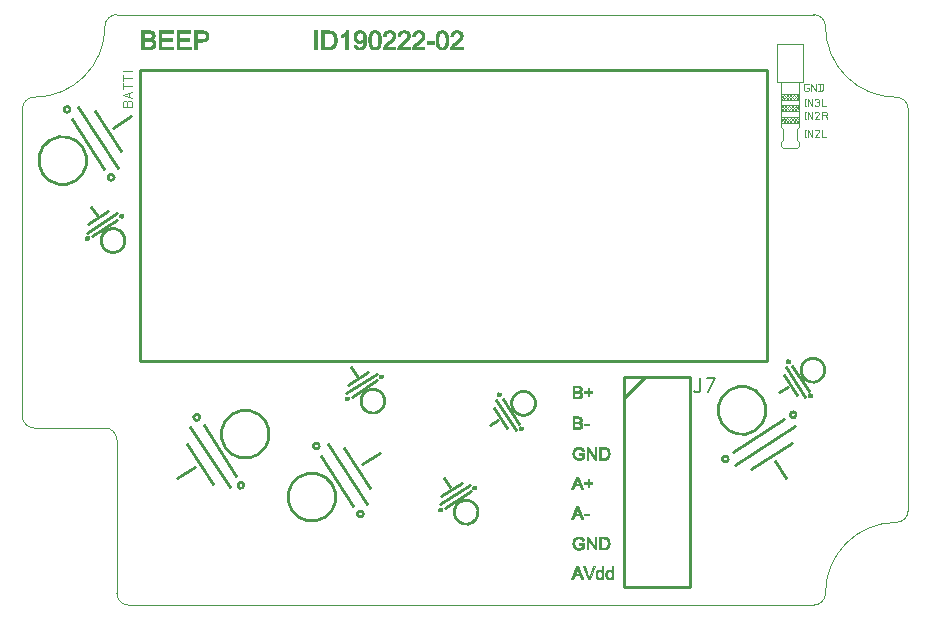
<source format=gbr>
G70*
%FSLAX54Y54*%
%ADD11C,0.0010*%
%ADD12C,0.0010*%
%ADD13C,0.0100*%
%ADD14C,0.0060*%
%ADD15C,0.0040*%
%ADD16C,0.0020*%
D11*
X101113Y96583D02*
X123948Y96583D01*
G75*
G03X124342Y96977I0000J0394*
G02X126704Y99339I2362J0000*
G03X127098Y99732I0000J0394*
G01X127098Y113118*
G75*
G03X126704Y113512I-0394J0000*
G02X124342Y115874I0000J2362*
G03X123948Y116268I-0394J0000*
G01X100720Y116268*
G75*
G03X100326Y115874I0000J-0394*
G02X97964Y113512I-2362J0000*
G03X97570Y113118I0000J-0394*
G01X97570Y102882*
G75*
G03X97964Y102488I0394J0000*
G01X100326Y102488*
G75*
G02X100720Y102095I0000J-0394*
G01X100720Y96977*
G75*
G03X101113Y96583I0394J0000*
G01X122727Y114024D02*
X123594Y114024D01*
X123594Y115284*
X122727Y115284*
X122727Y114024*
X122846Y113040D02*
X123475Y113040D01*
X123475Y113236*
X122846Y113236*
X122846Y113040*
D12*
X123416Y113040D02*
X123475Y113099D01*
X123305Y113040D02*
X123475Y113210D01*
X123194Y113040D02*
X123391Y113236D01*
X123082Y113040D02*
X123279Y113236D01*
X122971Y113040D02*
X123168Y113236D01*
X122860Y113040D02*
X123057Y113236D01*
X122846Y113137D02*
X122945Y113236D01*
X122846Y113144D02*
X122950Y113040D01*
X122865Y113236D02*
X123062Y113040D01*
X122976Y113236D02*
X123173Y113040D01*
X123088Y113236D02*
X123284Y113040D01*
X123199Y113236D02*
X123396Y113040D01*
X123310Y113236D02*
X123475Y113071D01*
X123422Y113236D02*
X123475Y113183D01*
D11*
X122846Y112646D02*
X123475Y112646D01*
X123475Y112843*
X122846Y112843*
X122846Y112646*
D12*
X123468Y112646D02*
X123475Y112653D01*
X123357Y112646D02*
X123475Y112764D01*
X123245Y112646D02*
X123442Y112843D01*
X123134Y112646D02*
X123331Y112843D01*
X123023Y112646D02*
X123220Y112843D01*
X122911Y112646D02*
X123108Y112843D01*
X122846Y112691D02*
X122997Y112843D01*
X122846Y112803D02*
X122886Y112843D01*
X122846Y112699D02*
X122899Y112646D01*
X122846Y112810D02*
X123010Y112646D01*
X122924Y112843D02*
X123121Y112646D01*
X123036Y112843D02*
X123233Y112646D01*
X123147Y112843D02*
X123344Y112646D01*
X123259Y112843D02*
X123455Y112646D01*
X123370Y112843D02*
X123475Y112737D01*
D11*
X122846Y113433D02*
X123475Y113433D01*
X123475Y113630*
X122846Y113630*
X122846Y113433*
D12*
X123365Y113433D02*
X123475Y113544D01*
X123253Y113433D02*
X123450Y113630D01*
X123142Y113433D02*
X123339Y113630D01*
X123031Y113433D02*
X123228Y113630D01*
X122919Y113433D02*
X123116Y113630D01*
X122846Y113471D02*
X123005Y113630D01*
X122846Y113582D02*
X122893Y113630D01*
X122846Y113478D02*
X122891Y113433D01*
X122846Y113590D02*
X123002Y113433D01*
X122917Y113630D02*
X123113Y113433D01*
X123028Y113630D02*
X123225Y113433D01*
X123139Y113630D02*
X123336Y113433D01*
X123251Y113630D02*
X123447Y113433D01*
X123362Y113630D02*
X123475Y113517D01*
X123473Y113630D02*
X123475Y113628D01*
D11*
X122846Y112843D02*
X123475Y112843D01*
X123475Y113040*
X122846Y113040*
X122846Y112843*
X122846Y113236D02*
X123475Y113236D01*
X123475Y113433*
X122846Y113433*
X122846Y113236*
X122846Y112646D02*
X122846Y112528D01*
X122924Y112449*
X122924Y112095*
X122846Y112016*
X122846Y111898*
X122924Y111819*
X123397Y111819*
X123475Y111898*
X123475Y112016*
X123397Y112095*
X123397Y112449*
X123475Y112528*
X123475Y112646*
X122846Y113630D02*
X123475Y113630D01*
X123475Y114024*
X122846Y114024*
X122846Y113630*
D13*
X99211Y112784D02*
X100300Y111106D01*
X100594Y112490D02*
X101181Y112871D01*
X99117Y113021D02*
G75*
G02X99008Y113188I-0054J0084D01*
G02X99117Y113021I0054J-0084*
G01X99352Y110730D02*
G75*
G02X98481Y112071I-0436J0671D01*
G02X99352Y110730I0436J-0671*
G01X99991Y113052D02*
X100862Y111710D01*
X99437Y113169D02*
X100744Y111157D01*
X100587Y110756D02*
G75*
G02X100478Y110924I-0054J0084D01*
G02X100587Y110756I0054J-0084*
G01X99903Y108880D02*
X100741Y109424D01*
X100050Y109571D02*
X99859Y109865D01*
X99784Y108832D02*
G75*
G02X99700Y108778I-0042J-0027D01*
G02X99784Y108832I0042J0027*
G01X100930Y108950D02*
G75*
G02X100259Y108515I-0335J-0218D01*
G02X100930Y108950I0335J0218*
G01X99769Y109270D02*
X100439Y109705D01*
X99710Y108993D02*
X100716Y109646D01*
X100916Y109568D02*
G75*
G02X100832Y109513I-0042J-0027D01*
G02X100916Y109568I0042J0027*
G01X123777Y103719D02*
X123232Y104557D01*
X123085Y103866D02*
X122792Y103675D01*
X123824Y103600D02*
G75*
G02X123879Y103516I0027J-0042D01*
G02X123824Y103600I-0027J0042*
G01X123706Y104746D02*
G75*
G02X124142Y104075I0218J-0335D01*
G02X123706Y104746I-0218J0335*
G01X123387Y103585D02*
X122951Y104255D01*
X123664Y103526D02*
X123010Y104532D01*
X123089Y104732D02*
G75*
G02X123143Y104648I0027J-0042D01*
G02X123089Y104732I-0027J0042*
G01X111674Y99824D02*
X112513Y100369D01*
X111821Y100516D02*
X111631Y100810D01*
X111556Y99777D02*
G75*
G02X111472Y99723I-0042J-0027D01*
G02X111556Y99777I0042J0027*
G01X112701Y99895D02*
G75*
G02X112030Y99460I-0335J-0218D01*
G02X112701Y99895I0335J0218*
G01X111540Y100214D02*
X112211Y100650D01*
X111481Y99938D02*
X112488Y100591D01*
X112688Y100513D02*
G75*
G02X112604Y100458I-0042J-0027D01*
G02X112688Y100513I0042J0027*
G01X114131Y102616D02*
X113587Y103455D01*
X113440Y102763D02*
X113146Y102573D01*
X114179Y102498D02*
G75*
G02X114233Y102414I0027J-0042D01*
G02X114179Y102498I-0027J0042*
G01X114061Y103643D02*
G75*
G02X114496Y102972I0218J-0335D01*
G02X114061Y103643I-0218J0335*
G01X113742Y102482D02*
X113306Y103153D01*
X114018Y102423D02*
X113365Y103430D01*
X113443Y103630D02*
G75*
G02X113498Y103546I0027J-0042D01*
G02X113443Y103630I-0027J0042*
G01X104709Y100894D02*
X103619Y102571D01*
X103325Y101188D02*
X102738Y100806D01*
X104803Y100657D02*
G75*
G02X104912Y100489I0054J-0084D01*
G02X104803Y100657I-0054J0084*
G01X104567Y102948D02*
G75*
G02X105438Y101606I0436J-0671D01*
G02X104567Y102948I-0436J0671*
G01X103929Y100626D02*
X103057Y101968D01*
X104482Y100508D02*
X103175Y102521D01*
X103332Y102921D02*
G75*
G02X103441Y102753I0054J-0084D01*
G02X103332Y102921I-0054J0084*
G01X122944Y102777D02*
X121267Y101687D01*
X122650Y101393D02*
X123031Y100806D01*
X123181Y102871D02*
G75*
G02X123349Y102980I0084J0054D01*
G02X123181Y102871I-0084J-0054*
G01X120890Y102635D02*
G75*
G02X122232Y103506I0671J0436D01*
G02X120890Y102635I-0671J-0436*
G01X123212Y101997D02*
X121870Y101125D01*
X123330Y102550D02*
X121317Y101243D01*
X120917Y101400D02*
G75*
G02X121084Y101509I0084J0054D01*
G02X120917Y101400I-0084J-0054*
G01X107518Y101563D02*
X108607Y99886D01*
X108901Y101269D02*
X109488Y101651D01*
X107424Y101800D02*
G75*
G02X107315Y101968I-0054J0084D01*
G02X107424Y101800I0054J-0084*
G01X107660Y99509D02*
G75*
G02X106788Y100851I-0436J0671D01*
G02X107660Y99509I0436J-0671*
G01X108298Y101831D02*
X109169Y100489D01*
X107744Y101949D02*
X109052Y99936D01*
X108894Y99536D02*
G75*
G02X108785Y99704I-0054J0084D01*
G02X108894Y99536I0054J-0084*
G01X108564Y103525D02*
X109403Y104070D01*
X108711Y104217D02*
X108520Y104510D01*
X108446Y103478D02*
G75*
G02X108362Y103424I-0042J-0027D01*
G02X108446Y103478I0042J0027*
G01X109591Y103596D02*
G75*
G02X108920Y103160I-0335J-0218D01*
G02X109591Y103596I0335J0218*
G01X108430Y103915D02*
X109101Y104351D01*
X108371Y103639D02*
X109378Y104292D01*
X109578Y104213D02*
G75*
G02X109494Y104159I-0042J-0027D01*
G02X109578Y104213I0042J0027*
G01X118330Y104169D02*
X117630Y103469D01*
X119830Y104169D02*
X119830Y97169D01*
X117630Y97169*
X117630Y104169*
X119830Y104169*
D14*
X119972Y103551D02*
X119972Y103726*
X120007Y103676D01*
X120115Y103676*
X120151Y103726*
X120151Y104151*
X120401Y104151D02*
X120652Y104151D01*
X120437Y103676*
D13*
X122390Y114425D02*
X101490Y114425D01*
X101490Y104725*
X122390Y104725*
X122390Y114425*
D15*
X101310Y113197D02*
X101227Y113197*
X100910Y113197D01*
X100910Y113366*
X100943Y113390*
X101027Y113390*
X101060Y113366*
X101060Y113197D02*
X101060Y113366D01*
X101093Y113390*
X101193Y113390*
X101227Y113366*
X101227Y113197*
X101227Y113487D02*
X100910Y113584D01*
X101227Y113680*
X101110Y113523D02*
X101110Y113644D01*
X100910Y113777D02*
X100910Y113970D01*
X100910Y113874D02*
X101227Y113874D01*
X100910Y114067D02*
X100910Y114260D01*
X100910Y114164D02*
X101227Y114164D01*
X101227Y114399D02*
X100910Y114399D01*
X100977Y114375*
D11*
X115919Y102453D02*
X115919Y102869D01*
X116076Y102869*
X116078Y102869*
X116080Y102869*
X116081Y102869*
X116083Y102869*
X116085Y102869*
X116086Y102869*
X116088Y102869*
X116090Y102869*
X116091Y102869*
X116093Y102868*
X116094Y102868*
X116096Y102868*
X116097Y102868*
X116099Y102868*
X116101Y102868*
X116102Y102868*
X116104Y102868*
X116105Y102868*
X116107Y102867*
X116108Y102867*
X116110Y102867*
X116111Y102867*
X116112Y102867*
X116114Y102867*
X116115Y102866*
X116117Y102866*
X116118Y102866*
X116119Y102866*
X116121Y102865*
X116122Y102865*
X116124Y102865*
X116125Y102865*
X116126Y102864*
X116127Y102864*
X116129Y102864*
X116130Y102864*
X116131Y102863*
X116133Y102863*
X116134Y102863*
X116135Y102862*
X116136Y102862*
X116138Y102862*
X116139Y102861*
X116140Y102861*
X116141Y102861*
X116142Y102860*
X116143Y102860*
X116145Y102860*
X116146Y102859*
X116147Y102859*
X116148Y102858*
X116149Y102858*
X116150Y102858*
X116151Y102857*
X116152Y102857*
X116154Y102856*
X116155Y102855*
X116156Y102855*
X116158Y102854*
X116159Y102853*
X116161Y102853*
X116162Y102852*
X116163Y102851*
X116165Y102850*
X116166Y102850*
X116167Y102849*
X116169Y102848*
X116170Y102847*
X116171Y102846*
X116172Y102845*
X116174Y102845*
X116175Y102844*
X116176Y102843*
X116177Y102842*
X116178Y102841*
X116179Y102840*
X116180Y102839*
X116182Y102838*
X116183Y102837*
X116184Y102836*
X116185Y102835*
X116186Y102834*
X116187Y102833*
X116188Y102832*
X116189Y102831*
X116190Y102830*
X116191Y102828*
X116192Y102827*
X116193Y102826*
X116194Y102825*
X116194Y102824*
X116195Y102823*
X116196Y102821*
X116197Y102820*
X116198Y102819*
X116199Y102817*
X116200Y102816*
X116200Y102815*
X116201Y102813*
X116202Y102812*
X116203Y102810*
X116203Y102809*
X116204Y102807*
X116205Y102806*
X116206Y102805*
X116206Y102803*
X116207Y102802*
X116207Y102800*
X116208Y102799*
X116209Y102798*
X116209Y102796*
X116210Y102795*
X116210Y102793*
X116211Y102792*
X116211Y102790*
X116211Y102789*
X116212Y102787*
X116212Y102786*
X116213Y102785*
X116213Y102783*
X116213Y102782*
X116213Y102780*
X116214Y102779*
X116214Y102777*
X116214Y102776*
X116214Y102774*
X116215Y102773*
X116215Y102772*
X116215Y102770*
X116215Y102769*
X116215Y102767*
X116215Y102766*
X116215Y102764*
X116215Y102763*
X116215Y102761*
X116215Y102759*
X116215Y102758*
X116215Y102756*
X116215Y102755*
X116214Y102753*
X116214Y102751*
X116214Y102750*
X116214Y102748*
X116213Y102747*
X116213Y102745*
X116213Y102743*
X116213Y102742*
X116212Y102740*
X116212Y102739*
X116211Y102737*
X116211Y102736*
X116210Y102734*
X116210Y102733*
X116209Y102731*
X116209Y102730*
X116208Y102728*
X116208Y102727*
X116207Y102726*
X116206Y102724*
X116206Y102723*
X116205Y102721*
X116204Y102720*
X116203Y102718*
X116203Y102717*
X116202Y102716*
X116201Y102714*
X116200Y102713*
X116199Y102711*
X116198Y102710*
X116197Y102709*
X116196Y102707*
X116195Y102706*
X116194Y102705*
X116193Y102703*
X116192Y102702*
X116191Y102701*
X116190Y102700*
X116189Y102699*
X116188Y102697*
X116186Y102696*
X116185Y102695*
X116184Y102694*
X116183Y102693*
X116181Y102692*
X116180Y102690*
X116179Y102689*
X116177Y102688*
X116176Y102687*
X116174Y102686*
X116173Y102685*
X116171Y102684*
X116170Y102683*
X116168Y102682*
X116167Y102681*
X116165Y102680*
X116164Y102679*
X116162Y102678*
X116160Y102677*
X116159Y102677*
X116157Y102676*
X116155Y102675*
X116157Y102674*
X116158Y102674*
X116160Y102673*
X116161Y102673*
X116162Y102673*
X116164Y102672*
X116165Y102672*
X116167Y102671*
X116168Y102670*
X116170Y102670*
X116171Y102669*
X116172Y102669*
X116174Y102668*
X116175Y102668*
X116176Y102667*
X116178Y102666*
X116179Y102666*
X116180Y102665*
X116181Y102664*
X116183Y102664*
X116184Y102663*
X116185Y102662*
X116186Y102662*
X116187Y102661*
X116189Y102660*
X116190Y102659*
X116191Y102659*
X116192Y102658*
X116193Y102657*
X116194Y102656*
X116195Y102656*
X116196Y102655*
X116197Y102654*
X116199Y102653*
X116200Y102652*
X116201Y102651*
X116202Y102651*
X116203Y102650*
X116204Y102649*
X116205Y102648*
X116206Y102647*
X116206Y102646*
X116207Y102645*
X116208Y102644*
X116209Y102643*
X116210Y102642*
X116211Y102641*
X116212Y102640*
X116213Y102639*
X116214Y102638*
X116214Y102637*
X116215Y102636*
X116216Y102634*
X116217Y102633*
X116218Y102632*
X116219Y102630*
X116220Y102629*
X116220Y102628*
X116221Y102627*
X116222Y102625*
X116223Y102624*
X116223Y102623*
X116224Y102621*
X116225Y102620*
X116225Y102619*
X116226Y102617*
X116227Y102616*
X116227Y102614*
X116228Y102613*
X116228Y102612*
X116229Y102610*
X116229Y102609*
X116230Y102607*
X116230Y102606*
X116231Y102605*
X116231Y102603*
X116232Y102602*
X116232Y102600*
X116232Y102599*
X116233Y102597*
X116233Y102596*
X116233Y102594*
X116234Y102593*
X116234Y102591*
X116234Y102590*
X116234Y102588*
X116234Y102587*
X116235Y102585*
X116235Y102583*
X116235Y102582*
X116235Y102580*
X116235Y102579*
X116235Y102577*
X116235Y102575*
X116235Y102574*
X116235Y102572*
X116235Y102570*
X116235Y102569*
X116235Y102567*
X116235Y102566*
X116235Y102564*
X116234Y102562*
X116234Y102561*
X116234Y102559*
X116234Y102558*
X116234Y102556*
X116234Y102554*
X116233Y102553*
X116233Y102551*
X116233Y102550*
X116232Y102548*
X116232Y102547*
X116232Y102545*
X116231Y102544*
X116231Y102542*
X116231Y102541*
X116230Y102539*
X116230Y102538*
X116229Y102536*
X116229Y102535*
X116228Y102533*
X116228Y102532*
X116227Y102530*
X116227Y102529*
X116226Y102528*
X116226Y102526*
X116225Y102525*
X116225Y102523*
X116224Y102522*
X116223Y102521*
X116223Y102519*
X116222Y102518*
X116221Y102516*
X116220Y102515*
X116220Y102513*
X116219Y102512*
X116218Y102511*
X116217Y102509*
X116216Y102508*
X116215Y102506*
X116215Y102505*
X116214Y102504*
X116213Y102503*
X116212Y102501*
X116211Y102500*
X116210Y102499*
X116209Y102498*
X116208Y102496*
X116207Y102495*
X116206Y102494*
X116205Y102493*
X116204Y102492*
X116203Y102491*
X116202Y102490*
X116201Y102489*
X116200Y102488*
X116199Y102487*
X116198Y102486*
X116197Y102485*
X116196Y102484*
X116195Y102483*
X116194Y102482*
X116193Y102481*
X116192Y102480*
X116191Y102479*
X116189Y102478*
X116188Y102478*
X116186Y102477*
X116185Y102476*
X116183Y102475*
X116182Y102474*
X116180Y102473*
X116179Y102472*
X116177Y102471*
X116176Y102470*
X116174Y102470*
X116172Y102469*
X116171Y102468*
X116169Y102467*
X116167Y102467*
X116165Y102466*
X116163Y102465*
X116162Y102465*
X116160Y102464*
X116158Y102463*
X116156Y102463*
X116154Y102462*
X116152Y102461*
X116150Y102461*
X116148Y102460*
X116146Y102460*
X116144Y102459*
X116143Y102459*
X116141Y102459*
X116139Y102458*
X116137Y102458*
X116135Y102457*
X116133Y102457*
X116131Y102457*
X116129Y102456*
X116127Y102456*
X116125Y102456*
X116123Y102455*
X116121Y102455*
X116119Y102455*
X116117Y102455*
X116114Y102454*
X116112Y102454*
X116110Y102454*
X116108Y102454*
X116105Y102454*
X116103Y102454*
X116101Y102453*
X116098Y102453*
X116096Y102453*
X116094Y102453*
X116091Y102453*
X116089Y102453*
X116086Y102453*
X116084Y102453*
X116081Y102453*
X116079Y102453*
X115919Y102453*
X115975Y102695D02*
X116065Y102695D01*
X116066Y102695*
X116068Y102695*
X116070Y102695*
X116072Y102695*
X116073Y102695*
X116075Y102695*
X116076Y102695*
X116078Y102695*
X116080Y102695*
X116081Y102695*
X116083Y102695*
X116084Y102695*
X116086Y102695*
X116087Y102695*
X116089Y102695*
X116090Y102696*
X116091Y102696*
X116093Y102696*
X116094Y102696*
X116095Y102696*
X116097Y102696*
X116098Y102696*
X116099Y102696*
X116100Y102696*
X116101Y102697*
X116103Y102697*
X116104Y102697*
X116105Y102697*
X116106Y102697*
X116107Y102697*
X116108Y102698*
X116109Y102698*
X116110Y102698*
X116111Y102698*
X116112Y102698*
X116113Y102699*
X116114Y102699*
X116115Y102699*
X116116Y102699*
X116118Y102700*
X116119Y102700*
X116121Y102701*
X116122Y102701*
X116123Y102702*
X116125Y102702*
X116126Y102703*
X116127Y102703*
X116129Y102704*
X116130Y102705*
X116131Y102705*
X116132Y102706*
X116133Y102707*
X116135Y102707*
X116136Y102708*
X116137Y102709*
X116138Y102710*
X116139Y102710*
X116140Y102711*
X116141Y102712*
X116142Y102713*
X116143Y102714*
X116144Y102714*
X116144Y102715*
X116145Y102716*
X116146Y102717*
X116147Y102718*
X116148Y102719*
X116148Y102720*
X116149Y102721*
X116150Y102723*
X116151Y102724*
X116152Y102725*
X116153Y102727*
X116153Y102728*
X116154Y102730*
X116155Y102731*
X116155Y102733*
X116156Y102735*
X116156Y102736*
X116157Y102738*
X116157Y102739*
X116158Y102741*
X116158Y102743*
X116158Y102745*
X116159Y102746*
X116159Y102748*
X116159Y102750*
X116159Y102752*
X116159Y102754*
X116159Y102756*
X116159Y102758*
X116159Y102759*
X116159Y102761*
X116159Y102763*
X116159Y102764*
X116158Y102766*
X116158Y102767*
X116158Y102769*
X116158Y102770*
X116157Y102772*
X116157Y102774*
X116157Y102775*
X116156Y102777*
X116156Y102778*
X116155Y102779*
X116155Y102781*
X116154Y102782*
X116153Y102784*
X116153Y102785*
X116152Y102787*
X116151Y102788*
X116151Y102789*
X116150Y102791*
X116149Y102792*
X116148Y102793*
X116147Y102794*
X116147Y102796*
X116146Y102797*
X116145Y102798*
X116144Y102799*
X116143Y102800*
X116142Y102801*
X116141Y102802*
X116139Y102803*
X116138Y102804*
X116137Y102805*
X116136Y102806*
X116135Y102807*
X116133Y102807*
X116132Y102808*
X116131Y102809*
X116130Y102810*
X116128Y102810*
X116127Y102811*
X116125Y102812*
X116124Y102812*
X116122Y102813*
X116121Y102813*
X116119Y102814*
X116117Y102814*
X116115Y102815*
X116113Y102815*
X116111Y102815*
X116109Y102816*
X116107Y102816*
X116104Y102817*
X116101Y102817*
X116099Y102817*
X116096Y102817*
X116093Y102818*
X116090Y102818*
X116087Y102818*
X116084Y102818*
X116080Y102818*
X116077Y102819*
X116073Y102819*
X116070Y102819*
X116066Y102819*
X116062Y102819*
X116058Y102819*
X115975Y102819*
X115975Y102695*
X115975Y102503D02*
X116080Y102503D01*
X116081Y102503*
X116083Y102503*
X116085Y102503*
X116087Y102503*
X116088Y102503*
X116090Y102503*
X116092Y102503*
X116093Y102503*
X116095Y102503*
X116096Y102503*
X116098Y102503*
X116099Y102503*
X116101Y102503*
X116102Y102503*
X116103Y102503*
X116104Y102503*
X116106Y102504*
X116107Y102504*
X116108Y102504*
X116109Y102504*
X116110Y102504*
X116111Y102504*
X116112Y102504*
X116113Y102504*
X116114Y102504*
X116115Y102504*
X116116Y102505*
X116117Y102505*
X116119Y102505*
X116121Y102505*
X116122Y102506*
X116124Y102506*
X116126Y102507*
X116127Y102507*
X116129Y102507*
X116130Y102508*
X116132Y102508*
X116133Y102509*
X116134Y102509*
X116136Y102510*
X116137Y102510*
X116138Y102511*
X116140Y102511*
X116141Y102512*
X116142Y102512*
X116144Y102513*
X116145Y102513*
X116146Y102514*
X116147Y102515*
X116148Y102515*
X116150Y102516*
X116151Y102517*
X116152Y102518*
X116154Y102519*
X116155Y102520*
X116156Y102521*
X116158Y102522*
X116159Y102523*
X116160Y102525*
X116161Y102526*
X116162Y102527*
X116164Y102528*
X116165Y102530*
X116166Y102531*
X116167Y102533*
X116168Y102534*
X116169Y102536*
X116170Y102537*
X116171Y102539*
X116171Y102541*
X116172Y102542*
X116173Y102544*
X116174Y102546*
X116174Y102547*
X116175Y102549*
X116176Y102551*
X116176Y102552*
X116177Y102554*
X116177Y102556*
X116177Y102558*
X116178Y102559*
X116178Y102561*
X116178Y102563*
X116179Y102565*
X116179Y102566*
X116179Y102568*
X116179Y102570*
X116179Y102572*
X116179Y102574*
X116179Y102575*
X116179Y102577*
X116179Y102578*
X116179Y102580*
X116179Y102581*
X116178Y102583*
X116178Y102584*
X116178Y102586*
X116178Y102587*
X116177Y102589*
X116177Y102590*
X116177Y102592*
X116176Y102593*
X116176Y102594*
X116176Y102596*
X116175Y102597*
X116175Y102598*
X116174Y102600*
X116174Y102601*
X116173Y102602*
X116172Y102603*
X116172Y102605*
X116171Y102606*
X116170Y102607*
X116170Y102608*
X116169Y102609*
X116168Y102611*
X116167Y102612*
X116167Y102613*
X116166Y102614*
X116165Y102615*
X116164Y102617*
X116163Y102618*
X116162Y102619*
X116160Y102620*
X116159Y102621*
X116158Y102622*
X116157Y102624*
X116156Y102625*
X116154Y102626*
X116153Y102627*
X116152Y102628*
X116151Y102629*
X116149Y102629*
X116148Y102630*
X116147Y102631*
X116145Y102632*
X116144Y102633*
X116142Y102633*
X116141Y102634*
X116139Y102635*
X116138Y102636*
X116136Y102636*
X116135Y102637*
X116133Y102637*
X116131Y102638*
X116130Y102638*
X116128Y102639*
X116126Y102640*
X116124Y102640*
X116122Y102640*
X116120Y102641*
X116118Y102641*
X116116Y102642*
X116114Y102642*
X116112Y102642*
X116109Y102643*
X116107Y102643*
X116105Y102643*
X116102Y102644*
X116100Y102644*
X116097Y102644*
X116094Y102644*
X116092Y102644*
X116089Y102644*
X116086Y102645*
X116083Y102645*
X116080Y102645*
X116077Y102645*
X116074Y102645*
X115975Y102645*
X115975Y102503*
X115919Y102458D02*
X116137Y102458D01*
X115919Y102468D02*
X116170Y102468D01*
X115919Y102478D02*
X116188Y102478D01*
X115919Y102488D02*
X116201Y102488D01*
X115919Y102498D02*
X116209Y102498D01*
X115919Y102508D02*
X115975Y102508D01*
X116131Y102508D02*
X116216Y102508D01*
X115919Y102518D02*
X115975Y102518D01*
X116152Y102518D02*
X116222Y102518D01*
X115919Y102528D02*
X115975Y102528D01*
X116163Y102528D02*
X116226Y102528D01*
X115919Y102538D02*
X115975Y102538D01*
X116170Y102538D02*
X116230Y102538D01*
X115919Y102548D02*
X115975Y102548D01*
X116175Y102548D02*
X116232Y102548D01*
X115919Y102558D02*
X115975Y102558D01*
X116177Y102558D02*
X116234Y102558D01*
X115919Y102568D02*
X115975Y102568D01*
X116179Y102568D02*
X116235Y102568D01*
X115919Y102578D02*
X115975Y102578D01*
X116179Y102578D02*
X116235Y102578D01*
X115919Y102588D02*
X115975Y102588D01*
X116178Y102588D02*
X116234Y102588D01*
X115919Y102598D02*
X115975Y102598D01*
X116175Y102598D02*
X116233Y102598D01*
X115919Y102608D02*
X115975Y102608D01*
X116170Y102608D02*
X116230Y102608D01*
X115919Y102618D02*
X115975Y102618D01*
X116163Y102618D02*
X116226Y102618D01*
X115919Y102628D02*
X115975Y102628D01*
X116152Y102628D02*
X116221Y102628D01*
X115919Y102638D02*
X115975Y102638D01*
X116132Y102638D02*
X116214Y102638D01*
X115919Y102648D02*
X116205Y102648D01*
X115919Y102658D02*
X116192Y102658D01*
X115919Y102668D02*
X116174Y102668D01*
X115919Y102678D02*
X116161Y102678D01*
X115919Y102688D02*
X116177Y102688D01*
X115919Y102698D02*
X115975Y102698D01*
X116110Y102698D02*
X116188Y102698D01*
X115919Y102708D02*
X115975Y102708D01*
X116135Y102708D02*
X116197Y102708D01*
X115919Y102718D02*
X115975Y102718D01*
X116147Y102718D02*
X116203Y102718D01*
X115919Y102728D02*
X115975Y102728D01*
X116153Y102728D02*
X116208Y102728D01*
X115919Y102738D02*
X115975Y102738D01*
X116157Y102738D02*
X116211Y102738D01*
X115919Y102748D02*
X115975Y102748D01*
X116159Y102748D02*
X116214Y102748D01*
X115919Y102758D02*
X115975Y102758D01*
X116159Y102758D02*
X116215Y102758D01*
X115919Y102768D02*
X115975Y102768D01*
X116158Y102768D02*
X116215Y102768D01*
X115919Y102778D02*
X115975Y102778D01*
X116156Y102778D02*
X116214Y102778D01*
X115919Y102788D02*
X115975Y102788D01*
X116151Y102788D02*
X116212Y102788D01*
X115919Y102798D02*
X115975Y102798D01*
X116145Y102798D02*
X116208Y102798D01*
X115919Y102808D02*
X115975Y102808D01*
X116133Y102808D02*
X116204Y102808D01*
X115919Y102818D02*
X115975Y102818D01*
X116091Y102818D02*
X116198Y102818D01*
X115919Y102828D02*
X116191Y102828D01*
X115919Y102838D02*
X116182Y102838D01*
X115919Y102848D02*
X116169Y102848D01*
X115919Y102858D02*
X116149Y102858D01*
X115919Y102868D02*
X116102Y102868D01*
G36*
X116285Y102577D02*
X116285Y102627D01*
X116443Y102627*
X116443Y102577*
X116285Y102577*
G37*
X116285Y102627*
X116443Y102627*
X116443Y102577*
X116285Y102577*
G36*
X116117Y101591D02*
X116117Y101641D01*
X116295Y101641*
X116295Y101488*
X116294Y101487*
X116292Y101486*
X116291Y101485*
X116290Y101484*
X116288Y101483*
X116287Y101482*
X116286Y101481*
X116284Y101480*
X116283Y101479*
X116281Y101478*
X116280Y101477*
X116279Y101476*
X116277Y101475*
X116276Y101474*
X116275Y101473*
X116273Y101472*
X116272Y101471*
X116270Y101470*
X116269Y101469*
X116268Y101468*
X116266Y101467*
X116265Y101466*
X116263Y101466*
X116262Y101465*
X116261Y101464*
X116259Y101463*
X116258Y101462*
X116256Y101461*
X116255Y101460*
X116254Y101460*
X116252Y101459*
X116251Y101458*
X116249Y101457*
X116248Y101456*
X116247Y101456*
X116245Y101455*
X116244Y101454*
X116242Y101453*
X116241Y101453*
X116240Y101452*
X116238Y101451*
X116237Y101451*
X116235Y101450*
X116234Y101449*
X116233Y101449*
X116231Y101448*
X116230Y101447*
X116228Y101447*
X116227Y101446*
X116225Y101445*
X116224Y101445*
X116223Y101444*
X116221Y101443*
X116220Y101443*
X116218Y101442*
X116217Y101442*
X116215Y101441*
X116214Y101441*
X116213Y101440*
X116211Y101439*
X116209Y101439*
X116208Y101438*
X116206Y101438*
X116204Y101437*
X116203Y101436*
X116201Y101436*
X116199Y101435*
X116198Y101435*
X116196Y101434*
X116194Y101434*
X116193Y101433*
X116191Y101433*
X116189Y101432*
X116188Y101432*
X116186Y101432*
X116184Y101431*
X116183Y101431*
X116181Y101430*
X116179Y101430*
X116178Y101429*
X116176Y101429*
X116174Y101429*
X116173Y101428*
X116171Y101428*
X116169Y101428*
X116168Y101427*
X116166Y101427*
X116164Y101427*
X116163Y101427*
X116161Y101426*
X116159Y101426*
X116158Y101426*
X116156Y101426*
X116154Y101425*
X116153Y101425*
X116151Y101425*
X116149Y101425*
X116148Y101425*
X116146Y101424*
X116144Y101424*
X116142Y101424*
X116141Y101424*
X116139Y101424*
X116137Y101424*
X116136Y101424*
X116134Y101424*
X116132Y101423*
X116131Y101423*
X116129Y101423*
X116127Y101423*
X116126Y101423*
X116124Y101423*
X116122Y101423*
X116121Y101423*
X116119Y101423*
X116117Y101423*
X116116Y101423*
X116114Y101423*
X116112Y101423*
X116111Y101423*
X116109Y101424*
X116107Y101424*
X116106Y101424*
X116104Y101424*
X116102Y101424*
X116101Y101424*
X116099Y101424*
X116097Y101424*
X116096Y101424*
X116094Y101425*
X116093Y101425*
X116091Y101425*
X116089Y101425*
X116088Y101425*
X116086Y101426*
X116085Y101426*
X116083Y101426*
X116081Y101426*
X116080Y101427*
X116078Y101427*
X116077Y101427*
X116075Y101427*
X116074Y101428*
X116072Y101428*
X116071Y101428*
X116069Y101429*
X116067Y101429*
X116066Y101429*
X116064Y101430*
X116063Y101430*
X116061Y101430*
X116060Y101431*
X116058Y101431*
X116057Y101431*
X116055Y101432*
X116054Y101432*
X116052Y101433*
X116051Y101433*
X116049Y101434*
X116048Y101434*
X116046Y101435*
X116045Y101435*
X116043Y101435*
X116042Y101436*
X116040Y101436*
X116039Y101437*
X116037Y101438*
X116036Y101438*
X116035Y101439*
X116033Y101439*
X116032Y101440*
X116030Y101440*
X116029Y101441*
X116027Y101441*
X116026Y101442*
X116025Y101443*
X116023Y101443*
X116022Y101444*
X116020Y101445*
X116019Y101445*
X116017Y101446*
X116016Y101447*
X116015Y101447*
X116013Y101448*
X116012Y101449*
X116011Y101449*
X116009Y101450*
X116008Y101451*
X116006Y101452*
X116005Y101452*
X116004Y101453*
X116002Y101454*
X116001Y101455*
X116000Y101456*
X115998Y101456*
X115997Y101457*
X115996Y101458*
X115994Y101459*
X115993Y101460*
X115992Y101461*
X115991Y101461*
X115989Y101462*
X115988Y101463*
X115987Y101464*
X115986Y101465*
X115984Y101466*
X115983Y101467*
X115982Y101468*
X115981Y101469*
X115980Y101470*
X115978Y101471*
X115977Y101472*
X115976Y101473*
X115975Y101474*
X115974Y101474*
X115973Y101475*
X115972Y101476*
X115971Y101477*
X115969Y101479*
X115968Y101480*
X115967Y101481*
X115966Y101482*
X115965Y101483*
X115964Y101484*
X115963Y101485*
X115962Y101486*
X115961Y101487*
X115960Y101488*
X115959Y101489*
X115958Y101490*
X115957Y101491*
X115956Y101493*
X115955Y101494*
X115954Y101495*
X115953Y101496*
X115952Y101497*
X115952Y101498*
X115951Y101499*
X115950Y101501*
X115949Y101502*
X115948Y101503*
X115947Y101504*
X115946Y101506*
X115945Y101507*
X115945Y101508*
X115944Y101509*
X115943Y101510*
X115942Y101512*
X115941Y101513*
X115941Y101514*
X115940Y101516*
X115939Y101517*
X115938Y101518*
X115938Y101520*
X115937Y101521*
X115936Y101522*
X115935Y101524*
X115935Y101525*
X115934Y101526*
X115933Y101528*
X115932Y101530*
X115932Y101531*
X115931Y101533*
X115930Y101534*
X115930Y101536*
X115929Y101537*
X115928Y101539*
X115928Y101540*
X115927Y101542*
X115926Y101543*
X115926Y101545*
X115925Y101546*
X115924Y101548*
X115924Y101550*
X115923Y101551*
X115923Y101553*
X115922Y101554*
X115922Y101556*
X115921Y101557*
X115921Y101559*
X115920Y101561*
X115920Y101562*
X115919Y101564*
X115919Y101565*
X115918Y101567*
X115918Y101569*
X115917Y101570*
X115917Y101572*
X115916Y101574*
X115916Y101575*
X115916Y101577*
X115915Y101578*
X115915Y101580*
X115915Y101582*
X115914Y101583*
X115914Y101585*
X115914Y101587*
X115913Y101588*
X115913Y101590*
X115913Y101592*
X115912Y101593*
X115912Y101595*
X115912Y101597*
X115912Y101599*
X115911Y101600*
X115911Y101602*
X115911Y101604*
X115911Y101605*
X115911Y101607*
X115910Y101609*
X115910Y101611*
X115910Y101612*
X115910Y101614*
X115910Y101616*
X115910Y101618*
X115910Y101619*
X115909Y101621*
X115909Y101623*
X115909Y101625*
X115909Y101626*
X115909Y101628*
X115909Y101630*
X115909Y101632*
X115909Y101633*
X115909Y101635*
X115909Y101637*
X115909Y101639*
X115909Y101640*
X115909Y101642*
X115909Y101644*
X115909Y101645*
X115909Y101647*
X115909Y101649*
X115909Y101650*
X115910Y101652*
X115910Y101654*
X115910Y101655*
X115910Y101657*
X115910Y101659*
X115910Y101660*
X115910Y101662*
X115911Y101664*
X115911Y101665*
X115911Y101667*
X115911Y101669*
X115911Y101670*
X115911Y101672*
X115912Y101674*
X115912Y101675*
X115912Y101677*
X115912Y101678*
X115913Y101680*
X115913Y101682*
X115913Y101683*
X115914Y101685*
X115914Y101686*
X115914Y101688*
X115915Y101690*
X115915Y101691*
X115915Y101693*
X115916Y101694*
X115916Y101696*
X115916Y101698*
X115917Y101699*
X115917Y101701*
X115918Y101702*
X115918Y101704*
X115918Y101705*
X115919Y101707*
X115919Y101709*
X115920Y101710*
X115920Y101712*
X115921Y101713*
X115921Y101715*
X115922Y101716*
X115922Y101718*
X115923Y101719*
X115923Y101721*
X115924Y101723*
X115924Y101724*
X115925Y101726*
X115925Y101727*
X115926Y101729*
X115927Y101730*
X115927Y101732*
X115928Y101733*
X115928Y101735*
X115929Y101736*
X115930Y101738*
X115930Y101739*
X115931Y101741*
X115932Y101742*
X115932Y101744*
X115933Y101745*
X115934Y101747*
X115935Y101748*
X115935Y101749*
X115936Y101751*
X115937Y101752*
X115937Y101754*
X115938Y101755*
X115939Y101757*
X115940Y101758*
X115940Y101759*
X115941Y101761*
X115942Y101762*
X115943Y101763*
X115944Y101765*
X115944Y101766*
X115945Y101767*
X115946Y101769*
X115947Y101770*
X115948Y101771*
X115949Y101773*
X115950Y101774*
X115950Y101775*
X115951Y101776*
X115952Y101778*
X115953Y101779*
X115954Y101780*
X115955Y101781*
X115956Y101782*
X115957Y101784*
X115958Y101785*
X115959Y101786*
X115960Y101787*
X115961Y101788*
X115962Y101789*
X115963Y101790*
X115964Y101791*
X115965Y101793*
X115966Y101794*
X115967Y101795*
X115968Y101796*
X115969Y101797*
X115970Y101798*
X115971Y101799*
X115972Y101800*
X115973Y101801*
X115974Y101802*
X115975Y101803*
X115976Y101804*
X115977Y101805*
X115978Y101806*
X115980Y101807*
X115981Y101808*
X115982Y101809*
X115983Y101810*
X115984Y101811*
X115985Y101811*
X115986Y101812*
X115988Y101813*
X115989Y101814*
X115990Y101815*
X115991Y101816*
X115992Y101817*
X115994Y101817*
X115995Y101818*
X115996Y101819*
X115997Y101820*
X115999Y101821*
X116000Y101821*
X116001Y101822*
X116003Y101823*
X116004Y101824*
X116005Y101824*
X116006Y101825*
X116008Y101826*
X116009Y101827*
X116011Y101827*
X116012Y101828*
X116014Y101829*
X116015Y101830*
X116017Y101830*
X116018Y101831*
X116020Y101832*
X116021Y101832*
X116023Y101833*
X116024Y101834*
X116026Y101834*
X116027Y101835*
X116029Y101836*
X116031Y101836*
X116032Y101837*
X116034Y101837*
X116035Y101838*
X116037Y101839*
X116039Y101839*
X116040Y101840*
X116042Y101840*
X116043Y101841*
X116045Y101841*
X116047Y101842*
X116048Y101842*
X116050Y101843*
X116052Y101843*
X116053Y101843*
X116055Y101844*
X116057Y101844*
X116058Y101845*
X116060Y101845*
X116062Y101845*
X116063Y101846*
X116065Y101846*
X116067Y101847*
X116069Y101847*
X116070Y101847*
X116072Y101847*
X116074Y101848*
X116076Y101848*
X116077Y101848*
X116079Y101849*
X116081Y101849*
X116083Y101849*
X116084Y101849*
X116086Y101849*
X116088Y101850*
X116090Y101850*
X116092Y101850*
X116094Y101850*
X116095Y101850*
X116097Y101851*
X116099Y101851*
X116101Y101851*
X116103Y101851*
X116105Y101851*
X116106Y101851*
X116108Y101851*
X116110Y101851*
X116112Y101851*
X116114Y101851*
X116116Y101851*
X116118Y101851*
X116120Y101851*
X116121Y101851*
X116123Y101851*
X116125Y101851*
X116126Y101851*
X116128Y101851*
X116130Y101851*
X116132Y101851*
X116133Y101851*
X116135Y101851*
X116137Y101851*
X116138Y101850*
X116140Y101850*
X116142Y101850*
X116143Y101850*
X116145Y101850*
X116147Y101850*
X116148Y101849*
X116150Y101849*
X116151Y101849*
X116153Y101849*
X116155Y101849*
X116156Y101848*
X116158Y101848*
X116159Y101848*
X116161Y101848*
X116163Y101847*
X116164Y101847*
X116166Y101847*
X116167Y101846*
X116169Y101846*
X116170Y101846*
X116172Y101845*
X116173Y101845*
X116175Y101845*
X116176Y101844*
X116178Y101844*
X116179Y101843*
X116181Y101843*
X116182Y101843*
X116184Y101842*
X116185Y101842*
X116187Y101841*
X116188Y101841*
X116190Y101840*
X116191Y101840*
X116193Y101839*
X116194Y101839*
X116195Y101838*
X116197Y101838*
X116198Y101837*
X116200Y101836*
X116201Y101836*
X116203Y101835*
X116204Y101835*
X116206Y101834*
X116207Y101833*
X116209Y101833*
X116210Y101832*
X116211Y101831*
X116213Y101830*
X116214Y101830*
X116216Y101829*
X116217Y101828*
X116218Y101828*
X116220Y101827*
X116221Y101826*
X116222Y101825*
X116223Y101825*
X116225Y101824*
X116226Y101823*
X116227Y101822*
X116228Y101821*
X116230Y101821*
X116231Y101820*
X116232Y101819*
X116233Y101818*
X116234Y101817*
X116235Y101816*
X116237Y101816*
X116238Y101815*
X116239Y101814*
X116240Y101813*
X116241Y101812*
X116242Y101811*
X116243Y101810*
X116244Y101809*
X116245Y101808*
X116246Y101807*
X116247Y101806*
X116248Y101805*
X116249Y101805*
X116250Y101804*
X116251Y101803*
X116252Y101802*
X116253Y101801*
X116254Y101800*
X116254Y101798*
X116255Y101797*
X116256Y101796*
X116257Y101795*
X116258Y101794*
X116259Y101792*
X116260Y101791*
X116261Y101790*
X116262Y101788*
X116263Y101787*
X116264Y101785*
X116265Y101784*
X116266Y101782*
X116267Y101781*
X116268Y101779*
X116269Y101778*
X116270Y101776*
X116271Y101774*
X116271Y101773*
X116272Y101771*
X116273Y101769*
X116274Y101768*
X116275Y101766*
X116275Y101764*
X116276Y101763*
X116277Y101761*
X116278Y101759*
X116279Y101757*
X116279Y101756*
X116280Y101754*
X116281Y101752*
X116281Y101750*
X116282Y101748*
X116283Y101746*
X116283Y101745*
X116284Y101743*
X116285Y101741*
X116285Y101739*
X116286Y101737*
X116286Y101735*
X116287Y101733*
X116288Y101731*
X116288Y101729*
X116237Y101713*
X116236Y101715*
X116236Y101717*
X116235Y101719*
X116234Y101721*
X116234Y101723*
X116233Y101725*
X116232Y101727*
X116232Y101729*
X116231Y101731*
X116230Y101733*
X116229Y101735*
X116229Y101737*
X116228Y101738*
X116227Y101740*
X116226Y101742*
X116225Y101743*
X116225Y101745*
X116224Y101747*
X116223Y101748*
X116222Y101750*
X116221Y101751*
X116220Y101753*
X116219Y101754*
X116218Y101756*
X116218Y101757*
X116217Y101758*
X116216Y101760*
X116215Y101761*
X116214Y101762*
X116212Y101764*
X116211Y101766*
X116209Y101767*
X116208Y101769*
X116206Y101771*
X116204Y101772*
X116203Y101774*
X116201Y101775*
X116199Y101777*
X116197Y101778*
X116195Y101780*
X116193Y101781*
X116191Y101782*
X116189Y101784*
X116186Y101785*
X116184Y101786*
X116182Y101787*
X116179Y101788*
X116177Y101789*
X116175Y101790*
X116173Y101791*
X116171Y101792*
X116168Y101793*
X116166Y101793*
X116164Y101794*
X116162Y101795*
X116160Y101795*
X116158Y101796*
X116156Y101796*
X116154Y101797*
X116152Y101797*
X116150Y101798*
X116148Y101798*
X116145Y101799*
X116143Y101799*
X116141Y101799*
X116139Y101800*
X116137Y101800*
X116135Y101800*
X116132Y101800*
X116130Y101801*
X116128Y101801*
X116126Y101801*
X116124Y101801*
X116121Y101801*
X116119Y101801*
X116117Y101801*
X116115Y101801*
X116112Y101801*
X116110Y101801*
X116108Y101801*
X116106Y101801*
X116104Y101801*
X116102Y101801*
X116100Y101801*
X116098Y101800*
X116095Y101800*
X116093Y101800*
X116091Y101800*
X116089Y101800*
X116087Y101799*
X116086Y101799*
X116084Y101799*
X116082Y101798*
X116080Y101798*
X116078Y101798*
X116076Y101797*
X116074Y101797*
X116072Y101796*
X116070Y101796*
X116069Y101796*
X116067Y101795*
X116065Y101795*
X116063Y101794*
X116062Y101794*
X116060Y101793*
X116058Y101792*
X116057Y101792*
X116055Y101791*
X116053Y101791*
X116052Y101790*
X116050Y101789*
X116048Y101788*
X116046Y101787*
X116044Y101786*
X116042Y101785*
X116040Y101785*
X116038Y101784*
X116036Y101783*
X116034Y101782*
X116033Y101781*
X116031Y101780*
X116029Y101778*
X116028Y101777*
X116026Y101776*
X116024Y101775*
X116023Y101774*
X116021Y101773*
X116020Y101772*
X116018Y101770*
X116017Y101769*
X116015Y101768*
X116014Y101767*
X116012Y101765*
X116011Y101764*
X116010Y101763*
X116008Y101762*
X116007Y101760*
X116006Y101759*
X116004Y101757*
X116003Y101755*
X116002Y101754*
X116000Y101752*
X115999Y101750*
X115998Y101749*
X115996Y101747*
X115995Y101745*
X115994Y101743*
X115993Y101742*
X115992Y101740*
X115990Y101738*
X115989Y101736*
X115988Y101735*
X115987Y101733*
X115986Y101731*
X115985Y101729*
X115984Y101727*
X115984Y101725*
X115983Y101724*
X115982Y101722*
X115981Y101720*
X115980Y101718*
X115979Y101716*
X115978Y101714*
X115978Y101711*
X115977Y101709*
X115976Y101707*
X115975Y101705*
X115975Y101703*
X115974Y101701*
X115974Y101699*
X115973Y101697*
X115972Y101694*
X115972Y101692*
X115971Y101690*
X115971Y101688*
X115970Y101686*
X115970Y101683*
X115969Y101681*
X115969Y101679*
X115968Y101677*
X115968Y101675*
X115968Y101672*
X115967Y101670*
X115967Y101668*
X115967Y101665*
X115966Y101663*
X115966Y101661*
X115966Y101659*
X115966Y101656*
X115966Y101654*
X115965Y101652*
X115965Y101649*
X115965Y101647*
X115965Y101645*
X115965Y101642*
X115965Y101640*
X115965Y101637*
X115965Y101635*
X115965Y101633*
X115965Y101631*
X115965Y101628*
X115965Y101626*
X115965Y101624*
X115965Y101622*
X115966Y101620*
X115966Y101617*
X115966Y101615*
X115966Y101613*
X115966Y101611*
X115966Y101609*
X115967Y101607*
X115967Y101605*
X115967Y101603*
X115967Y101601*
X115968Y101599*
X115968Y101597*
X115968Y101595*
X115969Y101593*
X115969Y101591*
X115969Y101589*
X115970Y101587*
X115970Y101585*
X115971Y101583*
X115971Y101581*
X115972Y101580*
X115972Y101578*
X115973Y101576*
X115973Y101574*
X115974Y101572*
X115974Y101571*
X115975Y101569*
X115975Y101567*
X115976Y101565*
X115976Y101564*
X115977Y101562*
X115978Y101560*
X115978Y101559*
X115979Y101557*
X115980Y101555*
X115980Y101554*
X115981Y101552*
X115982Y101550*
X115983Y101549*
X115983Y101547*
X115985Y101545*
X115986Y101543*
X115987Y101541*
X115988Y101539*
X115989Y101537*
X115991Y101535*
X115992Y101533*
X115993Y101531*
X115995Y101529*
X115996Y101527*
X115998Y101525*
X115999Y101523*
X116001Y101522*
X116002Y101520*
X116004Y101518*
X116005Y101517*
X116007Y101515*
X116008Y101513*
X116010Y101512*
X116012Y101510*
X116013Y101509*
X116015Y101507*
X116017Y101506*
X116019Y101504*
X116020Y101503*
X116022Y101502*
X116024Y101500*
X116026Y101499*
X116028Y101498*
X116030Y101497*
X116032Y101495*
X116034Y101494*
X116036Y101493*
X116038Y101492*
X116040Y101491*
X116042Y101490*
X116044Y101489*
X116046Y101488*
X116048Y101487*
X116050Y101486*
X116053Y101486*
X116055Y101485*
X116057Y101484*
X116059Y101483*
X116061Y101483*
X116063Y101482*
X116065Y101481*
X116067Y101481*
X116070Y101480*
X116072Y101479*
X116074Y101479*
X116076Y101478*
X116078Y101478*
X116080Y101477*
X116083Y101477*
X116085Y101476*
X116087Y101476*
X116089Y101476*
X116091Y101475*
X116093Y101475*
X116096Y101475*
X116098Y101474*
X116100Y101474*
X116102Y101474*
X116104Y101474*
X116107Y101474*
X116109Y101473*
X116111Y101473*
X116113Y101473*
X116115Y101473*
X116118Y101473*
X116120Y101473*
X116122Y101473*
X116124Y101473*
X116127Y101473*
X116129Y101474*
X116131Y101474*
X116133Y101474*
X116135Y101474*
X116138Y101474*
X116140Y101475*
X116142Y101475*
X116144Y101475*
X116146Y101475*
X116149Y101476*
X116151Y101476*
X116153Y101477*
X116155Y101477*
X116157Y101477*
X116159Y101478*
X116162Y101478*
X116164Y101479*
X116166Y101480*
X116168Y101480*
X116170Y101481*
X116172Y101481*
X116175Y101482*
X116177Y101483*
X116179Y101484*
X116181Y101484*
X116183Y101485*
X116185Y101486*
X116187Y101487*
X116189Y101487*
X116191Y101488*
X116193Y101489*
X116195Y101490*
X116197Y101491*
X116199Y101492*
X116201Y101492*
X116203Y101493*
X116204Y101494*
X116206Y101495*
X116208Y101496*
X116209Y101496*
X116211Y101497*
X116213Y101498*
X116214Y101499*
X116216Y101500*
X116217Y101501*
X116219Y101501*
X116220Y101502*
X116222Y101503*
X116223Y101504*
X116225Y101505*
X116226Y101506*
X116227Y101507*
X116229Y101507*
X116230Y101508*
X116231Y101509*
X116232Y101510*
X116234Y101511*
X116235Y101512*
X116236Y101513*
X116237Y101514*
X116238Y101515*
X116239Y101515*
X116239Y101591*
X116117Y101591*
G37*
X116117Y101641*
X116295Y101641*
X116295Y101488*
X116294Y101487*
X116292Y101486*
X116291Y101485*
X116290Y101484*
X116288Y101483*
X116287Y101482*
X116286Y101481*
X116284Y101480*
X116283Y101479*
X116281Y101478*
X116280Y101477*
X116279Y101476*
X116277Y101475*
X116276Y101474*
X116275Y101473*
X116273Y101472*
X116272Y101471*
X116270Y101470*
X116269Y101469*
X116268Y101468*
X116266Y101467*
X116265Y101466*
X116263Y101466*
X116262Y101465*
X116261Y101464*
X116259Y101463*
X116258Y101462*
X116256Y101461*
X116255Y101460*
X116254Y101460*
X116252Y101459*
X116251Y101458*
X116249Y101457*
X116248Y101456*
X116247Y101456*
X116245Y101455*
X116244Y101454*
X116242Y101453*
X116241Y101453*
X116240Y101452*
X116238Y101451*
X116237Y101451*
X116235Y101450*
X116234Y101449*
X116233Y101449*
X116231Y101448*
X116230Y101447*
X116228Y101447*
X116227Y101446*
X116225Y101445*
X116224Y101445*
X116223Y101444*
X116221Y101443*
X116220Y101443*
X116218Y101442*
X116217Y101442*
X116215Y101441*
X116214Y101441*
X116213Y101440*
X116211Y101439*
X116209Y101439*
X116208Y101438*
X116206Y101438*
X116204Y101437*
X116203Y101436*
X116201Y101436*
X116199Y101435*
X116198Y101435*
X116196Y101434*
X116194Y101434*
X116193Y101433*
X116191Y101433*
X116189Y101432*
X116188Y101432*
X116186Y101432*
X116184Y101431*
X116183Y101431*
X116181Y101430*
X116179Y101430*
X116178Y101429*
X116176Y101429*
X116174Y101429*
X116173Y101428*
X116171Y101428*
X116169Y101428*
X116168Y101427*
X116166Y101427*
X116164Y101427*
X116163Y101427*
X116161Y101426*
X116159Y101426*
X116158Y101426*
X116156Y101426*
X116154Y101425*
X116153Y101425*
X116151Y101425*
X116149Y101425*
X116148Y101425*
X116146Y101424*
X116144Y101424*
X116142Y101424*
X116141Y101424*
X116139Y101424*
X116137Y101424*
X116136Y101424*
X116134Y101424*
X116132Y101423*
X116131Y101423*
X116129Y101423*
X116127Y101423*
X116126Y101423*
X116124Y101423*
X116122Y101423*
X116121Y101423*
X116119Y101423*
X116117Y101423*
X116116Y101423*
X116114Y101423*
X116112Y101423*
X116111Y101423*
X116109Y101424*
X116107Y101424*
X116106Y101424*
X116104Y101424*
X116102Y101424*
X116101Y101424*
X116099Y101424*
X116097Y101424*
X116096Y101424*
X116094Y101425*
X116093Y101425*
X116091Y101425*
X116089Y101425*
X116088Y101425*
X116086Y101426*
X116085Y101426*
X116083Y101426*
X116081Y101426*
X116080Y101427*
X116078Y101427*
X116077Y101427*
X116075Y101427*
X116074Y101428*
X116072Y101428*
X116071Y101428*
X116069Y101429*
X116067Y101429*
X116066Y101429*
X116064Y101430*
X116063Y101430*
X116061Y101430*
X116060Y101431*
X116058Y101431*
X116057Y101431*
X116055Y101432*
X116054Y101432*
X116052Y101433*
X116051Y101433*
X116049Y101434*
X116048Y101434*
X116046Y101435*
X116045Y101435*
X116043Y101435*
X116042Y101436*
X116040Y101436*
X116039Y101437*
X116037Y101438*
X116036Y101438*
X116035Y101439*
X116033Y101439*
X116032Y101440*
X116030Y101440*
X116029Y101441*
X116027Y101441*
X116026Y101442*
X116025Y101443*
X116023Y101443*
X116022Y101444*
X116020Y101445*
X116019Y101445*
X116017Y101446*
X116016Y101447*
X116015Y101447*
X116013Y101448*
X116012Y101449*
X116011Y101449*
X116009Y101450*
X116008Y101451*
X116006Y101452*
X116005Y101452*
X116004Y101453*
X116002Y101454*
X116001Y101455*
X116000Y101456*
X115998Y101456*
X115997Y101457*
X115996Y101458*
X115994Y101459*
X115993Y101460*
X115992Y101461*
X115991Y101461*
X115989Y101462*
X115988Y101463*
X115987Y101464*
X115986Y101465*
X115984Y101466*
X115983Y101467*
X115982Y101468*
X115981Y101469*
X115980Y101470*
X115978Y101471*
X115977Y101472*
X115976Y101473*
X115975Y101474*
X115974Y101474*
X115973Y101475*
X115972Y101476*
X115971Y101477*
X115969Y101479*
X115968Y101480*
X115967Y101481*
X115966Y101482*
X115965Y101483*
X115964Y101484*
X115963Y101485*
X115962Y101486*
X115961Y101487*
X115960Y101488*
X115959Y101489*
X115958Y101490*
X115957Y101491*
X115956Y101493*
X115955Y101494*
X115954Y101495*
X115953Y101496*
X115952Y101497*
X115952Y101498*
X115951Y101499*
X115950Y101501*
X115949Y101502*
X115948Y101503*
X115947Y101504*
X115946Y101506*
X115945Y101507*
X115945Y101508*
X115944Y101509*
X115943Y101510*
X115942Y101512*
X115941Y101513*
X115941Y101514*
X115940Y101516*
X115939Y101517*
X115938Y101518*
X115938Y101520*
X115937Y101521*
X115936Y101522*
X115935Y101524*
X115935Y101525*
X115934Y101526*
X115933Y101528*
X115932Y101530*
X115932Y101531*
X115931Y101533*
X115930Y101534*
X115930Y101536*
X115929Y101537*
X115928Y101539*
X115928Y101540*
X115927Y101542*
X115926Y101543*
X115926Y101545*
X115925Y101546*
X115924Y101548*
X115924Y101550*
X115923Y101551*
X115923Y101553*
X115922Y101554*
X115922Y101556*
X115921Y101557*
X115921Y101559*
X115920Y101561*
X115920Y101562*
X115919Y101564*
X115919Y101565*
X115918Y101567*
X115918Y101569*
X115917Y101570*
X115917Y101572*
X115916Y101574*
X115916Y101575*
X115916Y101577*
X115915Y101578*
X115915Y101580*
X115915Y101582*
X115914Y101583*
X115914Y101585*
X115914Y101587*
X115913Y101588*
X115913Y101590*
X115913Y101592*
X115912Y101593*
X115912Y101595*
X115912Y101597*
X115912Y101599*
X115911Y101600*
X115911Y101602*
X115911Y101604*
X115911Y101605*
X115911Y101607*
X115910Y101609*
X115910Y101611*
X115910Y101612*
X115910Y101614*
X115910Y101616*
X115910Y101618*
X115910Y101619*
X115909Y101621*
X115909Y101623*
X115909Y101625*
X115909Y101626*
X115909Y101628*
X115909Y101630*
X115909Y101632*
X115909Y101633*
X115909Y101635*
X115909Y101637*
X115909Y101639*
X115909Y101640*
X115909Y101642*
X115909Y101644*
X115909Y101645*
X115909Y101647*
X115909Y101649*
X115909Y101650*
X115910Y101652*
X115910Y101654*
X115910Y101655*
X115910Y101657*
X115910Y101659*
X115910Y101660*
X115910Y101662*
X115911Y101664*
X115911Y101665*
X115911Y101667*
X115911Y101669*
X115911Y101670*
X115911Y101672*
X115912Y101674*
X115912Y101675*
X115912Y101677*
X115912Y101678*
X115913Y101680*
X115913Y101682*
X115913Y101683*
X115914Y101685*
X115914Y101686*
X115914Y101688*
X115915Y101690*
X115915Y101691*
X115915Y101693*
X115916Y101694*
X115916Y101696*
X115916Y101698*
X115917Y101699*
X115917Y101701*
X115918Y101702*
X115918Y101704*
X115918Y101705*
X115919Y101707*
X115919Y101709*
X115920Y101710*
X115920Y101712*
X115921Y101713*
X115921Y101715*
X115922Y101716*
X115922Y101718*
X115923Y101719*
X115923Y101721*
X115924Y101723*
X115924Y101724*
X115925Y101726*
X115925Y101727*
X115926Y101729*
X115927Y101730*
X115927Y101732*
X115928Y101733*
X115928Y101735*
X115929Y101736*
X115930Y101738*
X115930Y101739*
X115931Y101741*
X115932Y101742*
X115932Y101744*
X115933Y101745*
X115934Y101747*
X115935Y101748*
X115935Y101749*
X115936Y101751*
X115937Y101752*
X115937Y101754*
X115938Y101755*
X115939Y101757*
X115940Y101758*
X115940Y101759*
X115941Y101761*
X115942Y101762*
X115943Y101763*
X115944Y101765*
X115944Y101766*
X115945Y101767*
X115946Y101769*
X115947Y101770*
X115948Y101771*
X115949Y101773*
X115950Y101774*
X115950Y101775*
X115951Y101776*
X115952Y101778*
X115953Y101779*
X115954Y101780*
X115955Y101781*
X115956Y101782*
X115957Y101784*
X115958Y101785*
X115959Y101786*
X115960Y101787*
X115961Y101788*
X115962Y101789*
X115963Y101790*
X115964Y101791*
X115965Y101793*
X115966Y101794*
X115967Y101795*
X115968Y101796*
X115969Y101797*
X115970Y101798*
X115971Y101799*
X115972Y101800*
X115973Y101801*
X115974Y101802*
X115975Y101803*
X115976Y101804*
X115977Y101805*
X115978Y101806*
X115980Y101807*
X115981Y101808*
X115982Y101809*
X115983Y101810*
X115984Y101811*
X115985Y101811*
X115986Y101812*
X115988Y101813*
X115989Y101814*
X115990Y101815*
X115991Y101816*
X115992Y101817*
X115994Y101817*
X115995Y101818*
X115996Y101819*
X115997Y101820*
X115999Y101821*
X116000Y101821*
X116001Y101822*
X116003Y101823*
X116004Y101824*
X116005Y101824*
X116006Y101825*
X116008Y101826*
X116009Y101827*
X116011Y101827*
X116012Y101828*
X116014Y101829*
X116015Y101830*
X116017Y101830*
X116018Y101831*
X116020Y101832*
X116021Y101832*
X116023Y101833*
X116024Y101834*
X116026Y101834*
X116027Y101835*
X116029Y101836*
X116031Y101836*
X116032Y101837*
X116034Y101837*
X116035Y101838*
X116037Y101839*
X116039Y101839*
X116040Y101840*
X116042Y101840*
X116043Y101841*
X116045Y101841*
X116047Y101842*
X116048Y101842*
X116050Y101843*
X116052Y101843*
X116053Y101843*
X116055Y101844*
X116057Y101844*
X116058Y101845*
X116060Y101845*
X116062Y101845*
X116063Y101846*
X116065Y101846*
X116067Y101847*
X116069Y101847*
X116070Y101847*
X116072Y101847*
X116074Y101848*
X116076Y101848*
X116077Y101848*
X116079Y101849*
X116081Y101849*
X116083Y101849*
X116084Y101849*
X116086Y101849*
X116088Y101850*
X116090Y101850*
X116092Y101850*
X116094Y101850*
X116095Y101850*
X116097Y101851*
X116099Y101851*
X116101Y101851*
X116103Y101851*
X116105Y101851*
X116106Y101851*
X116108Y101851*
X116110Y101851*
X116112Y101851*
X116114Y101851*
X116116Y101851*
X116118Y101851*
X116120Y101851*
X116121Y101851*
X116123Y101851*
X116125Y101851*
X116126Y101851*
X116128Y101851*
X116130Y101851*
X116132Y101851*
X116133Y101851*
X116135Y101851*
X116137Y101851*
X116138Y101850*
X116140Y101850*
X116142Y101850*
X116143Y101850*
X116145Y101850*
X116147Y101850*
X116148Y101849*
X116150Y101849*
X116151Y101849*
X116153Y101849*
X116155Y101849*
X116156Y101848*
X116158Y101848*
X116159Y101848*
X116161Y101848*
X116163Y101847*
X116164Y101847*
X116166Y101847*
X116167Y101846*
X116169Y101846*
X116170Y101846*
X116172Y101845*
X116173Y101845*
X116175Y101845*
X116176Y101844*
X116178Y101844*
X116179Y101843*
X116181Y101843*
X116182Y101843*
X116184Y101842*
X116185Y101842*
X116187Y101841*
X116188Y101841*
X116190Y101840*
X116191Y101840*
X116193Y101839*
X116194Y101839*
X116195Y101838*
X116197Y101838*
X116198Y101837*
X116200Y101836*
X116201Y101836*
X116203Y101835*
X116204Y101835*
X116206Y101834*
X116207Y101833*
X116209Y101833*
X116210Y101832*
X116211Y101831*
X116213Y101830*
X116214Y101830*
X116216Y101829*
X116217Y101828*
X116218Y101828*
X116220Y101827*
X116221Y101826*
X116222Y101825*
X116223Y101825*
X116225Y101824*
X116226Y101823*
X116227Y101822*
X116228Y101821*
X116230Y101821*
X116231Y101820*
X116232Y101819*
X116233Y101818*
X116234Y101817*
X116235Y101816*
X116237Y101816*
X116238Y101815*
X116239Y101814*
X116240Y101813*
X116241Y101812*
X116242Y101811*
X116243Y101810*
X116244Y101809*
X116245Y101808*
X116246Y101807*
X116247Y101806*
X116248Y101805*
X116249Y101805*
X116250Y101804*
X116251Y101803*
X116252Y101802*
X116253Y101801*
X116254Y101800*
X116254Y101798*
X116255Y101797*
X116256Y101796*
X116257Y101795*
X116258Y101794*
X116259Y101792*
X116260Y101791*
X116261Y101790*
X116262Y101788*
X116263Y101787*
X116264Y101785*
X116265Y101784*
X116266Y101782*
X116267Y101781*
X116268Y101779*
X116269Y101778*
X116270Y101776*
X116271Y101774*
X116271Y101773*
X116272Y101771*
X116273Y101769*
X116274Y101768*
X116275Y101766*
X116275Y101764*
X116276Y101763*
X116277Y101761*
X116278Y101759*
X116279Y101757*
X116279Y101756*
X116280Y101754*
X116281Y101752*
X116281Y101750*
X116282Y101748*
X116283Y101746*
X116283Y101745*
X116284Y101743*
X116285Y101741*
X116285Y101739*
X116286Y101737*
X116286Y101735*
X116287Y101733*
X116288Y101731*
X116288Y101729*
X116237Y101713*
X116236Y101715*
X116236Y101717*
X116235Y101719*
X116234Y101721*
X116234Y101723*
X116233Y101725*
X116232Y101727*
X116232Y101729*
X116231Y101731*
X116230Y101733*
X116229Y101735*
X116229Y101737*
X116228Y101738*
X116227Y101740*
X116226Y101742*
X116225Y101743*
X116225Y101745*
X116224Y101747*
X116223Y101748*
X116222Y101750*
X116221Y101751*
X116220Y101753*
X116219Y101754*
X116218Y101756*
X116218Y101757*
X116217Y101758*
X116216Y101760*
X116215Y101761*
X116214Y101762*
X116212Y101764*
X116211Y101766*
X116209Y101767*
X116208Y101769*
X116206Y101771*
X116204Y101772*
X116203Y101774*
X116201Y101775*
X116199Y101777*
X116197Y101778*
X116195Y101780*
X116193Y101781*
X116191Y101782*
X116189Y101784*
X116186Y101785*
X116184Y101786*
X116182Y101787*
X116179Y101788*
X116177Y101789*
X116175Y101790*
X116173Y101791*
X116171Y101792*
X116168Y101793*
X116166Y101793*
X116164Y101794*
X116162Y101795*
X116160Y101795*
X116158Y101796*
X116156Y101796*
X116154Y101797*
X116152Y101797*
X116150Y101798*
X116148Y101798*
X116145Y101799*
X116143Y101799*
X116141Y101799*
X116139Y101800*
X116137Y101800*
X116135Y101800*
X116132Y101800*
X116130Y101801*
X116128Y101801*
X116126Y101801*
X116124Y101801*
X116121Y101801*
X116119Y101801*
X116117Y101801*
X116115Y101801*
X116112Y101801*
X116110Y101801*
X116108Y101801*
X116106Y101801*
X116104Y101801*
X116102Y101801*
X116100Y101801*
X116098Y101800*
X116095Y101800*
X116093Y101800*
X116091Y101800*
X116089Y101800*
X116087Y101799*
X116086Y101799*
X116084Y101799*
X116082Y101798*
X116080Y101798*
X116078Y101798*
X116076Y101797*
X116074Y101797*
X116072Y101796*
X116070Y101796*
X116069Y101796*
X116067Y101795*
X116065Y101795*
X116063Y101794*
X116062Y101794*
X116060Y101793*
X116058Y101792*
X116057Y101792*
X116055Y101791*
X116053Y101791*
X116052Y101790*
X116050Y101789*
X116048Y101788*
X116046Y101787*
X116044Y101786*
X116042Y101785*
X116040Y101785*
X116038Y101784*
X116036Y101783*
X116034Y101782*
X116033Y101781*
X116031Y101780*
X116029Y101778*
X116028Y101777*
X116026Y101776*
X116024Y101775*
X116023Y101774*
X116021Y101773*
X116020Y101772*
X116018Y101770*
X116017Y101769*
X116015Y101768*
X116014Y101767*
X116012Y101765*
X116011Y101764*
X116010Y101763*
X116008Y101762*
X116007Y101760*
X116006Y101759*
X116004Y101757*
X116003Y101755*
X116002Y101754*
X116000Y101752*
X115999Y101750*
X115998Y101749*
X115996Y101747*
X115995Y101745*
X115994Y101743*
X115993Y101742*
X115992Y101740*
X115990Y101738*
X115989Y101736*
X115988Y101735*
X115987Y101733*
X115986Y101731*
X115985Y101729*
X115984Y101727*
X115984Y101725*
X115983Y101724*
X115982Y101722*
X115981Y101720*
X115980Y101718*
X115979Y101716*
X115978Y101714*
X115978Y101711*
X115977Y101709*
X115976Y101707*
X115975Y101705*
X115975Y101703*
X115974Y101701*
X115974Y101699*
X115973Y101697*
X115972Y101694*
X115972Y101692*
X115971Y101690*
X115971Y101688*
X115970Y101686*
X115970Y101683*
X115969Y101681*
X115969Y101679*
X115968Y101677*
X115968Y101675*
X115968Y101672*
X115967Y101670*
X115967Y101668*
X115967Y101665*
X115966Y101663*
X115966Y101661*
X115966Y101659*
X115966Y101656*
X115966Y101654*
X115965Y101652*
X115965Y101649*
X115965Y101647*
X115965Y101645*
X115965Y101642*
X115965Y101640*
X115965Y101637*
X115965Y101635*
X115965Y101633*
X115965Y101631*
X115965Y101628*
X115965Y101626*
X115965Y101624*
X115965Y101622*
X115966Y101620*
X115966Y101617*
X115966Y101615*
X115966Y101613*
X115966Y101611*
X115966Y101609*
X115967Y101607*
X115967Y101605*
X115967Y101603*
X115967Y101601*
X115968Y101599*
X115968Y101597*
X115968Y101595*
X115969Y101593*
X115969Y101591*
X115969Y101589*
X115970Y101587*
X115970Y101585*
X115971Y101583*
X115971Y101581*
X115972Y101580*
X115972Y101578*
X115973Y101576*
X115973Y101574*
X115974Y101572*
X115974Y101571*
X115975Y101569*
X115975Y101567*
X115976Y101565*
X115976Y101564*
X115977Y101562*
X115978Y101560*
X115978Y101559*
X115979Y101557*
X115980Y101555*
X115980Y101554*
X115981Y101552*
X115982Y101550*
X115983Y101549*
X115983Y101547*
X115985Y101545*
X115986Y101543*
X115987Y101541*
X115988Y101539*
X115989Y101537*
X115991Y101535*
X115992Y101533*
X115993Y101531*
X115995Y101529*
X115996Y101527*
X115998Y101525*
X115999Y101523*
X116001Y101522*
X116002Y101520*
X116004Y101518*
X116005Y101517*
X116007Y101515*
X116008Y101513*
X116010Y101512*
X116012Y101510*
X116013Y101509*
X116015Y101507*
X116017Y101506*
X116019Y101504*
X116020Y101503*
X116022Y101502*
X116024Y101500*
X116026Y101499*
X116028Y101498*
X116030Y101497*
X116032Y101495*
X116034Y101494*
X116036Y101493*
X116038Y101492*
X116040Y101491*
X116042Y101490*
X116044Y101489*
X116046Y101488*
X116048Y101487*
X116050Y101486*
X116053Y101486*
X116055Y101485*
X116057Y101484*
X116059Y101483*
X116061Y101483*
X116063Y101482*
X116065Y101481*
X116067Y101481*
X116070Y101480*
X116072Y101479*
X116074Y101479*
X116076Y101478*
X116078Y101478*
X116080Y101477*
X116083Y101477*
X116085Y101476*
X116087Y101476*
X116089Y101476*
X116091Y101475*
X116093Y101475*
X116096Y101475*
X116098Y101474*
X116100Y101474*
X116102Y101474*
X116104Y101474*
X116107Y101474*
X116109Y101473*
X116111Y101473*
X116113Y101473*
X116115Y101473*
X116118Y101473*
X116120Y101473*
X116122Y101473*
X116124Y101473*
X116127Y101473*
X116129Y101474*
X116131Y101474*
X116133Y101474*
X116135Y101474*
X116138Y101474*
X116140Y101475*
X116142Y101475*
X116144Y101475*
X116146Y101475*
X116149Y101476*
X116151Y101476*
X116153Y101477*
X116155Y101477*
X116157Y101477*
X116159Y101478*
X116162Y101478*
X116164Y101479*
X116166Y101480*
X116168Y101480*
X116170Y101481*
X116172Y101481*
X116175Y101482*
X116177Y101483*
X116179Y101484*
X116181Y101484*
X116183Y101485*
X116185Y101486*
X116187Y101487*
X116189Y101487*
X116191Y101488*
X116193Y101489*
X116195Y101490*
X116197Y101491*
X116199Y101492*
X116201Y101492*
X116203Y101493*
X116204Y101494*
X116206Y101495*
X116208Y101496*
X116209Y101496*
X116211Y101497*
X116213Y101498*
X116214Y101499*
X116216Y101500*
X116217Y101501*
X116219Y101501*
X116220Y101502*
X116222Y101503*
X116223Y101504*
X116225Y101505*
X116226Y101506*
X116227Y101507*
X116229Y101507*
X116230Y101508*
X116231Y101509*
X116232Y101510*
X116234Y101511*
X116235Y101512*
X116236Y101513*
X116237Y101514*
X116238Y101515*
X116239Y101515*
X116239Y101591*
X116117Y101591*
G36*
X116379Y101429D02*
X116379Y101845D01*
X116439Y101845*
X116649Y101521*
X116649Y101845*
X116705Y101845*
X116705Y101429*
X116645Y101429*
X116435Y101753*
X116435Y101429*
X116379Y101429*
G37*
X116379Y101845*
X116439Y101845*
X116649Y101521*
X116649Y101845*
X116705Y101845*
X116705Y101429*
X116645Y101429*
X116435Y101753*
X116435Y101429*
X116379Y101429*
X116801Y101429D02*
X116801Y101845D01*
X116944Y101845*
X116945Y101845*
X116947Y101845*
X116949Y101845*
X116951Y101845*
X116952Y101845*
X116954Y101845*
X116956Y101845*
X116958Y101845*
X116959Y101845*
X116961Y101845*
X116963Y101845*
X116964Y101845*
X116966Y101845*
X116967Y101845*
X116969Y101845*
X116971Y101845*
X116972Y101845*
X116974Y101845*
X116975Y101844*
X116977Y101844*
X116978Y101844*
X116980Y101844*
X116981Y101844*
X116983Y101844*
X116984Y101844*
X116985Y101844*
X116987Y101844*
X116988Y101844*
X116990Y101843*
X116991Y101843*
X116992Y101843*
X116993Y101843*
X116995Y101843*
X116996Y101843*
X116997Y101843*
X116999Y101842*
X117000Y101842*
X117001Y101842*
X117002Y101842*
X117003Y101842*
X117005Y101842*
X117006Y101841*
X117007Y101841*
X117008Y101841*
X117009Y101841*
X117010Y101841*
X117011Y101841*
X117012Y101840*
X117013Y101840*
X117014Y101840*
X117015Y101840*
X117016Y101839*
X117017Y101839*
X117019Y101839*
X117020Y101838*
X117022Y101838*
X117024Y101838*
X117025Y101837*
X117027Y101837*
X117028Y101836*
X117030Y101836*
X117031Y101835*
X117033Y101835*
X117034Y101834*
X117036Y101834*
X117037Y101833*
X117039Y101833*
X117040Y101832*
X117042Y101832*
X117043Y101831*
X117045Y101830*
X117046Y101830*
X117047Y101829*
X117049Y101828*
X117050Y101828*
X117052Y101827*
X117053Y101826*
X117054Y101826*
X117056Y101825*
X117057Y101824*
X117058Y101823*
X117060Y101823*
X117061Y101822*
X117062Y101821*
X117063Y101820*
X117065Y101819*
X117066Y101819*
X117067Y101818*
X117068Y101817*
X117070Y101816*
X117071Y101815*
X117072Y101814*
X117073Y101813*
X117074Y101812*
X117076Y101811*
X117077Y101810*
X117078Y101809*
X117079Y101808*
X117080Y101807*
X117082Y101806*
X117083Y101805*
X117084Y101804*
X117085Y101803*
X117086Y101802*
X117088Y101801*
X117089Y101799*
X117090Y101798*
X117091Y101797*
X117092Y101796*
X117093Y101795*
X117094Y101793*
X117095Y101792*
X117096Y101791*
X117098Y101790*
X117099Y101788*
X117100Y101787*
X117101Y101786*
X117102Y101784*
X117103Y101783*
X117104Y101782*
X117105Y101781*
X117106Y101779*
X117106Y101778*
X117107Y101776*
X117108Y101775*
X117109Y101774*
X117110Y101772*
X117111Y101771*
X117112Y101769*
X117113Y101768*
X117114Y101766*
X117114Y101765*
X117115Y101764*
X117116Y101762*
X117117Y101761*
X117118Y101759*
X117118Y101758*
X117119Y101756*
X117120Y101754*
X117121Y101753*
X117121Y101751*
X117122Y101750*
X117123Y101748*
X117124Y101747*
X117124Y101745*
X117125Y101743*
X117126Y101742*
X117126Y101740*
X117127Y101738*
X117127Y101737*
X117128Y101735*
X117129Y101734*
X117129Y101732*
X117130Y101730*
X117130Y101729*
X117131Y101727*
X117131Y101725*
X117132Y101724*
X117132Y101722*
X117133Y101720*
X117133Y101719*
X117134Y101717*
X117134Y101715*
X117134Y101713*
X117135Y101712*
X117135Y101710*
X117136Y101708*
X117136Y101707*
X117136Y101705*
X117137Y101703*
X117137Y101701*
X117138Y101700*
X117138Y101698*
X117138Y101696*
X117139Y101694*
X117139Y101692*
X117139Y101691*
X117139Y101689*
X117140Y101687*
X117140Y101685*
X117140Y101683*
X117140Y101682*
X117141Y101680*
X117141Y101678*
X117141Y101676*
X117141Y101674*
X117142Y101672*
X117142Y101670*
X117142Y101669*
X117142Y101667*
X117142Y101665*
X117142Y101663*
X117142Y101661*
X117143Y101659*
X117143Y101657*
X117143Y101655*
X117143Y101653*
X117143Y101651*
X117143Y101649*
X117143Y101647*
X117143Y101645*
X117143Y101643*
X117143Y101641*
X117143Y101640*
X117143Y101638*
X117143Y101636*
X117143Y101635*
X117143Y101633*
X117143Y101631*
X117143Y101629*
X117143Y101628*
X117143Y101626*
X117143Y101624*
X117143Y101623*
X117143Y101621*
X117142Y101619*
X117142Y101618*
X117142Y101616*
X117142Y101614*
X117142Y101613*
X117142Y101611*
X117142Y101609*
X117142Y101608*
X117142Y101606*
X117141Y101605*
X117141Y101603*
X117141Y101602*
X117141Y101600*
X117141Y101598*
X117140Y101597*
X117140Y101595*
X117140Y101594*
X117140Y101592*
X117140Y101591*
X117139Y101589*
X117139Y101588*
X117139Y101586*
X117139Y101585*
X117139Y101583*
X117138Y101582*
X117138Y101580*
X117138Y101579*
X117137Y101577*
X117137Y101576*
X117137Y101575*
X117137Y101573*
X117136Y101572*
X117136Y101570*
X117136Y101569*
X117135Y101568*
X117135Y101566*
X117135Y101565*
X117134Y101563*
X117134Y101562*
X117134Y101561*
X117133Y101559*
X117133Y101558*
X117132Y101557*
X117132Y101555*
X117131Y101554*
X117131Y101552*
X117130Y101550*
X117130Y101549*
X117129Y101547*
X117129Y101546*
X117128Y101544*
X117128Y101543*
X117127Y101541*
X117127Y101539*
X117126Y101538*
X117126Y101536*
X117125Y101535*
X117124Y101534*
X117124Y101532*
X117123Y101531*
X117123Y101529*
X117122Y101528*
X117121Y101526*
X117121Y101525*
X117120Y101524*
X117120Y101522*
X117119Y101521*
X117118Y101520*
X117118Y101518*
X117117Y101517*
X117116Y101516*
X117116Y101515*
X117115Y101513*
X117114Y101512*
X117114Y101511*
X117113Y101510*
X117112Y101508*
X117112Y101507*
X117111Y101506*
X117110Y101505*
X117110Y101504*
X117109Y101503*
X117108Y101501*
X117108Y101500*
X117107Y101499*
X117106Y101498*
X117105Y101497*
X117105Y101496*
X117104Y101495*
X117103Y101493*
X117102Y101492*
X117101Y101491*
X117100Y101489*
X117099Y101488*
X117097Y101487*
X117096Y101485*
X117095Y101484*
X117094Y101483*
X117093Y101481*
X117092Y101480*
X117091Y101479*
X117090Y101478*
X117089Y101476*
X117088Y101475*
X117086Y101474*
X117085Y101473*
X117084Y101472*
X117083Y101471*
X117082Y101470*
X117081Y101469*
X117079Y101467*
X117078Y101466*
X117077Y101465*
X117076Y101464*
X117075Y101463*
X117073Y101463*
X117072Y101462*
X117071Y101461*
X117070Y101460*
X117069Y101459*
X117067Y101458*
X117066Y101457*
X117065Y101456*
X117063Y101455*
X117062Y101454*
X117060Y101453*
X117058Y101452*
X117057Y101451*
X117055Y101450*
X117053Y101450*
X117052Y101449*
X117050Y101448*
X117048Y101447*
X117046Y101446*
X117045Y101445*
X117043Y101445*
X117041Y101444*
X117039Y101443*
X117037Y101442*
X117035Y101442*
X117033Y101441*
X117031Y101440*
X117029Y101440*
X117027Y101439*
X117025Y101439*
X117023Y101438*
X117021Y101437*
X117019Y101437*
X117017Y101436*
X117015Y101436*
X117013Y101435*
X117011Y101435*
X117010Y101435*
X117008Y101434*
X117006Y101434*
X117004Y101434*
X117002Y101433*
X117000Y101433*
X116998Y101433*
X116997Y101432*
X116995Y101432*
X116993Y101432*
X116991Y101432*
X116989Y101431*
X116987Y101431*
X116985Y101431*
X116983Y101431*
X116981Y101431*
X116979Y101430*
X116976Y101430*
X116974Y101430*
X116972Y101430*
X116970Y101430*
X116968Y101430*
X116966Y101430*
X116964Y101429*
X116962Y101429*
X116959Y101429*
X116957Y101429*
X116955Y101429*
X116953Y101429*
X116950Y101429*
X116801Y101429*
X116857Y101479D02*
X116945Y101479D01*
X116947Y101479*
X116948Y101479*
X116950Y101479*
X116952Y101479*
X116954Y101479*
X116955Y101479*
X116957Y101479*
X116958Y101479*
X116960Y101480*
X116962Y101480*
X116963Y101480*
X116965Y101480*
X116966Y101480*
X116968Y101480*
X116969Y101480*
X116971Y101480*
X116972Y101480*
X116974Y101480*
X116975Y101480*
X116977Y101481*
X116978Y101481*
X116979Y101481*
X116981Y101481*
X116982Y101481*
X116983Y101481*
X116985Y101482*
X116986Y101482*
X116987Y101482*
X116989Y101482*
X116990Y101482*
X116991Y101483*
X116992Y101483*
X116994Y101483*
X116995Y101483*
X116996Y101483*
X116997Y101484*
X116998Y101484*
X116999Y101484*
X117001Y101484*
X117002Y101485*
X117003Y101485*
X117004Y101485*
X117005Y101486*
X117006Y101486*
X117007Y101486*
X117008Y101487*
X117010Y101487*
X117011Y101488*
X117013Y101488*
X117014Y101489*
X117016Y101489*
X117017Y101490*
X117019Y101491*
X117020Y101491*
X117022Y101492*
X117023Y101492*
X117024Y101493*
X117026Y101494*
X117027Y101495*
X117028Y101495*
X117030Y101496*
X117031Y101497*
X117032Y101497*
X117033Y101498*
X117034Y101499*
X117036Y101500*
X117037Y101501*
X117038Y101501*
X117039Y101502*
X117040Y101503*
X117041Y101504*
X117042Y101505*
X117043Y101506*
X117044Y101506*
X117045Y101507*
X117046Y101508*
X117047Y101509*
X117048Y101511*
X117049Y101512*
X117051Y101513*
X117052Y101515*
X117053Y101516*
X117054Y101517*
X117055Y101519*
X117056Y101520*
X117057Y101521*
X117058Y101523*
X117059Y101524*
X117060Y101526*
X117061Y101527*
X117062Y101529*
X117063Y101530*
X117064Y101532*
X117065Y101534*
X117065Y101535*
X117066Y101537*
X117067Y101539*
X117068Y101540*
X117069Y101542*
X117070Y101544*
X117070Y101545*
X117071Y101547*
X117072Y101549*
X117073Y101551*
X117073Y101553*
X117074Y101555*
X117075Y101557*
X117076Y101559*
X117076Y101561*
X117077Y101562*
X117077Y101564*
X117078Y101566*
X117078Y101567*
X117079Y101569*
X117079Y101571*
X117080Y101573*
X117080Y101574*
X117081Y101576*
X117081Y101578*
X117081Y101580*
X117082Y101582*
X117082Y101583*
X117082Y101585*
X117083Y101587*
X117083Y101589*
X117083Y101591*
X117084Y101593*
X117084Y101595*
X117084Y101597*
X117085Y101599*
X117085Y101601*
X117085Y101603*
X117085Y101605*
X117086Y101607*
X117086Y101609*
X117086Y101611*
X117086Y101613*
X117086Y101616*
X117086Y101618*
X117087Y101620*
X117087Y101622*
X117087Y101624*
X117087Y101627*
X117087Y101629*
X117087Y101631*
X117087Y101633*
X117087Y101636*
X117087Y101638*
X117087Y101640*
X117087Y101641*
X117087Y101643*
X117087Y101644*
X117087Y101646*
X117087Y101648*
X117087Y101649*
X117087Y101651*
X117087Y101652*
X117087Y101654*
X117087Y101655*
X117087Y101657*
X117087Y101658*
X117086Y101660*
X117086Y101662*
X117086Y101663*
X117086Y101664*
X117086Y101666*
X117086Y101667*
X117086Y101669*
X117086Y101670*
X117086Y101672*
X117085Y101673*
X117085Y101675*
X117085Y101676*
X117085Y101677*
X117085Y101679*
X117085Y101680*
X117084Y101681*
X117084Y101683*
X117084Y101684*
X117084Y101686*
X117084Y101687*
X117083Y101688*
X117083Y101689*
X117083Y101691*
X117083Y101692*
X117082Y101693*
X117082Y101695*
X117082Y101696*
X117082Y101697*
X117081Y101698*
X117081Y101700*
X117081Y101701*
X117081Y101702*
X117080Y101703*
X117080Y101704*
X117080Y101706*
X117079Y101707*
X117079Y101708*
X117079Y101709*
X117079Y101710*
X117078Y101711*
X117078Y101713*
X117078Y101714*
X117077Y101715*
X117077Y101716*
X117076Y101717*
X117076Y101718*
X117076Y101719*
X117075Y101720*
X117075Y101721*
X117075Y101722*
X117074Y101723*
X117074Y101724*
X117073Y101725*
X117073Y101726*
X117072Y101727*
X117072Y101728*
X117072Y101729*
X117071Y101730*
X117071Y101731*
X117070Y101732*
X117070Y101733*
X117069Y101734*
X117069Y101735*
X117068Y101736*
X117068Y101737*
X117067Y101737*
X117067Y101738*
X117066Y101739*
X117066Y101741*
X117065Y101742*
X117064Y101743*
X117063Y101744*
X117062Y101746*
X117061Y101747*
X117060Y101748*
X117060Y101749*
X117059Y101751*
X117058Y101752*
X117057Y101753*
X117056Y101754*
X117055Y101755*
X117054Y101756*
X117053Y101758*
X117052Y101759*
X117051Y101760*
X117051Y101761*
X117050Y101762*
X117049Y101763*
X117048Y101764*
X117047Y101765*
X117046Y101766*
X117045Y101767*
X117044Y101768*
X117043Y101769*
X117042Y101769*
X117041Y101770*
X117040Y101771*
X117039Y101772*
X117038Y101773*
X117037Y101774*
X117036Y101774*
X117035Y101775*
X117034Y101776*
X117033Y101777*
X117032Y101777*
X117031Y101778*
X117030Y101779*
X117029Y101780*
X117028Y101780*
X117026Y101781*
X117025Y101781*
X117024Y101782*
X117023Y101783*
X117022Y101783*
X117021Y101784*
X117020Y101784*
X117019Y101785*
X117018Y101785*
X117017Y101786*
X117015Y101786*
X117014Y101787*
X117013Y101787*
X117011Y101788*
X117009Y101789*
X117007Y101789*
X117005Y101790*
X117003Y101790*
X117000Y101791*
X116998Y101791*
X116996Y101792*
X116993Y101792*
X116991Y101792*
X116988Y101793*
X116986Y101793*
X116983Y101793*
X116980Y101794*
X116977Y101794*
X116974Y101794*
X116971Y101794*
X116968Y101795*
X116965Y101795*
X116961Y101795*
X116958Y101795*
X116955Y101795*
X116951Y101795*
X116947Y101795*
X116944Y101795*
X116857Y101795*
X116857Y101479*
X116801Y101434D02*
X117007Y101434D01*
X116801Y101444D02*
X117042Y101444D01*
X116801Y101454D02*
X117062Y101454D01*
X116801Y101464D02*
X117076Y101464D01*
X116801Y101474D02*
X117087Y101474D01*
X116801Y101484D02*
X116857Y101484D01*
X117000Y101484D02*
X117096Y101484D01*
X116801Y101494D02*
X116857Y101494D01*
X117026Y101494D02*
X117103Y101494D01*
X116801Y101504D02*
X116857Y101504D01*
X117042Y101504D02*
X117110Y101504D01*
X116801Y101514D02*
X116857Y101514D01*
X117051Y101514D02*
X117116Y101514D01*
X116801Y101524D02*
X116857Y101524D01*
X117059Y101524D02*
X117120Y101524D01*
X116801Y101534D02*
X116857Y101534D01*
X117065Y101534D02*
X117125Y101534D01*
X116801Y101544D02*
X116857Y101544D01*
X117070Y101544D02*
X117128Y101544D01*
X116801Y101554D02*
X116857Y101554D01*
X117074Y101554D02*
X117132Y101554D01*
X116801Y101564D02*
X116857Y101564D01*
X117077Y101564D02*
X117134Y101564D01*
X116801Y101574D02*
X116857Y101574D01*
X117080Y101574D02*
X117137Y101574D01*
X116801Y101584D02*
X116857Y101584D01*
X117082Y101584D02*
X117139Y101584D01*
X116801Y101594D02*
X116857Y101594D01*
X117084Y101594D02*
X117140Y101594D01*
X116801Y101604D02*
X116857Y101604D01*
X117085Y101604D02*
X117141Y101604D01*
X116801Y101614D02*
X116857Y101614D01*
X117086Y101614D02*
X117142Y101614D01*
X116801Y101624D02*
X116857Y101624D01*
X117087Y101624D02*
X117143Y101624D01*
X116801Y101634D02*
X116857Y101634D01*
X117087Y101634D02*
X117143Y101634D01*
X116801Y101644D02*
X116857Y101644D01*
X117087Y101644D02*
X117143Y101644D01*
X116801Y101654D02*
X116857Y101654D01*
X117087Y101654D02*
X117143Y101654D01*
X116801Y101664D02*
X116857Y101664D01*
X117086Y101664D02*
X117142Y101664D01*
X116801Y101674D02*
X116857Y101674D01*
X117085Y101674D02*
X117141Y101674D01*
X116801Y101684D02*
X116857Y101684D01*
X117084Y101684D02*
X117140Y101684D01*
X116801Y101694D02*
X116857Y101694D01*
X117082Y101694D02*
X117139Y101694D01*
X116801Y101704D02*
X116857Y101704D01*
X117080Y101704D02*
X117137Y101704D01*
X116801Y101714D02*
X116857Y101714D01*
X117077Y101714D02*
X117134Y101714D01*
X116801Y101724D02*
X116857Y101724D01*
X117074Y101724D02*
X117132Y101724D01*
X116801Y101734D02*
X116857Y101734D01*
X117069Y101734D02*
X117128Y101734D01*
X116801Y101744D02*
X116857Y101744D01*
X117063Y101744D02*
X117125Y101744D01*
X116801Y101754D02*
X116857Y101754D01*
X117056Y101754D02*
X117120Y101754D01*
X116801Y101764D02*
X116857Y101764D01*
X117047Y101764D02*
X117115Y101764D01*
X116801Y101774D02*
X116857Y101774D01*
X117036Y101774D02*
X117109Y101774D01*
X116801Y101784D02*
X116857Y101784D01*
X117020Y101784D02*
X117102Y101784D01*
X116801Y101794D02*
X116857Y101794D01*
X116974Y101794D02*
X117094Y101794D01*
X116801Y101804D02*
X117084Y101804D01*
X116801Y101814D02*
X117072Y101814D01*
X116801Y101824D02*
X117057Y101824D01*
X116801Y101834D02*
X117035Y101834D01*
X116801Y101844D02*
X116979Y101844D01*
X115876Y100445D02*
X116037Y100861D01*
X116098Y100861*
X116266Y100445*
X116203Y100445*
X116157Y100571*
X115979Y100571*
X115935Y100445*
X115876Y100445*
X115995Y100615D02*
X116140Y100615D01*
X116096Y100731*
X116095Y100733*
X116094Y100734*
X116094Y100736*
X116093Y100738*
X116092Y100740*
X116092Y100742*
X116091Y100743*
X116090Y100745*
X116090Y100747*
X116089Y100749*
X116089Y100750*
X116088Y100752*
X116087Y100754*
X116087Y100755*
X116086Y100757*
X116086Y100759*
X116085Y100760*
X116084Y100762*
X116084Y100764*
X116083Y100765*
X116083Y100767*
X116082Y100769*
X116082Y100770*
X116081Y100772*
X116080Y100773*
X116080Y100775*
X116079Y100776*
X116079Y100778*
X116078Y100779*
X116078Y100781*
X116077Y100782*
X116077Y100784*
X116076Y100785*
X116076Y100787*
X116075Y100788*
X116075Y100790*
X116074Y100791*
X116074Y100792*
X116073Y100794*
X116073Y100795*
X116073Y100797*
X116072Y100798*
X116072Y100799*
X116071Y100801*
X116071Y100802*
X116070Y100803*
X116070Y100805*
X116070Y100806*
X116069Y100807*
X116069Y100808*
X116068Y100810*
X116068Y100811*
X116068Y100812*
X116067Y100813*
X116067Y100815*
X116066Y100816*
X116066Y100814*
X116065Y100812*
X116065Y100810*
X116064Y100808*
X116064Y100806*
X116063Y100804*
X116063Y100802*
X116062Y100800*
X116062Y100798*
X116061Y100796*
X116061Y100794*
X116060Y100792*
X116059Y100790*
X116059Y100789*
X116058Y100787*
X116058Y100785*
X116057Y100783*
X116056Y100781*
X116056Y100779*
X116055Y100777*
X116055Y100775*
X116054Y100773*
X116053Y100771*
X116053Y100769*
X116052Y100767*
X116052Y100765*
X116051Y100763*
X116050Y100761*
X116050Y100759*
X116049Y100757*
X116048Y100755*
X116048Y100753*
X116047Y100751*
X116046Y100749*
X116046Y100747*
X116045Y100745*
X116044Y100743*
X116044Y100741*
X116043Y100739*
X115995Y100615*
X115878Y100450D02*
X115937Y100450D01*
X116201Y100450D02*
X116264Y100450D01*
X115882Y100460D02*
X115940Y100460D01*
X116198Y100460D02*
X116260Y100460D01*
X115885Y100470D02*
X115944Y100470D01*
X116194Y100470D02*
X116256Y100470D01*
X115889Y100480D02*
X115947Y100480D01*
X116190Y100480D02*
X116252Y100480D01*
X115893Y100490D02*
X115951Y100490D01*
X116186Y100490D02*
X116248Y100490D01*
X115897Y100500D02*
X115954Y100500D01*
X116183Y100500D02*
X116244Y100500D01*
X115901Y100510D02*
X115958Y100510D01*
X116179Y100510D02*
X116240Y100510D01*
X115905Y100520D02*
X115961Y100520D01*
X116175Y100520D02*
X116236Y100520D01*
X115909Y100530D02*
X115965Y100530D01*
X116172Y100530D02*
X116232Y100530D01*
X115913Y100540D02*
X115969Y100540D01*
X116168Y100540D02*
X116228Y100540D01*
X115916Y100550D02*
X115972Y100550D01*
X116164Y100550D02*
X116224Y100550D01*
X115920Y100560D02*
X115976Y100560D01*
X116161Y100560D02*
X116219Y100560D01*
X115924Y100570D02*
X115979Y100570D01*
X116157Y100570D02*
X116215Y100570D01*
X115928Y100580D02*
X116211Y100580D01*
X115932Y100590D02*
X116207Y100590D01*
X115936Y100600D02*
X116203Y100600D01*
X115940Y100610D02*
X116199Y100610D01*
X115944Y100620D02*
X115997Y100620D01*
X116138Y100620D02*
X116195Y100620D01*
X115947Y100630D02*
X116001Y100630D01*
X116135Y100630D02*
X116191Y100630D01*
X115951Y100640D02*
X116005Y100640D01*
X116131Y100640D02*
X116187Y100640D01*
X115955Y100650D02*
X116008Y100650D01*
X116127Y100650D02*
X116183Y100650D01*
X115959Y100660D02*
X116012Y100660D01*
X116123Y100660D02*
X116179Y100660D01*
X115963Y100670D02*
X116016Y100670D01*
X116119Y100670D02*
X116175Y100670D01*
X115967Y100680D02*
X116020Y100680D01*
X116115Y100680D02*
X116171Y100680D01*
X115971Y100690D02*
X116024Y100690D01*
X116111Y100690D02*
X116167Y100690D01*
X115975Y100700D02*
X116028Y100700D01*
X116108Y100700D02*
X116163Y100700D01*
X115979Y100710D02*
X116032Y100710D01*
X116104Y100710D02*
X116159Y100710D01*
X115982Y100720D02*
X116035Y100720D01*
X116100Y100720D02*
X116155Y100720D01*
X115986Y100730D02*
X116039Y100730D01*
X116096Y100730D02*
X116151Y100730D01*
X115990Y100740D02*
X116043Y100740D01*
X116092Y100740D02*
X116147Y100740D01*
X115994Y100750D02*
X116047Y100750D01*
X116089Y100750D02*
X116143Y100750D01*
X115998Y100760D02*
X116050Y100760D01*
X116085Y100760D02*
X116139Y100760D01*
X116002Y100770D02*
X116053Y100770D01*
X116082Y100770D02*
X116135Y100770D01*
X116006Y100780D02*
X116056Y100780D01*
X116078Y100780D02*
X116131Y100780D01*
X116010Y100790D02*
X116059Y100790D01*
X116075Y100790D02*
X116127Y100790D01*
X116013Y100800D02*
X116062Y100800D01*
X116071Y100800D02*
X116122Y100800D01*
X116017Y100810D02*
X116065Y100810D01*
X116068Y100810D02*
X116118Y100810D01*
X116021Y100820D02*
X116114Y100820D01*
X116025Y100830D02*
X116110Y100830D01*
X116029Y100840D02*
X116106Y100840D01*
X116033Y100850D02*
X116102Y100850D01*
X116037Y100860D02*
X116098Y100860D01*
G36*
X116413Y100511D02*
X116413Y100625D01*
X116299Y100625*
X116299Y100673*
X116413Y100673*
X116413Y100787*
X116461Y100787*
X116461Y100673*
X116575Y100673*
X116575Y100625*
X116461Y100625*
X116461Y100511*
X116413Y100511*
G37*
X116413Y100625*
X116299Y100625*
X116299Y100673*
X116413Y100673*
X116413Y100787*
X116461Y100787*
X116461Y100673*
X116575Y100673*
X116575Y100625*
X116461Y100625*
X116461Y100511*
X116413Y100511*
X115876Y99461D02*
X116037Y99877D01*
X116098Y99877*
X116266Y99461*
X116203Y99461*
X116157Y99587*
X115979Y99587*
X115935Y99461*
X115876Y99461*
X115995Y99631D02*
X116140Y99631D01*
X116096Y99746*
X116095Y99748*
X116094Y99750*
X116094Y99752*
X116093Y99754*
X116092Y99756*
X116092Y99757*
X116091Y99759*
X116090Y99761*
X116090Y99763*
X116089Y99764*
X116089Y99766*
X116088Y99768*
X116087Y99769*
X116087Y99771*
X116086Y99773*
X116086Y99775*
X116085Y99776*
X116084Y99778*
X116084Y99779*
X116083Y99781*
X116083Y99783*
X116082Y99784*
X116082Y99786*
X116081Y99787*
X116080Y99789*
X116080Y99791*
X116079Y99792*
X116079Y99794*
X116078Y99795*
X116078Y99797*
X116077Y99798*
X116077Y99800*
X116076Y99801*
X116076Y99802*
X116075Y99804*
X116075Y99805*
X116074Y99807*
X116074Y99808*
X116073Y99810*
X116073Y99811*
X116073Y99812*
X116072Y99814*
X116072Y99815*
X116071Y99816*
X116071Y99818*
X116070Y99819*
X116070Y99820*
X116070Y99822*
X116069Y99823*
X116069Y99824*
X116068Y99825*
X116068Y99827*
X116068Y99828*
X116067Y99829*
X116067Y99830*
X116066Y99832*
X116066Y99830*
X116065Y99828*
X116065Y99826*
X116064Y99824*
X116064Y99822*
X116063Y99820*
X116063Y99818*
X116062Y99816*
X116062Y99814*
X116061Y99812*
X116061Y99810*
X116060Y99808*
X116059Y99806*
X116059Y99804*
X116058Y99802*
X116058Y99800*
X116057Y99798*
X116056Y99796*
X116056Y99795*
X116055Y99793*
X116055Y99791*
X116054Y99789*
X116053Y99787*
X116053Y99785*
X116052Y99783*
X116052Y99781*
X116051Y99779*
X116050Y99777*
X116050Y99775*
X116049Y99773*
X116048Y99771*
X116048Y99769*
X116047Y99767*
X116046Y99765*
X116046Y99763*
X116045Y99761*
X116044Y99759*
X116044Y99757*
X116043Y99755*
X115995Y99631*
X115878Y99466D02*
X115937Y99466D01*
X116201Y99466D02*
X116264Y99466D01*
X115882Y99476D02*
X115940Y99476D01*
X116198Y99476D02*
X116260Y99476D01*
X115885Y99486D02*
X115944Y99486D01*
X116194Y99486D02*
X116256Y99486D01*
X115889Y99496D02*
X115947Y99496D01*
X116190Y99496D02*
X116252Y99496D01*
X115893Y99506D02*
X115951Y99506D01*
X116186Y99506D02*
X116248Y99506D01*
X115897Y99516D02*
X115954Y99516D01*
X116183Y99516D02*
X116244Y99516D01*
X115901Y99526D02*
X115958Y99526D01*
X116179Y99526D02*
X116240Y99526D01*
X115905Y99536D02*
X115961Y99536D01*
X116175Y99536D02*
X116236Y99536D01*
X115909Y99546D02*
X115965Y99546D01*
X116172Y99546D02*
X116232Y99546D01*
X115913Y99556D02*
X115969Y99556D01*
X116168Y99556D02*
X116228Y99556D01*
X115916Y99566D02*
X115972Y99566D01*
X116164Y99566D02*
X116224Y99566D01*
X115920Y99576D02*
X115976Y99576D01*
X116161Y99576D02*
X116219Y99576D01*
X115924Y99586D02*
X115979Y99586D01*
X116157Y99586D02*
X116215Y99586D01*
X115928Y99596D02*
X116211Y99596D01*
X115932Y99606D02*
X116207Y99606D01*
X115936Y99616D02*
X116203Y99616D01*
X115940Y99626D02*
X116199Y99626D01*
X115944Y99636D02*
X115997Y99636D01*
X116138Y99636D02*
X116195Y99636D01*
X115947Y99646D02*
X116001Y99646D01*
X116135Y99646D02*
X116191Y99646D01*
X115951Y99656D02*
X116005Y99656D01*
X116131Y99656D02*
X116187Y99656D01*
X115955Y99666D02*
X116008Y99666D01*
X116127Y99666D02*
X116183Y99666D01*
X115959Y99676D02*
X116012Y99676D01*
X116123Y99676D02*
X116179Y99676D01*
X115963Y99686D02*
X116016Y99686D01*
X116119Y99686D02*
X116175Y99686D01*
X115967Y99696D02*
X116020Y99696D01*
X116115Y99696D02*
X116171Y99696D01*
X115971Y99706D02*
X116024Y99706D01*
X116111Y99706D02*
X116167Y99706D01*
X115975Y99716D02*
X116028Y99716D01*
X116108Y99716D02*
X116163Y99716D01*
X115979Y99726D02*
X116032Y99726D01*
X116104Y99726D02*
X116159Y99726D01*
X115982Y99736D02*
X116035Y99736D01*
X116100Y99736D02*
X116155Y99736D01*
X115986Y99746D02*
X116039Y99746D01*
X116096Y99746D02*
X116151Y99746D01*
X115990Y99756D02*
X116043Y99756D01*
X116092Y99756D02*
X116147Y99756D01*
X115994Y99766D02*
X116047Y99766D01*
X116089Y99766D02*
X116143Y99766D01*
X115998Y99776D02*
X116050Y99776D01*
X116085Y99776D02*
X116139Y99776D01*
X116002Y99786D02*
X116053Y99786D01*
X116082Y99786D02*
X116135Y99786D01*
X116006Y99796D02*
X116056Y99796D01*
X116078Y99796D02*
X116131Y99796D01*
X116010Y99806D02*
X116059Y99806D01*
X116075Y99806D02*
X116127Y99806D01*
X116013Y99816D02*
X116062Y99816D01*
X116071Y99816D02*
X116122Y99816D01*
X116017Y99826D02*
X116065Y99826D01*
X116068Y99826D02*
X116118Y99826D01*
X116021Y99836D02*
X116114Y99836D01*
X116025Y99846D02*
X116110Y99846D01*
X116029Y99856D02*
X116106Y99856D01*
X116033Y99866D02*
X116102Y99866D01*
X116037Y99876D02*
X116098Y99876D01*
G36*
X116285Y99585D02*
X116285Y99635D01*
X116443Y99635*
X116443Y99585*
X116285Y99585*
G37*
X116285Y99635*
X116443Y99635*
X116443Y99585*
X116285Y99585*
X115876Y97453D02*
X116037Y97869D01*
X116098Y97869*
X116266Y97453*
X116203Y97453*
X116157Y97579*
X115979Y97579*
X115935Y97453*
X115876Y97453*
X115995Y97623D02*
X116140Y97623D01*
X116096Y97739*
X116095Y97740*
X116094Y97742*
X116094Y97744*
X116093Y97746*
X116092Y97748*
X116092Y97749*
X116091Y97751*
X116090Y97753*
X116090Y97755*
X116089Y97756*
X116089Y97758*
X116088Y97760*
X116087Y97762*
X116087Y97763*
X116086Y97765*
X116086Y97767*
X116085Y97768*
X116084Y97770*
X116084Y97772*
X116083Y97773*
X116083Y97775*
X116082Y97776*
X116082Y97778*
X116081Y97780*
X116080Y97781*
X116080Y97783*
X116079Y97784*
X116079Y97786*
X116078Y97787*
X116078Y97789*
X116077Y97790*
X116077Y97792*
X116076Y97793*
X116076Y97795*
X116075Y97796*
X116075Y97798*
X116074Y97799*
X116074Y97800*
X116073Y97802*
X116073Y97803*
X116073Y97804*
X116072Y97806*
X116072Y97807*
X116071Y97809*
X116071Y97810*
X116070Y97811*
X116070Y97812*
X116070Y97814*
X116069Y97815*
X116069Y97816*
X116068Y97818*
X116068Y97819*
X116068Y97820*
X116067Y97821*
X116067Y97822*
X116066Y97824*
X116066Y97822*
X116065Y97820*
X116065Y97818*
X116064Y97816*
X116064Y97814*
X116063Y97812*
X116063Y97810*
X116062Y97808*
X116062Y97806*
X116061Y97804*
X116061Y97802*
X116060Y97800*
X116059Y97798*
X116059Y97796*
X116058Y97794*
X116058Y97792*
X116057Y97791*
X116056Y97789*
X116056Y97787*
X116055Y97785*
X116055Y97783*
X116054Y97781*
X116053Y97779*
X116053Y97777*
X116052Y97775*
X116052Y97773*
X116051Y97771*
X116050Y97769*
X116050Y97767*
X116049Y97765*
X116048Y97763*
X116048Y97761*
X116047Y97759*
X116046Y97757*
X116046Y97755*
X116045Y97753*
X116044Y97751*
X116044Y97749*
X116043Y97747*
X115995Y97623*
X115878Y97458D02*
X115937Y97458D01*
X116201Y97458D02*
X116264Y97458D01*
X115882Y97468D02*
X115940Y97468D01*
X116198Y97468D02*
X116260Y97468D01*
X115885Y97478D02*
X115944Y97478D01*
X116194Y97478D02*
X116256Y97478D01*
X115889Y97488D02*
X115947Y97488D01*
X116190Y97488D02*
X116252Y97488D01*
X115893Y97498D02*
X115951Y97498D01*
X116186Y97498D02*
X116248Y97498D01*
X115897Y97508D02*
X115954Y97508D01*
X116183Y97508D02*
X116244Y97508D01*
X115901Y97518D02*
X115958Y97518D01*
X116179Y97518D02*
X116240Y97518D01*
X115905Y97528D02*
X115961Y97528D01*
X116175Y97528D02*
X116236Y97528D01*
X115909Y97538D02*
X115965Y97538D01*
X116172Y97538D02*
X116232Y97538D01*
X115913Y97548D02*
X115969Y97548D01*
X116168Y97548D02*
X116228Y97548D01*
X115916Y97558D02*
X115972Y97558D01*
X116164Y97558D02*
X116224Y97558D01*
X115920Y97568D02*
X115976Y97568D01*
X116161Y97568D02*
X116219Y97568D01*
X115924Y97578D02*
X115979Y97578D01*
X116157Y97578D02*
X116215Y97578D01*
X115928Y97588D02*
X116211Y97588D01*
X115932Y97598D02*
X116207Y97598D01*
X115936Y97608D02*
X116203Y97608D01*
X115940Y97618D02*
X116199Y97618D01*
X115944Y97628D02*
X115997Y97628D01*
X116138Y97628D02*
X116195Y97628D01*
X115947Y97638D02*
X116001Y97638D01*
X116135Y97638D02*
X116191Y97638D01*
X115951Y97648D02*
X116005Y97648D01*
X116131Y97648D02*
X116187Y97648D01*
X115955Y97658D02*
X116008Y97658D01*
X116127Y97658D02*
X116183Y97658D01*
X115959Y97668D02*
X116012Y97668D01*
X116123Y97668D02*
X116179Y97668D01*
X115963Y97678D02*
X116016Y97678D01*
X116119Y97678D02*
X116175Y97678D01*
X115967Y97688D02*
X116020Y97688D01*
X116115Y97688D02*
X116171Y97688D01*
X115971Y97698D02*
X116024Y97698D01*
X116111Y97698D02*
X116167Y97698D01*
X115975Y97708D02*
X116028Y97708D01*
X116108Y97708D02*
X116163Y97708D01*
X115979Y97718D02*
X116032Y97718D01*
X116104Y97718D02*
X116159Y97718D01*
X115982Y97728D02*
X116035Y97728D01*
X116100Y97728D02*
X116155Y97728D01*
X115986Y97738D02*
X116039Y97738D01*
X116096Y97738D02*
X116151Y97738D01*
X115990Y97748D02*
X116043Y97748D01*
X116092Y97748D02*
X116147Y97748D01*
X115994Y97758D02*
X116047Y97758D01*
X116089Y97758D02*
X116143Y97758D01*
X115998Y97768D02*
X116050Y97768D01*
X116085Y97768D02*
X116139Y97768D01*
X116002Y97778D02*
X116053Y97778D01*
X116082Y97778D02*
X116135Y97778D01*
X116006Y97788D02*
X116056Y97788D01*
X116078Y97788D02*
X116131Y97788D01*
X116010Y97798D02*
X116059Y97798D01*
X116075Y97798D02*
X116127Y97798D01*
X116013Y97808D02*
X116062Y97808D01*
X116071Y97808D02*
X116122Y97808D01*
X116017Y97818D02*
X116065Y97818D01*
X116068Y97818D02*
X116118Y97818D01*
X116021Y97828D02*
X116114Y97828D01*
X116025Y97838D02*
X116110Y97838D01*
X116029Y97848D02*
X116106Y97848D01*
X116033Y97858D02*
X116102Y97858D01*
X116037Y97868D02*
X116098Y97868D01*
G36*
X116433Y97453D02*
X116271Y97869D01*
X116331Y97869*
X116440Y97566*
X116441Y97564*
X116441Y97562*
X116442Y97561*
X116443Y97559*
X116443Y97557*
X116444Y97555*
X116444Y97553*
X116445Y97552*
X116446Y97550*
X116446Y97548*
X116447Y97546*
X116448Y97545*
X116448Y97543*
X116449Y97541*
X116449Y97539*
X116450Y97538*
X116450Y97536*
X116451Y97534*
X116452Y97533*
X116452Y97531*
X116453Y97529*
X116453Y97527*
X116454Y97526*
X116454Y97524*
X116455Y97522*
X116455Y97521*
X116456Y97519*
X116456Y97517*
X116457Y97516*
X116457Y97514*
X116458Y97512*
X116458Y97511*
X116459Y97509*
X116459Y97508*
X116460Y97506*
X116460Y97504*
X116461Y97503*
X116461Y97501*
X116462Y97499*
X116462Y97501*
X116463Y97503*
X116463Y97505*
X116464Y97507*
X116465Y97509*
X116465Y97510*
X116466Y97512*
X116466Y97514*
X116467Y97516*
X116468Y97518*
X116468Y97519*
X116469Y97521*
X116469Y97523*
X116470Y97525*
X116471Y97527*
X116471Y97529*
X116472Y97531*
X116473Y97532*
X116473Y97534*
X116474Y97536*
X116475Y97538*
X116475Y97540*
X116476Y97542*
X116476Y97544*
X116477Y97545*
X116478Y97547*
X116479Y97549*
X116479Y97551*
X116480Y97553*
X116481Y97555*
X116481Y97557*
X116482Y97559*
X116483Y97560*
X116483Y97562*
X116484Y97564*
X116599Y97869*
X116656Y97869*
X116491Y97453*
X116433Y97453*
G37*
X116271Y97869*
X116331Y97869*
X116440Y97566*
X116441Y97564*
X116441Y97562*
X116442Y97561*
X116443Y97559*
X116443Y97557*
X116444Y97555*
X116444Y97553*
X116445Y97552*
X116446Y97550*
X116446Y97548*
X116447Y97546*
X116448Y97545*
X116448Y97543*
X116449Y97541*
X116449Y97539*
X116450Y97538*
X116450Y97536*
X116451Y97534*
X116452Y97533*
X116452Y97531*
X116453Y97529*
X116453Y97527*
X116454Y97526*
X116454Y97524*
X116455Y97522*
X116455Y97521*
X116456Y97519*
X116456Y97517*
X116457Y97516*
X116457Y97514*
X116458Y97512*
X116458Y97511*
X116459Y97509*
X116459Y97508*
X116460Y97506*
X116460Y97504*
X116461Y97503*
X116461Y97501*
X116462Y97499*
X116462Y97501*
X116463Y97503*
X116463Y97505*
X116464Y97507*
X116465Y97509*
X116465Y97510*
X116466Y97512*
X116466Y97514*
X116467Y97516*
X116468Y97518*
X116468Y97519*
X116469Y97521*
X116469Y97523*
X116470Y97525*
X116471Y97527*
X116471Y97529*
X116472Y97531*
X116473Y97532*
X116473Y97534*
X116474Y97536*
X116475Y97538*
X116475Y97540*
X116476Y97542*
X116476Y97544*
X116477Y97545*
X116478Y97547*
X116479Y97549*
X116479Y97551*
X116480Y97553*
X116481Y97555*
X116481Y97557*
X116482Y97559*
X116483Y97560*
X116483Y97562*
X116484Y97564*
X116599Y97869*
X116656Y97869*
X116491Y97453*
X116433Y97453*
X116893Y97453D02*
X116893Y97492D01*
X116892Y97490*
X116891Y97489*
X116891Y97488*
X116890Y97487*
X116889Y97486*
X116888Y97485*
X116887Y97484*
X116886Y97483*
X116886Y97481*
X116885Y97480*
X116884Y97479*
X116883Y97478*
X116882Y97477*
X116881Y97476*
X116880Y97475*
X116879Y97474*
X116878Y97473*
X116877Y97473*
X116876Y97472*
X116875Y97471*
X116874Y97470*
X116873Y97469*
X116872Y97468*
X116871Y97467*
X116870Y97467*
X116869Y97466*
X116868Y97465*
X116867Y97464*
X116866Y97463*
X116865Y97463*
X116864Y97462*
X116863Y97461*
X116862Y97461*
X116861Y97460*
X116860Y97459*
X116858Y97459*
X116857Y97458*
X116856Y97457*
X116855Y97457*
X116854Y97456*
X116853Y97456*
X116851Y97455*
X116850Y97455*
X116849Y97454*
X116848Y97454*
X116847Y97453*
X116845Y97453*
X116844Y97452*
X116843Y97452*
X116842Y97452*
X116840Y97451*
X116839Y97451*
X116838Y97450*
X116836Y97450*
X116835Y97450*
X116834Y97450*
X116832Y97449*
X116831Y97449*
X116830Y97449*
X116828Y97448*
X116827Y97448*
X116825Y97448*
X116824Y97448*
X116823Y97448*
X116821Y97448*
X116820Y97447*
X116818Y97447*
X116817Y97447*
X116815Y97447*
X116814Y97447*
X116812Y97447*
X116811Y97447*
X116809Y97447*
X116808Y97447*
X116806Y97447*
X116805Y97447*
X116803Y97447*
X116801Y97447*
X116800Y97447*
X116798Y97447*
X116797Y97447*
X116795Y97448*
X116793Y97448*
X116792Y97448*
X116790Y97448*
X116789Y97448*
X116787Y97449*
X116785Y97449*
X116784Y97449*
X116782Y97449*
X116781Y97450*
X116779Y97450*
X116778Y97451*
X116776Y97451*
X116775Y97451*
X116773Y97452*
X116772Y97452*
X116770Y97453*
X116769Y97453*
X116767Y97454*
X116766Y97454*
X116764Y97455*
X116763Y97455*
X116761Y97456*
X116760Y97457*
X116758Y97457*
X116757Y97458*
X116755Y97459*
X116754Y97459*
X116752Y97460*
X116751Y97461*
X116750Y97462*
X116748Y97462*
X116747Y97463*
X116745Y97464*
X116744Y97465*
X116742Y97466*
X116741Y97467*
X116740Y97468*
X116738Y97468*
X116737Y97469*
X116736Y97470*
X116734Y97471*
X116733Y97472*
X116732Y97473*
X116730Y97474*
X116729Y97475*
X116728Y97476*
X116727Y97478*
X116725Y97479*
X116724Y97480*
X116723Y97481*
X116722Y97482*
X116721Y97483*
X116720Y97484*
X116718Y97485*
X116717Y97487*
X116716Y97488*
X116715Y97489*
X116714Y97490*
X116713Y97492*
X116712Y97493*
X116711Y97494*
X116710Y97496*
X116709Y97497*
X116708Y97498*
X116707Y97500*
X116706Y97501*
X116705Y97502*
X116704Y97504*
X116703Y97505*
X116702Y97507*
X116701Y97508*
X116700Y97510*
X116700Y97511*
X116699Y97513*
X116698Y97514*
X116697Y97516*
X116696Y97517*
X116695Y97519*
X116695Y97520*
X116694Y97522*
X116693Y97523*
X116692Y97525*
X116692Y97527*
X116691Y97528*
X116690Y97530*
X116690Y97531*
X116689Y97533*
X116689Y97534*
X116688Y97536*
X116687Y97538*
X116687Y97539*
X116686Y97541*
X116686Y97542*
X116685Y97544*
X116685Y97546*
X116684Y97547*
X116684Y97549*
X116683Y97551*
X116683Y97552*
X116683Y97554*
X116682Y97556*
X116682Y97558*
X116681Y97559*
X116681Y97561*
X116681Y97563*
X116680Y97564*
X116680Y97566*
X116680Y97568*
X116680Y97570*
X116679Y97572*
X116679Y97573*
X116679Y97575*
X116679Y97577*
X116678Y97579*
X116678Y97581*
X116678Y97583*
X116678Y97584*
X116678Y97586*
X116678Y97588*
X116677Y97590*
X116677Y97592*
X116677Y97594*
X116677Y97596*
X116677Y97598*
X116677Y97600*
X116677Y97602*
X116677Y97603*
X116677Y97605*
X116677Y97607*
X116677Y97608*
X116677Y97610*
X116677Y97612*
X116677Y97613*
X116677Y97615*
X116677Y97617*
X116678Y97618*
X116678Y97620*
X116678Y97622*
X116678Y97623*
X116678Y97625*
X116678Y97626*
X116678Y97628*
X116679Y97630*
X116679Y97631*
X116679Y97633*
X116679Y97634*
X116679Y97636*
X116679Y97638*
X116680Y97639*
X116680Y97641*
X116680Y97642*
X116680Y97644*
X116681Y97645*
X116681Y97647*
X116681Y97648*
X116682Y97650*
X116682Y97651*
X116682Y97653*
X116683Y97654*
X116683Y97656*
X116683Y97657*
X116684Y97659*
X116684Y97660*
X116684Y97662*
X116685Y97663*
X116685Y97664*
X116685Y97666*
X116686Y97667*
X116686Y97669*
X116687Y97670*
X116687Y97672*
X116688Y97673*
X116688Y97674*
X116689Y97676*
X116689Y97677*
X116690Y97678*
X116690Y97680*
X116691Y97681*
X116691Y97683*
X116692Y97684*
X116692Y97685*
X116693Y97687*
X116694Y97688*
X116694Y97690*
X116695Y97691*
X116696Y97693*
X116696Y97694*
X116697Y97695*
X116698Y97697*
X116698Y97698*
X116699Y97699*
X116700Y97701*
X116701Y97702*
X116701Y97703*
X116702Y97705*
X116703Y97706*
X116704Y97707*
X116705Y97708*
X116705Y97710*
X116706Y97711*
X116707Y97712*
X116708Y97713*
X116709Y97714*
X116710Y97715*
X116711Y97717*
X116711Y97718*
X116712Y97719*
X116713Y97720*
X116714Y97721*
X116715Y97722*
X116716Y97723*
X116717Y97724*
X116718Y97725*
X116719Y97726*
X116720Y97727*
X116721Y97728*
X116722Y97729*
X116723Y97730*
X116724Y97731*
X116725Y97732*
X116726Y97733*
X116727Y97734*
X116728Y97735*
X116730Y97736*
X116731Y97736*
X116732Y97737*
X116733Y97738*
X116734Y97739*
X116735Y97740*
X116736Y97741*
X116738Y97741*
X116739Y97742*
X116740Y97743*
X116742Y97744*
X116743Y97745*
X116745Y97745*
X116746Y97746*
X116747Y97747*
X116749Y97748*
X116750Y97748*
X116751Y97749*
X116753Y97750*
X116754Y97750*
X116756Y97751*
X116757Y97751*
X116759Y97752*
X116760Y97753*
X116761Y97753*
X116763Y97754*
X116764Y97754*
X116766Y97755*
X116767Y97755*
X116769Y97756*
X116770Y97756*
X116772Y97756*
X116773Y97757*
X116775Y97757*
X116776Y97758*
X116778Y97758*
X116779Y97758*
X116781Y97759*
X116782Y97759*
X116784Y97759*
X116785Y97759*
X116787Y97760*
X116788Y97760*
X116790Y97760*
X116791Y97760*
X116793Y97760*
X116794Y97760*
X116796Y97761*
X116797Y97761*
X116799Y97761*
X116801Y97761*
X116802Y97761*
X116804Y97761*
X116805Y97761*
X116807Y97761*
X116809Y97761*
X116810Y97761*
X116812Y97761*
X116813Y97761*
X116815Y97760*
X116817Y97760*
X116818Y97760*
X116820Y97760*
X116821Y97760*
X116823Y97760*
X116824Y97759*
X116826Y97759*
X116827Y97759*
X116829Y97758*
X116830Y97758*
X116832Y97758*
X116833Y97757*
X116834Y97757*
X116836Y97757*
X116837Y97756*
X116839Y97756*
X116840Y97755*
X116841Y97755*
X116843Y97755*
X116844Y97754*
X116845Y97754*
X116847Y97753*
X116848Y97752*
X116849Y97752*
X116850Y97751*
X116852Y97751*
X116853Y97750*
X116854Y97749*
X116856Y97748*
X116857Y97748*
X116859Y97747*
X116860Y97746*
X116861Y97745*
X116863Y97744*
X116864Y97743*
X116865Y97743*
X116867Y97742*
X116868Y97741*
X116869Y97740*
X116870Y97739*
X116872Y97738*
X116873Y97737*
X116874Y97736*
X116875Y97735*
X116876Y97734*
X116877Y97733*
X116878Y97732*
X116879Y97731*
X116880Y97730*
X116882Y97729*
X116883Y97728*
X116884Y97727*
X116884Y97725*
X116885Y97724*
X116886Y97723*
X116887Y97722*
X116888Y97721*
X116889Y97720*
X116889Y97869*
X116941Y97869*
X116941Y97453*
X116893Y97453*
X116729Y97604D02*
X116729Y97602D01*
X116729Y97601*
X116729Y97599*
X116729Y97598*
X116729Y97596*
X116729Y97595*
X116729Y97593*
X116729Y97592*
X116729Y97590*
X116730Y97589*
X116730Y97587*
X116730Y97586*
X116730Y97584*
X116730Y97583*
X116730Y97582*
X116730Y97580*
X116730Y97579*
X116731Y97577*
X116731Y97576*
X116731Y97575*
X116731Y97573*
X116731Y97572*
X116731Y97571*
X116732Y97569*
X116732Y97568*
X116732Y97567*
X116732Y97565*
X116733Y97564*
X116733Y97563*
X116733Y97562*
X116733Y97560*
X116734Y97559*
X116734Y97558*
X116734Y97557*
X116735Y97556*
X116735Y97554*
X116735Y97553*
X116736Y97552*
X116736Y97551*
X116736Y97550*
X116737Y97549*
X116737Y97548*
X116737Y97546*
X116738Y97545*
X116738Y97544*
X116739Y97543*
X116739Y97542*
X116740Y97541*
X116740Y97540*
X116740Y97539*
X116741Y97538*
X116741Y97537*
X116742Y97536*
X116742Y97535*
X116743Y97534*
X116743Y97533*
X116744Y97532*
X116744Y97531*
X116745Y97530*
X116745Y97529*
X116746Y97528*
X116747Y97527*
X116748Y97526*
X116748Y97525*
X116749Y97524*
X116750Y97523*
X116750Y97522*
X116751Y97521*
X116752Y97520*
X116753Y97519*
X116753Y97518*
X116754Y97517*
X116755Y97516*
X116756Y97515*
X116757Y97514*
X116758Y97513*
X116759Y97512*
X116760Y97511*
X116761Y97510*
X116762Y97509*
X116763Y97508*
X116764Y97507*
X116765Y97506*
X116767Y97505*
X116768Y97505*
X116769Y97504*
X116770Y97503*
X116771Y97502*
X116772Y97501*
X116773Y97501*
X116774Y97500*
X116775Y97499*
X116777Y97498*
X116778Y97498*
X116779Y97497*
X116780Y97497*
X116781Y97496*
X116782Y97495*
X116784Y97495*
X116785Y97494*
X116786Y97494*
X116787Y97493*
X116788Y97493*
X116790Y97493*
X116791Y97492*
X116792Y97492*
X116793Y97491*
X116795Y97491*
X116796Y97491*
X116797Y97490*
X116798Y97490*
X116800Y97490*
X116801Y97490*
X116802Y97490*
X116804Y97489*
X116805Y97489*
X116806Y97489*
X116808Y97489*
X116809Y97489*
X116810Y97489*
X116812Y97489*
X116813Y97489*
X116815Y97489*
X116816Y97489*
X116818Y97489*
X116819Y97489*
X116821Y97489*
X116822Y97489*
X116824Y97490*
X116825Y97490*
X116827Y97490*
X116828Y97490*
X116829Y97491*
X116831Y97491*
X116832Y97491*
X116834Y97492*
X116835Y97492*
X116836Y97493*
X116838Y97493*
X116839Y97494*
X116840Y97494*
X116842Y97495*
X116843Y97495*
X116844Y97496*
X116846Y97496*
X116847Y97497*
X116848Y97498*
X116849Y97498*
X116851Y97499*
X116852Y97500*
X116853Y97500*
X116854Y97501*
X116855Y97502*
X116857Y97503*
X116858Y97504*
X116859Y97505*
X116860Y97506*
X116861Y97507*
X116862Y97507*
X116864Y97508*
X116865Y97509*
X116866Y97511*
X116867Y97512*
X116868Y97513*
X116869Y97514*
X116870Y97515*
X116871Y97516*
X116872Y97517*
X116873Y97519*
X116874Y97520*
X116875Y97521*
X116876Y97522*
X116877Y97524*
X116878Y97525*
X116879Y97526*
X116879Y97528*
X116880Y97529*
X116881Y97530*
X116882Y97532*
X116883Y97533*
X116883Y97535*
X116884Y97536*
X116885Y97538*
X116885Y97540*
X116886Y97541*
X116887Y97543*
X116887Y97545*
X116888Y97546*
X116888Y97548*
X116889Y97550*
X116889Y97552*
X116890Y97553*
X116890Y97555*
X116891Y97557*
X116891Y97559*
X116892Y97561*
X116892Y97563*
X116892Y97565*
X116893Y97567*
X116893Y97569*
X116893Y97571*
X116893Y97573*
X116894Y97575*
X116894Y97577*
X116894Y97579*
X116894Y97581*
X116895Y97583*
X116895Y97586*
X116895Y97588*
X116895Y97590*
X116895Y97592*
X116895Y97595*
X116895Y97597*
X116895Y97599*
X116895Y97600*
X116895Y97602*
X116895Y97603*
X116895Y97605*
X116895Y97606*
X116895Y97608*
X116895Y97609*
X116895Y97611*
X116895Y97612*
X116895Y97614*
X116895Y97615*
X116894Y97617*
X116894Y97618*
X116894Y97620*
X116894Y97621*
X116894Y97622*
X116894Y97624*
X116894Y97625*
X116894Y97627*
X116893Y97628*
X116893Y97629*
X116893Y97631*
X116893Y97632*
X116893Y97633*
X116893Y97635*
X116892Y97636*
X116892Y97637*
X116892Y97638*
X116892Y97640*
X116891Y97641*
X116891Y97642*
X116891Y97643*
X116891Y97645*
X116890Y97646*
X116890Y97647*
X116890Y97648*
X116890Y97649*
X116889Y97651*
X116889Y97652*
X116889Y97653*
X116889Y97654*
X116888Y97655*
X116888Y97656*
X116888Y97657*
X116887Y97658*
X116887Y97660*
X116886Y97661*
X116886Y97662*
X116886Y97663*
X116885Y97664*
X116885Y97665*
X116885Y97666*
X116884Y97667*
X116884Y97668*
X116883Y97669*
X116883Y97670*
X116883Y97671*
X116882Y97672*
X116882Y97673*
X116881Y97674*
X116881Y97675*
X116880Y97675*
X116880Y97676*
X116879Y97677*
X116879Y97678*
X116878Y97679*
X116878Y97680*
X116877Y97681*
X116877Y97682*
X116876Y97682*
X116876Y97683*
X116875Y97684*
X116875Y97685*
X116874Y97686*
X116873Y97687*
X116872Y97688*
X116872Y97689*
X116871Y97689*
X116870Y97690*
X116869Y97692*
X116868Y97693*
X116867Y97694*
X116866Y97695*
X116865Y97696*
X116864Y97697*
X116863Y97698*
X116862Y97699*
X116861Y97700*
X116860Y97700*
X116859Y97701*
X116858Y97702*
X116857Y97703*
X116856Y97704*
X116855Y97705*
X116854Y97705*
X116853Y97706*
X116852Y97707*
X116850Y97708*
X116849Y97708*
X116848Y97709*
X116847Y97710*
X116846Y97710*
X116845Y97711*
X116844Y97711*
X116842Y97712*
X116841Y97713*
X116840Y97713*
X116839Y97714*
X116838Y97714*
X116836Y97714*
X116835Y97715*
X116834Y97715*
X116833Y97716*
X116832Y97716*
X116830Y97716*
X116829Y97717*
X116828Y97717*
X116827Y97717*
X116825Y97718*
X116824Y97718*
X116823Y97718*
X116821Y97718*
X116820Y97718*
X116819Y97718*
X116817Y97719*
X116816Y97719*
X116815Y97719*
X116813Y97719*
X116812Y97719*
X116810Y97719*
X116809Y97719*
X116808Y97719*
X116806Y97719*
X116805Y97719*
X116803Y97718*
X116802Y97718*
X116800Y97718*
X116799Y97718*
X116797Y97718*
X116796Y97717*
X116795Y97717*
X116793Y97717*
X116792Y97716*
X116791Y97716*
X116789Y97716*
X116788Y97715*
X116787Y97715*
X116785Y97715*
X116784Y97714*
X116783Y97714*
X116781Y97713*
X116780Y97712*
X116779Y97712*
X116778Y97711*
X116777Y97711*
X116775Y97710*
X116774Y97709*
X116773Y97709*
X116772Y97708*
X116771Y97707*
X116769Y97707*
X116768Y97706*
X116767Y97705*
X116766Y97704*
X116765Y97703*
X116764Y97702*
X116763Y97701*
X116762Y97701*
X116761Y97700*
X116760Y97699*
X116758Y97698*
X116757Y97697*
X116756Y97696*
X116755Y97694*
X116754Y97693*
X116753Y97692*
X116752Y97691*
X116751Y97690*
X116750Y97688*
X116749Y97687*
X116748Y97686*
X116748Y97684*
X116747Y97683*
X116746Y97682*
X116745Y97680*
X116744Y97679*
X116743Y97677*
X116743Y97676*
X116742Y97674*
X116741Y97672*
X116740Y97671*
X116740Y97669*
X116739Y97667*
X116738Y97666*
X116738Y97664*
X116737Y97662*
X116737Y97660*
X116736Y97658*
X116735Y97657*
X116735Y97655*
X116734Y97653*
X116734Y97651*
X116733Y97649*
X116733Y97647*
X116733Y97645*
X116732Y97643*
X116732Y97641*
X116732Y97639*
X116731Y97637*
X116731Y97634*
X116731Y97632*
X116730Y97630*
X116730Y97628*
X116730Y97625*
X116730Y97623*
X116730Y97621*
X116729Y97618*
X116729Y97616*
X116729Y97614*
X116729Y97611*
X116729Y97609*
X116729Y97606*
X116729Y97604*
X116773Y97452D02*
X116842Y97452D01*
X116749Y97462D02*
X116864Y97462D01*
X116893Y97462D02*
X116941Y97462D01*
X116734Y97472D02*
X116877Y97472D01*
X116893Y97472D02*
X116941Y97472D01*
X116722Y97482D02*
X116886Y97482D01*
X116893Y97482D02*
X116941Y97482D01*
X116713Y97492D02*
X116792Y97492D01*
X116834Y97492D02*
X116941Y97492D01*
X116705Y97502D02*
X116771Y97502D01*
X116855Y97502D02*
X116941Y97502D01*
X116699Y97512D02*
X116759Y97512D01*
X116867Y97512D02*
X116941Y97512D01*
X116694Y97522D02*
X116750Y97522D01*
X116876Y97522D02*
X116941Y97522D01*
X116690Y97532D02*
X116744Y97532D01*
X116882Y97532D02*
X116941Y97532D01*
X116686Y97542D02*
X116739Y97542D01*
X116886Y97542D02*
X116941Y97542D01*
X116683Y97552D02*
X116736Y97552D01*
X116889Y97552D02*
X116941Y97552D01*
X116681Y97562D02*
X116733Y97562D01*
X116892Y97562D02*
X116941Y97562D01*
X116679Y97572D02*
X116731Y97572D01*
X116893Y97572D02*
X116941Y97572D01*
X116678Y97582D02*
X116730Y97582D01*
X116894Y97582D02*
X116941Y97582D01*
X116677Y97592D02*
X116729Y97592D01*
X116895Y97592D02*
X116941Y97592D01*
X116677Y97602D02*
X116729Y97602D01*
X116895Y97602D02*
X116941Y97602D01*
X116677Y97612D02*
X116729Y97612D01*
X116895Y97612D02*
X116941Y97612D01*
X116678Y97622D02*
X116730Y97622D01*
X116894Y97622D02*
X116941Y97622D01*
X116679Y97632D02*
X116731Y97632D01*
X116893Y97632D02*
X116941Y97632D01*
X116680Y97642D02*
X116732Y97642D01*
X116891Y97642D02*
X116941Y97642D01*
X116682Y97652D02*
X116734Y97652D01*
X116889Y97652D02*
X116941Y97652D01*
X116684Y97662D02*
X116737Y97662D01*
X116886Y97662D02*
X116941Y97662D01*
X116687Y97672D02*
X116741Y97672D01*
X116882Y97672D02*
X116941Y97672D01*
X116691Y97682D02*
X116746Y97682D01*
X116877Y97682D02*
X116941Y97682D01*
X116695Y97692D02*
X116753Y97692D01*
X116869Y97692D02*
X116941Y97692D01*
X116701Y97702D02*
X116763Y97702D01*
X116859Y97702D02*
X116941Y97702D01*
X116707Y97712D02*
X116779Y97712D01*
X116843Y97712D02*
X116941Y97712D01*
X116715Y97722D02*
X116887Y97722D01*
X116889Y97722D02*
X116941Y97722D01*
X116725Y97732D02*
X116878Y97732D01*
X116889Y97732D02*
X116941Y97732D01*
X116738Y97742D02*
X116866Y97742D01*
X116889Y97742D02*
X116941Y97742D01*
X116758Y97752D02*
X116849Y97752D01*
X116889Y97752D02*
X116941Y97752D01*
X116889Y97762D02*
X116941Y97762D01*
X116889Y97772D02*
X116941Y97772D01*
X116889Y97782D02*
X116941Y97782D01*
X116889Y97792D02*
X116941Y97792D01*
X116889Y97802D02*
X116941Y97802D01*
X116889Y97812D02*
X116941Y97812D01*
X116889Y97822D02*
X116941Y97822D01*
X116889Y97832D02*
X116941Y97832D01*
X116889Y97842D02*
X116941Y97842D01*
X116889Y97852D02*
X116941Y97852D01*
X116889Y97862D02*
X116941Y97862D01*
X117219Y97453D02*
X117219Y97492D01*
X117218Y97490*
X117217Y97489*
X117217Y97488*
X117216Y97487*
X117215Y97486*
X117214Y97485*
X117213Y97484*
X117212Y97483*
X117212Y97481*
X117211Y97480*
X117210Y97479*
X117209Y97478*
X117208Y97477*
X117207Y97476*
X117206Y97475*
X117205Y97474*
X117204Y97473*
X117203Y97473*
X117202Y97472*
X117201Y97471*
X117200Y97470*
X117199Y97469*
X117198Y97468*
X117197Y97467*
X117196Y97467*
X117195Y97466*
X117194Y97465*
X117193Y97464*
X117192Y97463*
X117191Y97463*
X117190Y97462*
X117189Y97461*
X117188Y97461*
X117187Y97460*
X117186Y97459*
X117184Y97459*
X117183Y97458*
X117182Y97457*
X117181Y97457*
X117180Y97456*
X117179Y97456*
X117177Y97455*
X117176Y97455*
X117175Y97454*
X117174Y97454*
X117173Y97453*
X117171Y97453*
X117170Y97452*
X117169Y97452*
X117168Y97452*
X117166Y97451*
X117165Y97451*
X117164Y97450*
X117162Y97450*
X117161Y97450*
X117160Y97450*
X117158Y97449*
X117157Y97449*
X117156Y97449*
X117154Y97448*
X117153Y97448*
X117151Y97448*
X117150Y97448*
X117149Y97448*
X117147Y97448*
X117146Y97447*
X117144Y97447*
X117143Y97447*
X117141Y97447*
X117140Y97447*
X117138Y97447*
X117137Y97447*
X117135Y97447*
X117134Y97447*
X117132Y97447*
X117131Y97447*
X117129Y97447*
X117127Y97447*
X117126Y97447*
X117124Y97447*
X117123Y97447*
X117121Y97448*
X117119Y97448*
X117118Y97448*
X117116Y97448*
X117115Y97448*
X117113Y97449*
X117111Y97449*
X117110Y97449*
X117108Y97449*
X117107Y97450*
X117105Y97450*
X117104Y97451*
X117102Y97451*
X117101Y97451*
X117099Y97452*
X117098Y97452*
X117096Y97453*
X117095Y97453*
X117093Y97454*
X117092Y97454*
X117090Y97455*
X117089Y97455*
X117087Y97456*
X117086Y97457*
X117084Y97457*
X117083Y97458*
X117081Y97459*
X117080Y97459*
X117078Y97460*
X117077Y97461*
X117076Y97462*
X117074Y97462*
X117073Y97463*
X117071Y97464*
X117070Y97465*
X117068Y97466*
X117067Y97467*
X117066Y97468*
X117064Y97468*
X117063Y97469*
X117062Y97470*
X117060Y97471*
X117059Y97472*
X117058Y97473*
X117056Y97474*
X117055Y97475*
X117054Y97476*
X117053Y97478*
X117051Y97479*
X117050Y97480*
X117049Y97481*
X117048Y97482*
X117047Y97483*
X117046Y97484*
X117044Y97485*
X117043Y97487*
X117042Y97488*
X117041Y97489*
X117040Y97490*
X117039Y97492*
X117038Y97493*
X117037Y97494*
X117036Y97496*
X117035Y97497*
X117034Y97498*
X117033Y97500*
X117032Y97501*
X117031Y97502*
X117030Y97504*
X117029Y97505*
X117028Y97507*
X117027Y97508*
X117026Y97510*
X117025Y97511*
X117025Y97513*
X117024Y97514*
X117023Y97516*
X117022Y97517*
X117021Y97519*
X117021Y97520*
X117020Y97522*
X117019Y97523*
X117018Y97525*
X117018Y97527*
X117017Y97528*
X117016Y97530*
X117016Y97531*
X117015Y97533*
X117015Y97534*
X117014Y97536*
X117013Y97538*
X117013Y97539*
X117012Y97541*
X117012Y97542*
X117011Y97544*
X117011Y97546*
X117010Y97547*
X117010Y97549*
X117009Y97551*
X117009Y97552*
X117009Y97554*
X117008Y97556*
X117008Y97558*
X117007Y97559*
X117007Y97561*
X117007Y97563*
X117006Y97564*
X117006Y97566*
X117006Y97568*
X117006Y97570*
X117005Y97572*
X117005Y97573*
X117005Y97575*
X117005Y97577*
X117004Y97579*
X117004Y97581*
X117004Y97583*
X117004Y97584*
X117004Y97586*
X117004Y97588*
X117003Y97590*
X117003Y97592*
X117003Y97594*
X117003Y97596*
X117003Y97598*
X117003Y97600*
X117003Y97602*
X117003Y97603*
X117003Y97605*
X117003Y97607*
X117003Y97608*
X117003Y97610*
X117003Y97612*
X117003Y97613*
X117003Y97615*
X117003Y97617*
X117004Y97618*
X117004Y97620*
X117004Y97622*
X117004Y97623*
X117004Y97625*
X117004Y97626*
X117004Y97628*
X117005Y97630*
X117005Y97631*
X117005Y97633*
X117005Y97634*
X117005Y97636*
X117005Y97638*
X117006Y97639*
X117006Y97641*
X117006Y97642*
X117006Y97644*
X117007Y97645*
X117007Y97647*
X117007Y97648*
X117008Y97650*
X117008Y97651*
X117008Y97653*
X117009Y97654*
X117009Y97656*
X117009Y97657*
X117010Y97659*
X117010Y97660*
X117010Y97662*
X117011Y97663*
X117011Y97664*
X117011Y97666*
X117012Y97667*
X117012Y97669*
X117013Y97670*
X117013Y97672*
X117014Y97673*
X117014Y97674*
X117015Y97676*
X117015Y97677*
X117016Y97678*
X117016Y97680*
X117017Y97681*
X117017Y97683*
X117018Y97684*
X117018Y97685*
X117019Y97687*
X117020Y97688*
X117020Y97690*
X117021Y97691*
X117022Y97693*
X117022Y97694*
X117023Y97695*
X117024Y97697*
X117024Y97698*
X117025Y97699*
X117026Y97701*
X117027Y97702*
X117027Y97703*
X117028Y97705*
X117029Y97706*
X117030Y97707*
X117031Y97708*
X117031Y97710*
X117032Y97711*
X117033Y97712*
X117034Y97713*
X117035Y97714*
X117036Y97715*
X117037Y97717*
X117037Y97718*
X117038Y97719*
X117039Y97720*
X117040Y97721*
X117041Y97722*
X117042Y97723*
X117043Y97724*
X117044Y97725*
X117045Y97726*
X117046Y97727*
X117047Y97728*
X117048Y97729*
X117049Y97730*
X117050Y97731*
X117051Y97732*
X117052Y97733*
X117053Y97734*
X117054Y97735*
X117056Y97736*
X117057Y97736*
X117058Y97737*
X117059Y97738*
X117060Y97739*
X117061Y97740*
X117062Y97741*
X117064Y97741*
X117065Y97742*
X117066Y97743*
X117068Y97744*
X117069Y97745*
X117071Y97745*
X117072Y97746*
X117073Y97747*
X117075Y97748*
X117076Y97748*
X117077Y97749*
X117079Y97750*
X117080Y97750*
X117082Y97751*
X117083Y97751*
X117085Y97752*
X117086Y97753*
X117087Y97753*
X117089Y97754*
X117090Y97754*
X117092Y97755*
X117093Y97755*
X117095Y97756*
X117096Y97756*
X117098Y97756*
X117099Y97757*
X117101Y97757*
X117102Y97758*
X117104Y97758*
X117105Y97758*
X117107Y97759*
X117108Y97759*
X117110Y97759*
X117111Y97759*
X117113Y97760*
X117114Y97760*
X117116Y97760*
X117117Y97760*
X117119Y97760*
X117120Y97760*
X117122Y97761*
X117123Y97761*
X117125Y97761*
X117127Y97761*
X117128Y97761*
X117130Y97761*
X117131Y97761*
X117133Y97761*
X117135Y97761*
X117136Y97761*
X117138Y97761*
X117139Y97761*
X117141Y97760*
X117143Y97760*
X117144Y97760*
X117146Y97760*
X117147Y97760*
X117149Y97760*
X117150Y97759*
X117152Y97759*
X117153Y97759*
X117155Y97758*
X117156Y97758*
X117158Y97758*
X117159Y97757*
X117160Y97757*
X117162Y97757*
X117163Y97756*
X117165Y97756*
X117166Y97755*
X117167Y97755*
X117169Y97755*
X117170Y97754*
X117171Y97754*
X117173Y97753*
X117174Y97752*
X117175Y97752*
X117176Y97751*
X117178Y97751*
X117179Y97750*
X117180Y97749*
X117182Y97748*
X117183Y97748*
X117185Y97747*
X117186Y97746*
X117187Y97745*
X117189Y97744*
X117190Y97743*
X117191Y97743*
X117193Y97742*
X117194Y97741*
X117195Y97740*
X117196Y97739*
X117198Y97738*
X117199Y97737*
X117200Y97736*
X117201Y97735*
X117202Y97734*
X117203Y97733*
X117204Y97732*
X117205Y97731*
X117206Y97730*
X117208Y97729*
X117209Y97728*
X117210Y97727*
X117210Y97725*
X117211Y97724*
X117212Y97723*
X117213Y97722*
X117214Y97721*
X117215Y97720*
X117215Y97869*
X117267Y97869*
X117267Y97453*
X117219Y97453*
X117055Y97604D02*
X117055Y97602D01*
X117055Y97601*
X117055Y97599*
X117055Y97598*
X117055Y97596*
X117055Y97595*
X117055Y97593*
X117055Y97592*
X117055Y97590*
X117056Y97589*
X117056Y97587*
X117056Y97586*
X117056Y97584*
X117056Y97583*
X117056Y97582*
X117056Y97580*
X117056Y97579*
X117057Y97577*
X117057Y97576*
X117057Y97575*
X117057Y97573*
X117057Y97572*
X117057Y97571*
X117058Y97569*
X117058Y97568*
X117058Y97567*
X117058Y97565*
X117059Y97564*
X117059Y97563*
X117059Y97562*
X117059Y97560*
X117060Y97559*
X117060Y97558*
X117060Y97557*
X117061Y97556*
X117061Y97554*
X117061Y97553*
X117062Y97552*
X117062Y97551*
X117062Y97550*
X117063Y97549*
X117063Y97548*
X117063Y97546*
X117064Y97545*
X117064Y97544*
X117065Y97543*
X117065Y97542*
X117066Y97541*
X117066Y97540*
X117066Y97539*
X117067Y97538*
X117067Y97537*
X117068Y97536*
X117068Y97535*
X117069Y97534*
X117069Y97533*
X117070Y97532*
X117070Y97531*
X117071Y97530*
X117071Y97529*
X117072Y97528*
X117073Y97527*
X117074Y97526*
X117074Y97525*
X117075Y97524*
X117076Y97523*
X117076Y97522*
X117077Y97521*
X117078Y97520*
X117079Y97519*
X117079Y97518*
X117080Y97517*
X117081Y97516*
X117082Y97515*
X117083Y97514*
X117084Y97513*
X117085Y97512*
X117086Y97511*
X117087Y97510*
X117088Y97509*
X117089Y97508*
X117090Y97507*
X117091Y97506*
X117093Y97505*
X117094Y97505*
X117095Y97504*
X117096Y97503*
X117097Y97502*
X117098Y97501*
X117099Y97501*
X117100Y97500*
X117101Y97499*
X117103Y97498*
X117104Y97498*
X117105Y97497*
X117106Y97497*
X117107Y97496*
X117108Y97495*
X117110Y97495*
X117111Y97494*
X117112Y97494*
X117113Y97493*
X117114Y97493*
X117116Y97493*
X117117Y97492*
X117118Y97492*
X117119Y97491*
X117121Y97491*
X117122Y97491*
X117123Y97490*
X117124Y97490*
X117126Y97490*
X117127Y97490*
X117128Y97490*
X117130Y97489*
X117131Y97489*
X117132Y97489*
X117134Y97489*
X117135Y97489*
X117136Y97489*
X117138Y97489*
X117139Y97489*
X117141Y97489*
X117142Y97489*
X117144Y97489*
X117145Y97489*
X117147Y97489*
X117148Y97489*
X117150Y97490*
X117151Y97490*
X117153Y97490*
X117154Y97490*
X117155Y97491*
X117157Y97491*
X117158Y97491*
X117160Y97492*
X117161Y97492*
X117162Y97493*
X117164Y97493*
X117165Y97494*
X117166Y97494*
X117168Y97495*
X117169Y97495*
X117170Y97496*
X117172Y97496*
X117173Y97497*
X117174Y97498*
X117175Y97498*
X117177Y97499*
X117178Y97500*
X117179Y97500*
X117180Y97501*
X117181Y97502*
X117183Y97503*
X117184Y97504*
X117185Y97505*
X117186Y97506*
X117187Y97507*
X117188Y97507*
X117190Y97508*
X117191Y97509*
X117192Y97511*
X117193Y97512*
X117194Y97513*
X117195Y97514*
X117196Y97515*
X117197Y97516*
X117198Y97517*
X117199Y97519*
X117200Y97520*
X117201Y97521*
X117202Y97522*
X117203Y97524*
X117204Y97525*
X117205Y97526*
X117205Y97528*
X117206Y97529*
X117207Y97530*
X117208Y97532*
X117209Y97533*
X117209Y97535*
X117210Y97536*
X117211Y97538*
X117211Y97540*
X117212Y97541*
X117213Y97543*
X117213Y97545*
X117214Y97546*
X117214Y97548*
X117215Y97550*
X117215Y97552*
X117216Y97553*
X117216Y97555*
X117217Y97557*
X117217Y97559*
X117218Y97561*
X117218Y97563*
X117218Y97565*
X117219Y97567*
X117219Y97569*
X117219Y97571*
X117219Y97573*
X117220Y97575*
X117220Y97577*
X117220Y97579*
X117220Y97581*
X117221Y97583*
X117221Y97586*
X117221Y97588*
X117221Y97590*
X117221Y97592*
X117221Y97595*
X117221Y97597*
X117221Y97599*
X117221Y97600*
X117221Y97602*
X117221Y97603*
X117221Y97605*
X117221Y97606*
X117221Y97608*
X117221Y97609*
X117221Y97611*
X117221Y97612*
X117221Y97614*
X117221Y97615*
X117220Y97617*
X117220Y97618*
X117220Y97620*
X117220Y97621*
X117220Y97622*
X117220Y97624*
X117220Y97625*
X117220Y97627*
X117219Y97628*
X117219Y97629*
X117219Y97631*
X117219Y97632*
X117219Y97633*
X117219Y97635*
X117218Y97636*
X117218Y97637*
X117218Y97638*
X117218Y97640*
X117217Y97641*
X117217Y97642*
X117217Y97643*
X117217Y97645*
X117216Y97646*
X117216Y97647*
X117216Y97648*
X117216Y97649*
X117215Y97651*
X117215Y97652*
X117215Y97653*
X117215Y97654*
X117214Y97655*
X117214Y97656*
X117214Y97657*
X117213Y97658*
X117213Y97660*
X117212Y97661*
X117212Y97662*
X117212Y97663*
X117211Y97664*
X117211Y97665*
X117211Y97666*
X117210Y97667*
X117210Y97668*
X117209Y97669*
X117209Y97670*
X117209Y97671*
X117208Y97672*
X117208Y97673*
X117207Y97674*
X117207Y97675*
X117206Y97675*
X117206Y97676*
X117205Y97677*
X117205Y97678*
X117204Y97679*
X117204Y97680*
X117203Y97681*
X117203Y97682*
X117202Y97682*
X117202Y97683*
X117201Y97684*
X117201Y97685*
X117200Y97686*
X117199Y97687*
X117198Y97688*
X117198Y97689*
X117197Y97689*
X117196Y97690*
X117195Y97692*
X117194Y97693*
X117193Y97694*
X117192Y97695*
X117191Y97696*
X117190Y97697*
X117189Y97698*
X117188Y97699*
X117187Y97700*
X117186Y97700*
X117185Y97701*
X117184Y97702*
X117183Y97703*
X117182Y97704*
X117181Y97705*
X117180Y97705*
X117179Y97706*
X117178Y97707*
X117176Y97708*
X117175Y97708*
X117174Y97709*
X117173Y97710*
X117172Y97710*
X117171Y97711*
X117170Y97711*
X117168Y97712*
X117167Y97713*
X117166Y97713*
X117165Y97714*
X117164Y97714*
X117162Y97714*
X117161Y97715*
X117160Y97715*
X117159Y97716*
X117158Y97716*
X117156Y97716*
X117155Y97717*
X117154Y97717*
X117153Y97717*
X117151Y97718*
X117150Y97718*
X117149Y97718*
X117147Y97718*
X117146Y97718*
X117145Y97718*
X117143Y97719*
X117142Y97719*
X117141Y97719*
X117139Y97719*
X117138Y97719*
X117136Y97719*
X117135Y97719*
X117134Y97719*
X117132Y97719*
X117131Y97719*
X117129Y97718*
X117128Y97718*
X117126Y97718*
X117125Y97718*
X117123Y97718*
X117122Y97717*
X117121Y97717*
X117119Y97717*
X117118Y97716*
X117117Y97716*
X117115Y97716*
X117114Y97715*
X117113Y97715*
X117111Y97715*
X117110Y97714*
X117109Y97714*
X117107Y97713*
X117106Y97712*
X117105Y97712*
X117104Y97711*
X117103Y97711*
X117101Y97710*
X117100Y97709*
X117099Y97709*
X117098Y97708*
X117097Y97707*
X117095Y97707*
X117094Y97706*
X117093Y97705*
X117092Y97704*
X117091Y97703*
X117090Y97702*
X117089Y97701*
X117088Y97701*
X117087Y97700*
X117085Y97699*
X117084Y97698*
X117083Y97697*
X117082Y97696*
X117081Y97694*
X117080Y97693*
X117079Y97692*
X117078Y97691*
X117077Y97690*
X117076Y97688*
X117075Y97687*
X117074Y97686*
X117074Y97684*
X117073Y97683*
X117072Y97682*
X117071Y97680*
X117070Y97679*
X117069Y97677*
X117069Y97676*
X117068Y97674*
X117067Y97672*
X117066Y97671*
X117066Y97669*
X117065Y97667*
X117064Y97666*
X117064Y97664*
X117063Y97662*
X117063Y97660*
X117062Y97658*
X117061Y97657*
X117061Y97655*
X117060Y97653*
X117060Y97651*
X117059Y97649*
X117059Y97647*
X117059Y97645*
X117058Y97643*
X117058Y97641*
X117058Y97639*
X117057Y97637*
X117057Y97634*
X117057Y97632*
X117056Y97630*
X117056Y97628*
X117056Y97625*
X117056Y97623*
X117056Y97621*
X117055Y97618*
X117055Y97616*
X117055Y97614*
X117055Y97611*
X117055Y97609*
X117055Y97606*
X117055Y97604*
X117099Y97452D02*
X117168Y97452D01*
X117075Y97462D02*
X117190Y97462D01*
X117219Y97462D02*
X117267Y97462D01*
X117060Y97472D02*
X117203Y97472D01*
X117219Y97472D02*
X117267Y97472D01*
X117048Y97482D02*
X117212Y97482D01*
X117219Y97482D02*
X117267Y97482D01*
X117039Y97492D02*
X117118Y97492D01*
X117160Y97492D02*
X117267Y97492D01*
X117031Y97502D02*
X117097Y97502D01*
X117181Y97502D02*
X117267Y97502D01*
X117025Y97512D02*
X117085Y97512D01*
X117193Y97512D02*
X117267Y97512D01*
X117020Y97522D02*
X117076Y97522D01*
X117202Y97522D02*
X117267Y97522D01*
X117016Y97532D02*
X117070Y97532D01*
X117208Y97532D02*
X117267Y97532D01*
X117012Y97542D02*
X117065Y97542D01*
X117212Y97542D02*
X117267Y97542D01*
X117009Y97552D02*
X117062Y97552D01*
X117215Y97552D02*
X117267Y97552D01*
X117007Y97562D02*
X117059Y97562D01*
X117218Y97562D02*
X117267Y97562D01*
X117005Y97572D02*
X117057Y97572D01*
X117219Y97572D02*
X117267Y97572D01*
X117004Y97582D02*
X117056Y97582D01*
X117220Y97582D02*
X117267Y97582D01*
X117003Y97592D02*
X117055Y97592D01*
X117221Y97592D02*
X117267Y97592D01*
X117003Y97602D02*
X117055Y97602D01*
X117221Y97602D02*
X117267Y97602D01*
X117003Y97612D02*
X117055Y97612D01*
X117221Y97612D02*
X117267Y97612D01*
X117004Y97622D02*
X117056Y97622D01*
X117220Y97622D02*
X117267Y97622D01*
X117005Y97632D02*
X117057Y97632D01*
X117219Y97632D02*
X117267Y97632D01*
X117006Y97642D02*
X117058Y97642D01*
X117217Y97642D02*
X117267Y97642D01*
X117008Y97652D02*
X117060Y97652D01*
X117215Y97652D02*
X117267Y97652D01*
X117010Y97662D02*
X117063Y97662D01*
X117212Y97662D02*
X117267Y97662D01*
X117013Y97672D02*
X117067Y97672D01*
X117208Y97672D02*
X117267Y97672D01*
X117017Y97682D02*
X117072Y97682D01*
X117203Y97682D02*
X117267Y97682D01*
X117021Y97692D02*
X117079Y97692D01*
X117195Y97692D02*
X117267Y97692D01*
X117027Y97702D02*
X117089Y97702D01*
X117185Y97702D02*
X117267Y97702D01*
X117033Y97712D02*
X117105Y97712D01*
X117169Y97712D02*
X117267Y97712D01*
X117041Y97722D02*
X117213Y97722D01*
X117215Y97722D02*
X117267Y97722D01*
X117051Y97732D02*
X117204Y97732D01*
X117215Y97732D02*
X117267Y97732D01*
X117064Y97742D02*
X117192Y97742D01*
X117215Y97742D02*
X117267Y97742D01*
X117084Y97752D02*
X117175Y97752D01*
X117215Y97752D02*
X117267Y97752D01*
X117215Y97762D02*
X117267Y97762D01*
X117215Y97772D02*
X117267Y97772D01*
X117215Y97782D02*
X117267Y97782D01*
X117215Y97792D02*
X117267Y97792D01*
X117215Y97802D02*
X117267Y97802D01*
X117215Y97812D02*
X117267Y97812D01*
X117215Y97822D02*
X117267Y97822D01*
X117215Y97832D02*
X117267Y97832D01*
X117215Y97842D02*
X117267Y97842D01*
X117215Y97852D02*
X117267Y97852D01*
X117215Y97862D02*
X117267Y97862D01*
D16*
X123633Y113669D02*
X123712Y113829*
X123790Y113829D01*
X123790Y113756*
X123771Y113731*
X123653Y113731*
X123633Y113756*
X123633Y113940*
X123653Y113965*
X123771Y113965*
X123790Y113940*
X123869Y113731D02*
X123869Y113965D01*
X124027Y113731*
X124027Y113965*
X124105Y113965D02*
X124204Y113965D01*
X124243Y113940*
X124263Y113891*
X124263Y113805*
X124243Y113756*
X124204Y113731*
X124105Y113731*
X124145Y113731D02*
X124145Y113965D01*
D11*
X101532Y115113D02*
X101532Y115737D01*
X101768Y115737*
X101770Y115737*
X101772Y115737*
X101773Y115737*
X101775Y115737*
X101777Y115737*
X101778Y115737*
X101780Y115737*
X101782Y115737*
X101783Y115737*
X101785Y115737*
X101787Y115737*
X101788Y115737*
X101790Y115737*
X101791Y115737*
X101793Y115737*
X101795Y115737*
X101796Y115737*
X101798Y115736*
X101799Y115736*
X101801Y115736*
X101802Y115736*
X101804Y115736*
X101805Y115736*
X101807Y115736*
X101808Y115736*
X101810Y115736*
X101811Y115735*
X101813Y115735*
X101814Y115735*
X101816Y115735*
X101817Y115735*
X101819Y115735*
X101820Y115734*
X101822Y115734*
X101823Y115734*
X101825Y115734*
X101826Y115734*
X101827Y115733*
X101829Y115733*
X101830Y115733*
X101831Y115733*
X101833Y115733*
X101834Y115732*
X101836Y115732*
X101837Y115732*
X101838Y115732*
X101840Y115731*
X101841Y115731*
X101842Y115731*
X101844Y115731*
X101845Y115730*
X101846Y115730*
X101847Y115730*
X101849Y115730*
X101850Y115729*
X101851Y115729*
X101853Y115729*
X101854Y115728*
X101855Y115728*
X101856Y115728*
X101857Y115728*
X101859Y115727*
X101860Y115727*
X101861Y115727*
X101862Y115726*
X101863Y115726*
X101865Y115726*
X101866Y115725*
X101867Y115725*
X101868Y115724*
X101869Y115724*
X101870Y115724*
X101871Y115723*
X101873Y115723*
X101874Y115723*
X101875Y115722*
X101876Y115722*
X101877Y115721*
X101878Y115721*
X101879Y115720*
X101880Y115720*
X101881Y115720*
X101882Y115719*
X101883Y115719*
X101884Y115718*
X101886Y115718*
X101887Y115717*
X101889Y115716*
X101890Y115716*
X101892Y115715*
X101893Y115714*
X101895Y115714*
X101896Y115713*
X101897Y115712*
X101899Y115711*
X101900Y115711*
X101901Y115710*
X101903Y115709*
X101904Y115708*
X101905Y115707*
X101907Y115707*
X101908Y115706*
X101909Y115705*
X101911Y115704*
X101912Y115703*
X101913Y115702*
X101914Y115701*
X101916Y115700*
X101917Y115700*
X101918Y115699*
X101919Y115698*
X101920Y115697*
X101922Y115696*
X101923Y115695*
X101924Y115694*
X101925Y115693*
X101926Y115692*
X101927Y115691*
X101928Y115690*
X101930Y115689*
X101931Y115688*
X101932Y115687*
X101933Y115685*
X101934Y115684*
X101935Y115683*
X101936Y115682*
X101937Y115681*
X101938Y115680*
X101939Y115679*
X101940Y115678*
X101941Y115676*
X101942Y115675*
X101943Y115674*
X101944Y115673*
X101945Y115672*
X101946Y115670*
X101947Y115669*
X101948Y115668*
X101949Y115667*
X101949Y115665*
X101950Y115664*
X101951Y115663*
X101952Y115661*
X101953Y115660*
X101954Y115659*
X101955Y115657*
X101955Y115656*
X101956Y115655*
X101957Y115653*
X101958Y115652*
X101958Y115650*
X101959Y115649*
X101960Y115648*
X101961Y115646*
X101961Y115645*
X101962Y115644*
X101963Y115642*
X101963Y115641*
X101964Y115639*
X101965Y115638*
X101965Y115637*
X101966Y115635*
X101966Y115634*
X101967Y115632*
X101968Y115631*
X101968Y115630*
X101969Y115628*
X101969Y115627*
X101970Y115625*
X101970Y115624*
X101971Y115623*
X101971Y115621*
X101971Y115620*
X101972Y115618*
X101972Y115617*
X101973Y115615*
X101973Y115614*
X101973Y115613*
X101974Y115611*
X101974Y115610*
X101974Y115608*
X101975Y115607*
X101975Y115605*
X101975Y115604*
X101975Y115603*
X101976Y115601*
X101976Y115600*
X101976Y115598*
X101976Y115597*
X101977Y115595*
X101977Y115594*
X101977Y115592*
X101977Y115591*
X101977Y115589*
X101977Y115588*
X101977Y115587*
X101977Y115585*
X101977Y115584*
X101978Y115582*
X101978Y115581*
X101978Y115579*
X101978Y115578*
X101978Y115576*
X101978Y115574*
X101977Y115573*
X101977Y115571*
X101977Y115569*
X101977Y115568*
X101977Y115566*
X101977Y115565*
X101977Y115563*
X101977Y115562*
X101976Y115560*
X101976Y115558*
X101976Y115557*
X101976Y115555*
X101975Y115554*
X101975Y115552*
X101975Y115551*
X101975Y115549*
X101974Y115548*
X101974Y115546*
X101974Y115544*
X101973Y115543*
X101973Y115541*
X101972Y115540*
X101972Y115538*
X101971Y115537*
X101971Y115535*
X101971Y115534*
X101970Y115532*
X101970Y115531*
X101969Y115530*
X101968Y115528*
X101968Y115527*
X101967Y115525*
X101967Y115524*
X101966Y115522*
X101965Y115521*
X101965Y115519*
X101964Y115518*
X101963Y115516*
X101963Y115515*
X101962Y115514*
X101961Y115512*
X101961Y115511*
X101960Y115509*
X101959Y115508*
X101958Y115506*
X101957Y115505*
X101957Y115504*
X101956Y115502*
X101955Y115501*
X101954Y115500*
X101953Y115498*
X101952Y115497*
X101951Y115496*
X101950Y115494*
X101949Y115493*
X101948Y115492*
X101947Y115490*
X101946Y115489*
X101945Y115488*
X101944Y115487*
X101943Y115485*
X101942Y115484*
X101941Y115483*
X101940Y115482*
X101939Y115481*
X101937Y115479*
X101936Y115478*
X101935Y115477*
X101934Y115476*
X101933Y115475*
X101932Y115474*
X101930Y115472*
X101929Y115471*
X101928Y115470*
X101927Y115469*
X101925Y115468*
X101924Y115467*
X101923Y115466*
X101921Y115465*
X101920Y115464*
X101919Y115463*
X101917Y115462*
X101916Y115461*
X101914Y115460*
X101913Y115459*
X101911Y115458*
X101910Y115457*
X101908Y115456*
X101907Y115455*
X101905Y115454*
X101904Y115453*
X101902Y115452*
X101901Y115451*
X101899Y115450*
X101898Y115450*
X101896Y115449*
X101895Y115448*
X101893Y115447*
X101891Y115446*
X101890Y115445*
X101891Y115445*
X101893Y115444*
X101894Y115444*
X101896Y115443*
X101897Y115443*
X101899Y115442*
X101900Y115442*
X101902Y115441*
X101903Y115441*
X101904Y115440*
X101906Y115440*
X101907Y115439*
X101909Y115439*
X101910Y115438*
X101912Y115438*
X101913Y115437*
X101914Y115436*
X101916Y115436*
X101917Y115435*
X101918Y115435*
X101920Y115434*
X101921Y115433*
X101922Y115433*
X101924Y115432*
X101925Y115431*
X101926Y115431*
X101928Y115430*
X101929Y115429*
X101930Y115429*
X101931Y115428*
X101933Y115427*
X101934Y115427*
X101935Y115426*
X101936Y115425*
X101937Y115424*
X101939Y115424*
X101940Y115423*
X101941Y115422*
X101942Y115421*
X101943Y115420*
X101945Y115420*
X101946Y115419*
X101947Y115418*
X101948Y115417*
X101949Y115416*
X101950Y115416*
X101951Y115415*
X101952Y115414*
X101953Y115413*
X101954Y115412*
X101955Y115411*
X101957Y115410*
X101958Y115409*
X101959Y115409*
X101960Y115408*
X101961Y115407*
X101962Y115406*
X101963Y115405*
X101964Y115404*
X101965Y115403*
X101965Y115402*
X101966Y115401*
X101967Y115400*
X101968Y115399*
X101969Y115398*
X101970Y115397*
X101971Y115396*
X101972Y115395*
X101973Y115394*
X101974Y115393*
X101975Y115392*
X101975Y115391*
X101976Y115390*
X101977Y115389*
X101978Y115387*
X101979Y115386*
X101980Y115385*
X101981Y115384*
X101982Y115382*
X101982Y115381*
X101983Y115380*
X101984Y115378*
X101985Y115377*
X101986Y115376*
X101987Y115374*
X101987Y115373*
X101988Y115372*
X101989Y115370*
X101990Y115369*
X101990Y115368*
X101991Y115366*
X101992Y115365*
X101992Y115364*
X101993Y115362*
X101994Y115361*
X101994Y115359*
X101995Y115358*
X101996Y115357*
X101996Y115355*
X101997Y115354*
X101997Y115352*
X101998Y115351*
X101998Y115349*
X101999Y115348*
X101999Y115347*
X102000Y115345*
X102000Y115344*
X102001Y115342*
X102001Y115341*
X102002Y115339*
X102002Y115338*
X102003Y115336*
X102003Y115335*
X102003Y115333*
X102004Y115331*
X102004Y115330*
X102004Y115328*
X102005Y115327*
X102005Y115325*
X102005Y115324*
X102005Y115322*
X102006Y115321*
X102006Y115319*
X102006Y115317*
X102006Y115316*
X102007Y115314*
X102007Y115312*
X102007Y115311*
X102007Y115309*
X102007Y115308*
X102007Y115306*
X102007Y115304*
X102007Y115303*
X102007Y115301*
X102008Y115299*
X102008Y115298*
X102008Y115296*
X102008Y115294*
X102008Y115293*
X102008Y115291*
X102008Y115289*
X102007Y115287*
X102007Y115286*
X102007Y115284*
X102007Y115282*
X102007Y115281*
X102007Y115279*
X102007Y115278*
X102007Y115276*
X102007Y115274*
X102006Y115273*
X102006Y115271*
X102006Y115269*
X102006Y115268*
X102006Y115266*
X102005Y115265*
X102005Y115263*
X102005Y115261*
X102005Y115260*
X102004Y115258*
X102004Y115257*
X102004Y115255*
X102003Y115253*
X102003Y115252*
X102003Y115250*
X102002Y115249*
X102002Y115247*
X102001Y115246*
X102001Y115244*
X102001Y115243*
X102000Y115241*
X102000Y115239*
X101999Y115238*
X101999Y115236*
X101998Y115235*
X101998Y115233*
X101997Y115232*
X101997Y115230*
X101996Y115229*
X101995Y115227*
X101995Y115226*
X101994Y115224*
X101994Y115223*
X101993Y115221*
X101992Y115220*
X101992Y115218*
X101991Y115217*
X101990Y115216*
X101990Y115214*
X101989Y115213*
X101988Y115211*
X101987Y115210*
X101987Y115208*
X101986Y115207*
X101985Y115205*
X101984Y115204*
X101983Y115202*
X101983Y115201*
X101982Y115199*
X101981Y115198*
X101980Y115197*
X101979Y115195*
X101978Y115194*
X101977Y115193*
X101977Y115191*
X101976Y115190*
X101975Y115189*
X101974Y115188*
X101973Y115186*
X101972Y115185*
X101971Y115184*
X101970Y115183*
X101970Y115181*
X101969Y115180*
X101968Y115179*
X101967Y115178*
X101966Y115177*
X101965Y115176*
X101964Y115175*
X101963Y115173*
X101962Y115172*
X101961Y115171*
X101960Y115170*
X101959Y115169*
X101958Y115168*
X101957Y115167*
X101956Y115166*
X101955Y115165*
X101954Y115164*
X101953Y115163*
X101952Y115162*
X101951Y115161*
X101950Y115161*
X101949Y115160*
X101948Y115159*
X101947Y115158*
X101946Y115157*
X101945Y115156*
X101944Y115155*
X101942Y115154*
X101941Y115153*
X101940Y115152*
X101938Y115151*
X101937Y115150*
X101935Y115149*
X101934Y115148*
X101932Y115147*
X101931Y115147*
X101929Y115146*
X101927Y115145*
X101926Y115144*
X101924Y115143*
X101923Y115142*
X101921Y115141*
X101919Y115140*
X101918Y115140*
X101916Y115139*
X101914Y115138*
X101913Y115137*
X101911Y115136*
X101909Y115136*
X101908Y115135*
X101906Y115134*
X101904Y115133*
X101902Y115133*
X101900Y115132*
X101899Y115131*
X101897Y115131*
X101895Y115130*
X101893Y115129*
X101891Y115129*
X101889Y115128*
X101887Y115128*
X101886Y115127*
X101884Y115126*
X101882Y115126*
X101880Y115125*
X101878Y115125*
X101876Y115124*
X101874Y115124*
X101872Y115123*
X101870Y115123*
X101868Y115123*
X101867Y115122*
X101865Y115122*
X101863Y115121*
X101861Y115121*
X101859Y115121*
X101857Y115120*
X101855Y115120*
X101853Y115120*
X101851Y115119*
X101849Y115119*
X101847Y115119*
X101845Y115118*
X101843Y115118*
X101841Y115118*
X101839Y115117*
X101837Y115117*
X101835Y115117*
X101833Y115117*
X101831Y115116*
X101829Y115116*
X101827Y115116*
X101825Y115116*
X101823Y115115*
X101821Y115115*
X101818Y115115*
X101816Y115115*
X101814Y115115*
X101812Y115115*
X101810Y115114*
X101807Y115114*
X101805Y115114*
X101803Y115114*
X101800Y115114*
X101798Y115114*
X101796Y115114*
X101794Y115114*
X101791Y115114*
X101789Y115114*
X101786Y115113*
X101784Y115113*
X101782Y115113*
X101779Y115113*
X101777Y115113*
X101774Y115113*
X101532Y115113*
X101616Y115475D02*
X101752Y115475D01*
X101754Y115475*
X101755Y115475*
X101757Y115475*
X101759Y115475*
X101760Y115475*
X101762Y115475*
X101764Y115475*
X101765Y115475*
X101767Y115475*
X101769Y115475*
X101770Y115475*
X101772Y115476*
X101773Y115476*
X101775Y115476*
X101776Y115476*
X101778Y115476*
X101779Y115476*
X101781Y115476*
X101782Y115476*
X101784Y115476*
X101785Y115476*
X101786Y115476*
X101788Y115476*
X101789Y115476*
X101791Y115476*
X101792Y115476*
X101793Y115477*
X101794Y115477*
X101796Y115477*
X101797Y115477*
X101798Y115477*
X101800Y115477*
X101801Y115477*
X101802Y115477*
X101803Y115477*
X101804Y115478*
X101806Y115478*
X101807Y115478*
X101808Y115478*
X101809Y115478*
X101810Y115478*
X101811Y115478*
X101812Y115479*
X101813Y115479*
X101814Y115479*
X101815Y115479*
X101817Y115479*
X101818Y115479*
X101819Y115480*
X101820Y115480*
X101821Y115480*
X101822Y115480*
X101823Y115480*
X101824Y115481*
X101825Y115481*
X101826Y115481*
X101827Y115481*
X101828Y115481*
X101828Y115482*
X101829Y115482*
X101830Y115482*
X101831Y115482*
X101832Y115482*
X101833Y115483*
X101835Y115483*
X101836Y115484*
X101837Y115484*
X101839Y115485*
X101840Y115485*
X101842Y115486*
X101843Y115486*
X101844Y115487*
X101846Y115488*
X101847Y115488*
X101848Y115489*
X101850Y115489*
X101851Y115490*
X101852Y115491*
X101853Y115491*
X101855Y115492*
X101856Y115493*
X101857Y115493*
X101858Y115494*
X101859Y115495*
X101861Y115496*
X101862Y115496*
X101863Y115497*
X101864Y115498*
X101865Y115499*
X101866Y115500*
X101867Y115500*
X101868Y115501*
X101869Y115502*
X101870Y115503*
X101871Y115504*
X101872Y115505*
X101873Y115506*
X101874Y115507*
X101875Y115508*
X101875Y115509*
X101876Y115509*
X101877Y115510*
X101878Y115511*
X101879Y115512*
X101880Y115514*
X101881Y115515*
X101881Y115516*
X101882Y115518*
X101883Y115519*
X101884Y115520*
X101885Y115522*
X101885Y115523*
X101886Y115524*
X101887Y115526*
X101887Y115527*
X101888Y115529*
X101889Y115530*
X101889Y115532*
X101890Y115533*
X101890Y115535*
X101891Y115536*
X101891Y115538*
X101892Y115539*
X101892Y115541*
X101893Y115542*
X101893Y115544*
X101893Y115546*
X101894Y115547*
X101894Y115549*
X101894Y115550*
X101895Y115552*
X101895Y115554*
X101895Y115555*
X101895Y115557*
X101895Y115559*
X101895Y115561*
X101895Y115562*
X101896Y115564*
X101896Y115566*
X101896Y115568*
X101896Y115569*
X101896Y115571*
X101895Y115572*
X101895Y115574*
X101895Y115576*
X101895Y115577*
X101895Y115579*
X101895Y115580*
X101895Y115582*
X101894Y115583*
X101894Y115585*
X101894Y115586*
X101894Y115588*
X101893Y115589*
X101893Y115591*
X101893Y115592*
X101893Y115594*
X101892Y115595*
X101892Y115596*
X101891Y115598*
X101891Y115599*
X101891Y115601*
X101890Y115602*
X101890Y115603*
X101889Y115605*
X101889Y115606*
X101888Y115607*
X101888Y115609*
X101887Y115610*
X101887Y115611*
X101886Y115613*
X101885Y115614*
X101885Y115615*
X101884Y115616*
X101883Y115618*
X101883Y115619*
X101882Y115620*
X101881Y115621*
X101880Y115622*
X101880Y115624*
X101879Y115625*
X101878Y115626*
X101877Y115627*
X101876Y115629*
X101875Y115630*
X101874Y115631*
X101873Y115632*
X101872Y115633*
X101871Y115634*
X101870Y115635*
X101869Y115636*
X101868Y115637*
X101867Y115638*
X101866Y115639*
X101865Y115640*
X101864Y115641*
X101862Y115642*
X101861Y115643*
X101860Y115644*
X101859Y115644*
X101858Y115645*
X101856Y115646*
X101855Y115647*
X101854Y115647*
X101853Y115648*
X101851Y115649*
X101850Y115650*
X101849Y115650*
X101847Y115651*
X101846Y115651*
X101845Y115652*
X101843Y115653*
X101842Y115653*
X101840Y115654*
X101839Y115654*
X101838Y115655*
X101836Y115655*
X101834Y115656*
X101832Y115656*
X101830Y115657*
X101828Y115657*
X101826Y115657*
X101824Y115658*
X101822Y115658*
X101819Y115659*
X101817Y115659*
X101814Y115659*
X101812Y115660*
X101809Y115660*
X101807Y115660*
X101804Y115661*
X101801Y115661*
X101798Y115661*
X101795Y115661*
X101792Y115662*
X101789Y115662*
X101786Y115662*
X101782Y115662*
X101779Y115662*
X101776Y115663*
X101772Y115663*
X101769Y115663*
X101765Y115663*
X101761Y115663*
X101758Y115663*
X101754Y115663*
X101750Y115663*
X101746Y115663*
X101742Y115663*
X101616Y115663*
X101616Y115475*
X101616Y115187D02*
X101772Y115187D01*
X101774Y115187*
X101776Y115187*
X101778Y115187*
X101780Y115187*
X101781Y115187*
X101783Y115187*
X101785Y115187*
X101786Y115187*
X101788Y115187*
X101790Y115187*
X101791Y115187*
X101793Y115188*
X101794Y115188*
X101796Y115188*
X101797Y115188*
X101799Y115188*
X101800Y115188*
X101802Y115188*
X101803Y115188*
X101804Y115188*
X101806Y115188*
X101807Y115188*
X101808Y115188*
X101809Y115188*
X101811Y115188*
X101812Y115188*
X101813Y115188*
X101814Y115188*
X101815Y115189*
X101816Y115189*
X101817Y115189*
X101819Y115189*
X101820Y115189*
X101821Y115189*
X101822Y115189*
X101823Y115189*
X101824Y115189*
X101825Y115190*
X101826Y115190*
X101827Y115190*
X101828Y115190*
X101829Y115190*
X101831Y115191*
X101833Y115191*
X101835Y115191*
X101836Y115192*
X101838Y115192*
X101840Y115192*
X101841Y115193*
X101843Y115193*
X101845Y115194*
X101846Y115194*
X101848Y115195*
X101849Y115195*
X101851Y115196*
X101853Y115196*
X101854Y115197*
X101856Y115197*
X101857Y115198*
X101859Y115198*
X101860Y115199*
X101862Y115199*
X101863Y115200*
X101864Y115200*
X101866Y115201*
X101867Y115202*
X101868Y115202*
X101870Y115203*
X101871Y115204*
X101872Y115204*
X101874Y115205*
X101875Y115206*
X101876Y115206*
X101877Y115207*
X101879Y115208*
X101880Y115209*
X101882Y115210*
X101883Y115211*
X101885Y115212*
X101886Y115213*
X101887Y115214*
X101889Y115216*
X101890Y115217*
X101891Y115218*
X101892Y115219*
X101894Y115221*
X101895Y115222*
X101896Y115223*
X101897Y115225*
X101899Y115226*
X101900Y115227*
X101901Y115229*
X101902Y115230*
X101903Y115232*
X101904Y115234*
X101905Y115235*
X101906Y115237*
X101907Y115238*
X101908Y115240*
X101909Y115242*
X101910Y115243*
X101911Y115245*
X101912Y115246*
X101912Y115248*
X101913Y115250*
X101914Y115251*
X101914Y115253*
X101915Y115254*
X101915Y115256*
X101916Y115258*
X101917Y115259*
X101917Y115261*
X101918Y115263*
X101918Y115265*
X101918Y115266*
X101919Y115268*
X101919Y115270*
X101920Y115272*
X101920Y115273*
X101920Y115275*
X101920Y115277*
X101921Y115279*
X101921Y115281*
X101921Y115283*
X101921Y115285*
X101921Y115286*
X101921Y115288*
X101922Y115290*
X101922Y115292*
X101922Y115294*
X101922Y115296*
X101922Y115297*
X101922Y115299*
X101921Y115301*
X101921Y115302*
X101921Y115304*
X101921Y115305*
X101921Y115307*
X101921Y115308*
X101921Y115310*
X101920Y115311*
X101920Y115313*
X101920Y115314*
X101920Y115316*
X101919Y115317*
X101919Y115319*
X101919Y115320*
X101918Y115322*
X101918Y115323*
X101918Y115325*
X101917Y115326*
X101917Y115328*
X101916Y115329*
X101916Y115330*
X101916Y115332*
X101915Y115333*
X101915Y115334*
X101914Y115336*
X101913Y115337*
X101913Y115338*
X101912Y115340*
X101912Y115341*
X101911Y115342*
X101910Y115344*
X101910Y115345*
X101909Y115346*
X101908Y115347*
X101908Y115349*
X101907Y115350*
X101906Y115351*
X101905Y115352*
X101904Y115354*
X101904Y115355*
X101903Y115356*
X101902Y115357*
X101901Y115359*
X101900Y115360*
X101899Y115361*
X101898Y115362*
X101897Y115363*
X101896Y115365*
X101895Y115366*
X101893Y115367*
X101892Y115368*
X101891Y115369*
X101890Y115370*
X101889Y115371*
X101888Y115372*
X101887Y115373*
X101885Y115374*
X101884Y115375*
X101883Y115376*
X101882Y115377*
X101881Y115378*
X101879Y115379*
X101878Y115379*
X101877Y115380*
X101875Y115381*
X101874Y115382*
X101873Y115383*
X101871Y115383*
X101870Y115384*
X101868Y115385*
X101867Y115386*
X101866Y115386*
X101864Y115387*
X101863Y115387*
X101861Y115388*
X101860Y115389*
X101858Y115389*
X101857Y115390*
X101855Y115390*
X101854Y115391*
X101852Y115391*
X101850Y115392*
X101848Y115392*
X101847Y115393*
X101845Y115393*
X101843Y115394*
X101841Y115394*
X101839Y115395*
X101837Y115395*
X101835Y115395*
X101833Y115396*
X101831Y115396*
X101829Y115397*
X101827Y115397*
X101825Y115397*
X101823Y115398*
X101821Y115398*
X101818Y115398*
X101816Y115398*
X101814Y115399*
X101811Y115399*
X101809Y115399*
X101807Y115399*
X101804Y115400*
X101802Y115400*
X101799Y115400*
X101797Y115400*
X101794Y115400*
X101792Y115400*
X101789Y115401*
X101787Y115401*
X101784Y115401*
X101781Y115401*
X101778Y115401*
X101776Y115401*
X101773Y115401*
X101770Y115401*
X101767Y115401*
X101764Y115401*
X101616Y115401*
X101616Y115187*
X101532Y115118D02*
X101846Y115118D01*
X101532Y115128D02*
X101890Y115128D01*
X101532Y115138D02*
X101915Y115138D01*
X101532Y115148D02*
X101933Y115148D01*
X101532Y115158D02*
X101947Y115158D01*
X101532Y115168D02*
X101958Y115168D01*
X101532Y115178D02*
X101967Y115178D01*
X101532Y115188D02*
X101616Y115188D01*
X101811Y115188D02*
X101975Y115188D01*
X101532Y115198D02*
X101616Y115198D01*
X101859Y115198D02*
X101981Y115198D01*
X101532Y115208D02*
X101616Y115208D01*
X101879Y115208D02*
X101987Y115208D01*
X101532Y115218D02*
X101616Y115218D01*
X101891Y115218D02*
X101992Y115218D01*
X101532Y115228D02*
X101616Y115228D01*
X101900Y115228D02*
X101996Y115228D01*
X101532Y115238D02*
X101616Y115238D01*
X101907Y115238D02*
X101999Y115238D01*
X101532Y115248D02*
X101616Y115248D01*
X101912Y115248D02*
X102002Y115248D01*
X101532Y115258D02*
X101616Y115258D01*
X101916Y115258D02*
X102004Y115258D01*
X101532Y115268D02*
X101616Y115268D01*
X101919Y115268D02*
X102006Y115268D01*
X101532Y115278D02*
X101616Y115278D01*
X101921Y115278D02*
X102007Y115278D01*
X101532Y115288D02*
X101616Y115288D01*
X101921Y115288D02*
X102008Y115288D01*
X101532Y115298D02*
X101616Y115298D01*
X101922Y115298D02*
X102008Y115298D01*
X101532Y115308D02*
X101616Y115308D01*
X101921Y115308D02*
X102007Y115308D01*
X101532Y115318D02*
X101616Y115318D01*
X101919Y115318D02*
X102006Y115318D01*
X101532Y115328D02*
X101616Y115328D01*
X101917Y115328D02*
X102004Y115328D01*
X101532Y115338D02*
X101616Y115338D01*
X101913Y115338D02*
X102002Y115338D01*
X101532Y115348D02*
X101616Y115348D01*
X101908Y115348D02*
X101999Y115348D01*
X101532Y115358D02*
X101616Y115358D01*
X101901Y115358D02*
X101995Y115358D01*
X101532Y115368D02*
X101616Y115368D01*
X101892Y115368D02*
X101990Y115368D01*
X101532Y115378D02*
X101616Y115378D01*
X101880Y115378D02*
X101984Y115378D01*
X101532Y115388D02*
X101616Y115388D01*
X101861Y115388D02*
X101977Y115388D01*
X101532Y115398D02*
X101616Y115398D01*
X101817Y115398D02*
X101969Y115398D01*
X101532Y115408D02*
X101959Y115408D01*
X101532Y115418D02*
X101947Y115418D01*
X101532Y115428D02*
X101931Y115428D01*
X101532Y115438D02*
X101910Y115438D01*
X101532Y115448D02*
X101895Y115448D01*
X101532Y115458D02*
X101912Y115458D01*
X101532Y115468D02*
X101926Y115468D01*
X101532Y115478D02*
X101616Y115478D01*
X101810Y115478D02*
X101936Y115478D01*
X101532Y115488D02*
X101616Y115488D01*
X101847Y115488D02*
X101945Y115488D01*
X101532Y115498D02*
X101616Y115498D01*
X101864Y115498D02*
X101953Y115498D01*
X101532Y115508D02*
X101616Y115508D01*
X101875Y115508D02*
X101959Y115508D01*
X101532Y115518D02*
X101616Y115518D01*
X101883Y115518D02*
X101964Y115518D01*
X101532Y115528D02*
X101616Y115528D01*
X101888Y115528D02*
X101969Y115528D01*
X101532Y115538D02*
X101616Y115538D01*
X101892Y115538D02*
X101972Y115538D01*
X101532Y115548D02*
X101616Y115548D01*
X101894Y115548D02*
X101974Y115548D01*
X101532Y115558D02*
X101616Y115558D01*
X101895Y115558D02*
X101976Y115558D01*
X101532Y115568D02*
X101616Y115568D01*
X101896Y115568D02*
X101977Y115568D01*
X101532Y115578D02*
X101616Y115578D01*
X101895Y115578D02*
X101978Y115578D01*
X101532Y115588D02*
X101616Y115588D01*
X101894Y115588D02*
X101977Y115588D01*
X101532Y115598D02*
X101616Y115598D01*
X101891Y115598D02*
X101976Y115598D01*
X101532Y115608D02*
X101616Y115608D01*
X101888Y115608D02*
X101974Y115608D01*
X101532Y115618D02*
X101616Y115618D01*
X101883Y115618D02*
X101972Y115618D01*
X101532Y115628D02*
X101616Y115628D01*
X101876Y115628D02*
X101969Y115628D01*
X101532Y115638D02*
X101616Y115638D01*
X101867Y115638D02*
X101965Y115638D01*
X101532Y115648D02*
X101616Y115648D01*
X101853Y115648D02*
X101960Y115648D01*
X101532Y115658D02*
X101616Y115658D01*
X101822Y115658D02*
X101954Y115658D01*
X101532Y115668D02*
X101947Y115668D01*
X101532Y115678D02*
X101939Y115678D01*
X101532Y115688D02*
X101930Y115688D01*
X101532Y115698D02*
X101918Y115698D01*
X101532Y115708D02*
X101904Y115708D01*
X101532Y115718D02*
X101885Y115718D01*
X101532Y115728D02*
X101854Y115728D01*
G36*
X102124Y115113D02*
X102124Y115737D01*
X102578Y115737*
X102578Y115663*
X102208Y115663*
X102208Y115473*
X102554Y115473*
X102554Y115399*
X102208Y115399*
X102208Y115187*
X102592Y115187*
X102592Y115113*
X102124Y115113*
G37*
X102124Y115737*
X102578Y115737*
X102578Y115663*
X102208Y115663*
X102208Y115473*
X102554Y115473*
X102554Y115399*
X102208Y115399*
X102208Y115187*
X102592Y115187*
X102592Y115113*
X102124Y115113*
G36*
X102710Y115113D02*
X102710Y115737D01*
X103164Y115737*
X103164Y115663*
X102794Y115663*
X102794Y115473*
X103140Y115473*
X103140Y115399*
X102794Y115399*
X102794Y115187*
X103178Y115187*
X103178Y115113*
X102710Y115113*
G37*
X102710Y115737*
X103164Y115737*
X103164Y115663*
X102794Y115663*
X102794Y115473*
X103140Y115473*
X103140Y115399*
X102794Y115399*
X102794Y115187*
X103178Y115187*
X103178Y115113*
X102710Y115113*
X103294Y115113D02*
X103294Y115737D01*
X103531Y115737*
X103533Y115737*
X103534Y115737*
X103536Y115737*
X103538Y115737*
X103540Y115737*
X103541Y115737*
X103543Y115737*
X103545Y115737*
X103547Y115737*
X103548Y115737*
X103550Y115737*
X103552Y115737*
X103553Y115737*
X103555Y115737*
X103557Y115737*
X103558Y115737*
X103560Y115737*
X103561Y115737*
X103563Y115737*
X103565Y115737*
X103566Y115737*
X103568Y115737*
X103569Y115737*
X103571Y115737*
X103572Y115736*
X103574Y115736*
X103575Y115736*
X103577Y115736*
X103578Y115736*
X103580Y115736*
X103581Y115736*
X103583Y115736*
X103584Y115736*
X103585Y115736*
X103587Y115736*
X103588Y115736*
X103589Y115736*
X103591Y115735*
X103592Y115735*
X103593Y115735*
X103595Y115735*
X103596Y115735*
X103597Y115735*
X103599Y115735*
X103600Y115735*
X103601Y115735*
X103602Y115735*
X103604Y115734*
X103605Y115734*
X103606Y115734*
X103607Y115734*
X103608Y115734*
X103610Y115734*
X103611Y115734*
X103612Y115733*
X103613Y115733*
X103614Y115733*
X103615Y115733*
X103616Y115733*
X103617Y115733*
X103618Y115733*
X103619Y115732*
X103621Y115732*
X103622Y115732*
X103623Y115732*
X103624Y115732*
X103625Y115732*
X103626Y115731*
X103628Y115731*
X103630Y115731*
X103631Y115730*
X103633Y115730*
X103635Y115730*
X103636Y115730*
X103638Y115729*
X103639Y115729*
X103641Y115729*
X103643Y115728*
X103644Y115728*
X103646Y115727*
X103647Y115727*
X103649Y115727*
X103650Y115726*
X103652Y115726*
X103653Y115725*
X103655Y115725*
X103656Y115725*
X103658Y115724*
X103659Y115724*
X103661Y115723*
X103662Y115723*
X103663Y115722*
X103665Y115722*
X103666Y115721*
X103668Y115721*
X103669Y115720*
X103670Y115720*
X103672Y115719*
X103673Y115719*
X103675Y115718*
X103676Y115718*
X103677Y115717*
X103679Y115716*
X103680Y115716*
X103681Y115715*
X103682Y115715*
X103684Y115714*
X103685Y115713*
X103686Y115713*
X103688Y115712*
X103689Y115711*
X103690Y115711*
X103691Y115710*
X103692Y115709*
X103694Y115709*
X103695Y115708*
X103696Y115707*
X103697Y115707*
X103698Y115706*
X103700Y115705*
X103701Y115704*
X103702Y115704*
X103703Y115703*
X103704Y115702*
X103706Y115701*
X103707Y115700*
X103708Y115699*
X103710Y115698*
X103711Y115697*
X103712Y115696*
X103713Y115695*
X103715Y115694*
X103716Y115693*
X103717Y115692*
X103718Y115691*
X103720Y115690*
X103721Y115689*
X103722Y115687*
X103723Y115686*
X103724Y115685*
X103725Y115684*
X103727Y115683*
X103728Y115682*
X103729Y115680*
X103730Y115679*
X103731Y115678*
X103732Y115677*
X103733Y115675*
X103734Y115674*
X103735Y115673*
X103736Y115671*
X103737Y115670*
X103738Y115669*
X103739Y115667*
X103740Y115666*
X103741Y115665*
X103742Y115663*
X103743Y115662*
X103744Y115660*
X103745Y115659*
X103746Y115657*
X103747Y115656*
X103748Y115654*
X103749Y115653*
X103750Y115651*
X103750Y115650*
X103751Y115648*
X103752Y115647*
X103753Y115645*
X103754Y115644*
X103754Y115642*
X103755Y115641*
X103756Y115639*
X103757Y115638*
X103757Y115636*
X103758Y115635*
X103759Y115633*
X103759Y115632*
X103760Y115630*
X103760Y115628*
X103761Y115627*
X103762Y115625*
X103762Y115624*
X103763Y115622*
X103763Y115621*
X103764Y115619*
X103764Y115618*
X103765Y115616*
X103765Y115615*
X103766Y115613*
X103766Y115611*
X103767Y115610*
X103767Y115608*
X103767Y115607*
X103768Y115605*
X103768Y115603*
X103769Y115602*
X103769Y115600*
X103769Y115599*
X103770Y115597*
X103770Y115595*
X103770Y115594*
X103771Y115592*
X103771Y115590*
X103771Y115589*
X103771Y115587*
X103772Y115586*
X103772Y115584*
X103772Y115582*
X103772Y115581*
X103772Y115579*
X103773Y115577*
X103773Y115576*
X103773Y115574*
X103773Y115572*
X103773Y115571*
X103773Y115569*
X103773Y115567*
X103773Y115565*
X103773Y115564*
X103774Y115562*
X103774Y115560*
X103774Y115559*
X103774Y115557*
X103774Y115555*
X103774Y115554*
X103774Y115552*
X103774Y115551*
X103773Y115549*
X103773Y115548*
X103773Y115546*
X103773Y115545*
X103773Y115543*
X103773Y115542*
X103773Y115540*
X103773Y115539*
X103773Y115537*
X103773Y115536*
X103773Y115534*
X103772Y115533*
X103772Y115531*
X103772Y115530*
X103772Y115528*
X103772Y115527*
X103771Y115526*
X103771Y115524*
X103771Y115523*
X103771Y115521*
X103771Y115520*
X103770Y115518*
X103770Y115517*
X103770Y115516*
X103770Y115514*
X103769Y115513*
X103769Y115511*
X103769Y115510*
X103768Y115509*
X103768Y115507*
X103768Y115506*
X103767Y115504*
X103767Y115503*
X103767Y115502*
X103766Y115500*
X103766Y115499*
X103766Y115498*
X103765Y115496*
X103765Y115495*
X103764Y115493*
X103764Y115492*
X103763Y115491*
X103763Y115489*
X103763Y115488*
X103762Y115487*
X103762Y115486*
X103761Y115484*
X103761Y115483*
X103760Y115482*
X103760Y115480*
X103759Y115479*
X103759Y115478*
X103758Y115476*
X103757Y115475*
X103757Y115474*
X103756Y115473*
X103756Y115471*
X103755Y115470*
X103755Y115469*
X103754Y115468*
X103753Y115466*
X103753Y115465*
X103752Y115464*
X103751Y115463*
X103751Y115461*
X103750Y115460*
X103749Y115459*
X103749Y115458*
X103748Y115457*
X103747Y115455*
X103747Y115454*
X103746Y115453*
X103745Y115452*
X103744Y115451*
X103744Y115449*
X103743Y115448*
X103742Y115447*
X103741Y115446*
X103741Y115445*
X103740Y115444*
X103739Y115442*
X103738Y115441*
X103737Y115440*
X103736Y115439*
X103736Y115438*
X103735Y115437*
X103734Y115436*
X103733Y115434*
X103732Y115433*
X103731Y115432*
X103730Y115431*
X103729Y115430*
X103728Y115429*
X103727Y115428*
X103727Y115427*
X103726Y115426*
X103725Y115425*
X103724Y115423*
X103723Y115422*
X103722Y115421*
X103721Y115420*
X103720Y115419*
X103718Y115418*
X103717Y115417*
X103716Y115416*
X103715Y115415*
X103714Y115414*
X103713Y115413*
X103712Y115412*
X103710Y115411*
X103709Y115410*
X103708Y115409*
X103707Y115408*
X103705Y115407*
X103704Y115406*
X103703Y115405*
X103701Y115404*
X103700Y115403*
X103699Y115402*
X103697Y115401*
X103696Y115401*
X103695Y115400*
X103693Y115399*
X103692Y115398*
X103690Y115397*
X103689Y115396*
X103687Y115396*
X103686Y115395*
X103684Y115394*
X103683Y115393*
X103681Y115393*
X103680Y115392*
X103678Y115391*
X103676Y115390*
X103675Y115390*
X103673Y115389*
X103671Y115388*
X103670Y115388*
X103668Y115387*
X103666Y115386*
X103665Y115386*
X103663Y115385*
X103661Y115384*
X103659Y115384*
X103658Y115383*
X103656Y115382*
X103654Y115382*
X103652Y115381*
X103650Y115381*
X103648Y115380*
X103646Y115380*
X103645Y115379*
X103643Y115379*
X103641Y115378*
X103639Y115378*
X103637Y115377*
X103635Y115377*
X103633Y115376*
X103631Y115376*
X103629Y115375*
X103627Y115375*
X103625Y115375*
X103622Y115374*
X103620Y115374*
X103618Y115373*
X103616Y115373*
X103614Y115373*
X103612Y115372*
X103610Y115372*
X103607Y115372*
X103605Y115371*
X103603Y115371*
X103601Y115371*
X103598Y115371*
X103596Y115370*
X103594Y115370*
X103591Y115370*
X103589Y115370*
X103587Y115369*
X103584Y115369*
X103582Y115369*
X103579Y115369*
X103577Y115369*
X103575Y115368*
X103572Y115368*
X103570Y115368*
X103567Y115368*
X103565Y115368*
X103562Y115368*
X103560Y115368*
X103557Y115368*
X103554Y115367*
X103552Y115367*
X103549Y115367*
X103547Y115367*
X103544Y115367*
X103541Y115367*
X103539Y115367*
X103378Y115367*
X103378Y115113*
X103294Y115113*
X103378Y115441D02*
X103540Y115441D01*
X103541Y115441*
X103543Y115441*
X103544Y115441*
X103546Y115441*
X103547Y115441*
X103549Y115441*
X103550Y115441*
X103552Y115441*
X103553Y115442*
X103555Y115442*
X103556Y115442*
X103558Y115442*
X103559Y115442*
X103561Y115442*
X103562Y115442*
X103564Y115442*
X103565Y115442*
X103567Y115442*
X103568Y115442*
X103569Y115442*
X103571Y115443*
X103572Y115443*
X103574Y115443*
X103575Y115443*
X103576Y115443*
X103578Y115443*
X103579Y115443*
X103580Y115444*
X103582Y115444*
X103583Y115444*
X103584Y115444*
X103586Y115444*
X103587Y115444*
X103588Y115445*
X103589Y115445*
X103591Y115445*
X103592Y115445*
X103593Y115445*
X103594Y115446*
X103596Y115446*
X103597Y115446*
X103598Y115446*
X103599Y115447*
X103600Y115447*
X103602Y115447*
X103603Y115447*
X103604Y115448*
X103605Y115448*
X103606Y115448*
X103607Y115448*
X103608Y115449*
X103610Y115449*
X103611Y115449*
X103612Y115450*
X103613Y115450*
X103614Y115450*
X103615Y115451*
X103616Y115451*
X103617Y115451*
X103618Y115452*
X103619Y115452*
X103620Y115452*
X103621Y115453*
X103622Y115453*
X103623Y115453*
X103624Y115454*
X103625Y115454*
X103626Y115454*
X103627Y115455*
X103628Y115455*
X103629Y115456*
X103630Y115456*
X103631Y115456*
X103632Y115457*
X103633Y115457*
X103634Y115458*
X103635Y115459*
X103636Y115459*
X103637Y115460*
X103638Y115460*
X103639Y115460*
X103640Y115461*
X103641Y115462*
X103642Y115462*
X103643Y115463*
X103644Y115463*
X103644Y115464*
X103645Y115464*
X103646Y115465*
X103647Y115465*
X103648Y115466*
X103649Y115467*
X103650Y115468*
X103651Y115469*
X103652Y115469*
X103652Y115470*
X103653Y115470*
X103654Y115471*
X103655Y115472*
X103656Y115473*
X103657Y115474*
X103658Y115475*
X103659Y115476*
X103660Y115477*
X103661Y115478*
X103662Y115479*
X103663Y115481*
X103664Y115482*
X103665Y115483*
X103666Y115484*
X103667Y115485*
X103668Y115486*
X103669Y115488*
X103670Y115489*
X103670Y115490*
X103671Y115491*
X103672Y115493*
X103673Y115494*
X103674Y115495*
X103674Y115496*
X103675Y115498*
X103676Y115499*
X103676Y115500*
X103677Y115502*
X103678Y115503*
X103678Y115505*
X103679Y115506*
X103679Y115507*
X103680Y115509*
X103681Y115510*
X103681Y115512*
X103682Y115513*
X103682Y115515*
X103682Y115516*
X103683Y115518*
X103683Y115519*
X103684Y115521*
X103684Y115522*
X103684Y115524*
X103685Y115525*
X103685Y115527*
X103685Y115529*
X103686Y115530*
X103686Y115532*
X103686Y115534*
X103686Y115535*
X103687Y115537*
X103687Y115539*
X103687Y115540*
X103687Y115542*
X103687Y115544*
X103687Y115545*
X103687Y115547*
X103688Y115549*
X103688Y115551*
X103688Y115553*
X103688Y115554*
X103688Y115556*
X103688Y115558*
X103688Y115559*
X103687Y115561*
X103687Y115562*
X103687Y115564*
X103687Y115566*
X103687Y115567*
X103687Y115569*
X103687Y115570*
X103687Y115572*
X103686Y115573*
X103686Y115575*
X103686Y115576*
X103686Y115578*
X103685Y115579*
X103685Y115581*
X103685Y115582*
X103684Y115583*
X103684Y115585*
X103684Y115586*
X103683Y115588*
X103683Y115589*
X103683Y115591*
X103682Y115592*
X103682Y115593*
X103681Y115595*
X103681Y115596*
X103680Y115597*
X103680Y115599*
X103679Y115600*
X103679Y115601*
X103678Y115603*
X103678Y115604*
X103677Y115605*
X103676Y115607*
X103676Y115608*
X103675Y115609*
X103674Y115610*
X103674Y115612*
X103673Y115613*
X103672Y115614*
X103672Y115615*
X103671Y115616*
X103670Y115618*
X103669Y115619*
X103669Y115620*
X103668Y115621*
X103667Y115622*
X103666Y115624*
X103665Y115625*
X103664Y115626*
X103663Y115627*
X103662Y115628*
X103661Y115630*
X103660Y115631*
X103659Y115632*
X103658Y115633*
X103657Y115634*
X103656Y115635*
X103655Y115636*
X103653Y115637*
X103652Y115638*
X103651Y115639*
X103650Y115640*
X103649Y115641*
X103648Y115642*
X103647Y115643*
X103645Y115643*
X103644Y115644*
X103643Y115645*
X103642Y115646*
X103641Y115647*
X103639Y115647*
X103638Y115648*
X103637Y115649*
X103636Y115650*
X103634Y115650*
X103633Y115651*
X103632Y115652*
X103631Y115652*
X103629Y115653*
X103628Y115653*
X103627Y115654*
X103625Y115655*
X103624Y115655*
X103622Y115656*
X103621Y115656*
X103620Y115657*
X103618Y115657*
X103617Y115657*
X103615Y115658*
X103613Y115658*
X103611Y115659*
X103609Y115659*
X103607Y115659*
X103605Y115660*
X103602Y115660*
X103600Y115660*
X103597Y115661*
X103595Y115661*
X103592Y115661*
X103589Y115662*
X103586Y115662*
X103583Y115662*
X103580Y115662*
X103576Y115662*
X103573Y115663*
X103569Y115663*
X103566Y115663*
X103562Y115663*
X103558Y115663*
X103555Y115663*
X103551Y115663*
X103546Y115663*
X103542Y115663*
X103538Y115663*
X103378Y115663*
X103378Y115441*
X103294Y115118D02*
X103378Y115118D01*
X103294Y115128D02*
X103378Y115128D01*
X103294Y115138D02*
X103378Y115138D01*
X103294Y115148D02*
X103378Y115148D01*
X103294Y115158D02*
X103378Y115158D01*
X103294Y115168D02*
X103378Y115168D01*
X103294Y115178D02*
X103378Y115178D01*
X103294Y115188D02*
X103378Y115188D01*
X103294Y115198D02*
X103378Y115198D01*
X103294Y115208D02*
X103378Y115208D01*
X103294Y115218D02*
X103378Y115218D01*
X103294Y115228D02*
X103378Y115228D01*
X103294Y115238D02*
X103378Y115238D01*
X103294Y115248D02*
X103378Y115248D01*
X103294Y115258D02*
X103378Y115258D01*
X103294Y115268D02*
X103378Y115268D01*
X103294Y115278D02*
X103378Y115278D01*
X103294Y115288D02*
X103378Y115288D01*
X103294Y115298D02*
X103378Y115298D01*
X103294Y115308D02*
X103378Y115308D01*
X103294Y115318D02*
X103378Y115318D01*
X103294Y115328D02*
X103378Y115328D01*
X103294Y115338D02*
X103378Y115338D01*
X103294Y115348D02*
X103378Y115348D01*
X103294Y115358D02*
X103378Y115358D01*
X103294Y115368D02*
X103573Y115368D01*
X103294Y115378D02*
X103641Y115378D01*
X103294Y115388D02*
X103672Y115388D01*
X103294Y115398D02*
X103692Y115398D01*
X103294Y115408D02*
X103707Y115408D01*
X103294Y115418D02*
X103719Y115418D01*
X103294Y115428D02*
X103728Y115428D01*
X103294Y115438D02*
X103736Y115438D01*
X103294Y115448D02*
X103378Y115448D01*
X103607Y115448D02*
X103743Y115448D01*
X103294Y115458D02*
X103378Y115458D01*
X103635Y115458D02*
X103749Y115458D01*
X103294Y115468D02*
X103378Y115468D01*
X103651Y115468D02*
X103754Y115468D01*
X103294Y115478D02*
X103378Y115478D01*
X103661Y115478D02*
X103759Y115478D01*
X103294Y115488D02*
X103378Y115488D01*
X103669Y115488D02*
X103763Y115488D01*
X103294Y115498D02*
X103378Y115498D01*
X103675Y115498D02*
X103766Y115498D01*
X103294Y115508D02*
X103378Y115508D01*
X103680Y115508D02*
X103768Y115508D01*
X103294Y115518D02*
X103378Y115518D01*
X103683Y115518D02*
X103770Y115518D01*
X103294Y115528D02*
X103378Y115528D01*
X103685Y115528D02*
X103772Y115528D01*
X103294Y115538D02*
X103378Y115538D01*
X103687Y115538D02*
X103773Y115538D01*
X103294Y115548D02*
X103378Y115548D01*
X103687Y115548D02*
X103773Y115548D01*
X103294Y115558D02*
X103378Y115558D01*
X103688Y115558D02*
X103774Y115558D01*
X103294Y115568D02*
X103378Y115568D01*
X103687Y115568D02*
X103773Y115568D01*
X103294Y115578D02*
X103378Y115578D01*
X103686Y115578D02*
X103773Y115578D01*
X103294Y115588D02*
X103378Y115588D01*
X103683Y115588D02*
X103771Y115588D01*
X103294Y115598D02*
X103378Y115598D01*
X103680Y115598D02*
X103769Y115598D01*
X103294Y115608D02*
X103378Y115608D01*
X103676Y115608D02*
X103767Y115608D01*
X103294Y115618D02*
X103378Y115618D01*
X103670Y115618D02*
X103764Y115618D01*
X103294Y115628D02*
X103378Y115628D01*
X103662Y115628D02*
X103760Y115628D01*
X103294Y115638D02*
X103378Y115638D01*
X103652Y115638D02*
X103756Y115638D01*
X103294Y115648D02*
X103378Y115648D01*
X103638Y115648D02*
X103751Y115648D01*
X103294Y115658D02*
X103378Y115658D01*
X103613Y115658D02*
X103745Y115658D01*
X103294Y115668D02*
X103739Y115668D01*
X103294Y115678D02*
X103731Y115678D01*
X103294Y115688D02*
X103721Y115688D01*
X103294Y115698D02*
X103709Y115698D01*
X103294Y115708D02*
X103694Y115708D01*
X103294Y115718D02*
X103674Y115718D01*
X103294Y115728D02*
X103642Y115728D01*
D16*
X123633Y113158D02*
X123672Y113219*
X123672Y113453D01*
X123653Y113219D02*
X123692Y113219D01*
X123653Y113453D02*
X123692Y113453D01*
X123751Y113219D02*
X123751Y113453D01*
X123909Y113219*
X123909Y113453*
X123987Y113428D02*
X124007Y113453D01*
X124105Y113453*
X124125Y113428*
X124125Y113367*
X124105Y113342*
X124046Y113342*
X124105Y113342*
X124125Y113318*
X124125Y113256*
X124105Y113219*
X124007Y113219*
X123987Y113244*
X124361Y113219D02*
X124224Y113219D01*
X124224Y113453*
D11*
G36*
X107298Y115113D02*
X107298Y115737D01*
X107382Y115737*
X107382Y115113*
X107298Y115113*
G37*
X107298Y115737*
X107382Y115737*
X107382Y115113*
X107298Y115113*
X107528Y115113D02*
X107528Y115737D01*
X107744Y115737*
X107746Y115737*
X107748Y115737*
X107750Y115737*
X107751Y115737*
X107753Y115737*
X107755Y115737*
X107757Y115737*
X107758Y115737*
X107760Y115737*
X107762Y115737*
X107764Y115737*
X107765Y115737*
X107767Y115737*
X107769Y115737*
X107770Y115737*
X107772Y115737*
X107774Y115737*
X107775Y115737*
X107777Y115737*
X107778Y115737*
X107780Y115737*
X107782Y115737*
X107783Y115737*
X107785Y115736*
X107786Y115736*
X107788Y115736*
X107789Y115736*
X107791Y115736*
X107792Y115736*
X107794Y115736*
X107795Y115736*
X107797Y115736*
X107798Y115736*
X107800Y115736*
X107801Y115736*
X107803Y115736*
X107804Y115735*
X107805Y115735*
X107807Y115735*
X107808Y115735*
X107810Y115735*
X107811Y115735*
X107812Y115735*
X107814Y115735*
X107815Y115735*
X107816Y115734*
X107818Y115734*
X107819Y115734*
X107820Y115734*
X107822Y115734*
X107823Y115734*
X107824Y115734*
X107825Y115733*
X107827Y115733*
X107828Y115733*
X107829Y115733*
X107830Y115733*
X107832Y115733*
X107833Y115733*
X107834Y115732*
X107835Y115732*
X107836Y115732*
X107837Y115732*
X107839Y115732*
X107840Y115732*
X107841Y115731*
X107842Y115731*
X107843Y115731*
X107844Y115731*
X107845Y115731*
X107846Y115730*
X107847Y115730*
X107848Y115730*
X107849Y115730*
X107850Y115730*
X107851Y115729*
X107852Y115729*
X107853Y115729*
X107854Y115729*
X107855Y115729*
X107857Y115728*
X107859Y115728*
X107860Y115727*
X107862Y115727*
X107863Y115727*
X107865Y115726*
X107867Y115726*
X107868Y115725*
X107870Y115725*
X107871Y115724*
X107873Y115724*
X107875Y115723*
X107876Y115723*
X107878Y115722*
X107879Y115722*
X107881Y115721*
X107882Y115721*
X107884Y115720*
X107885Y115720*
X107887Y115719*
X107888Y115719*
X107890Y115718*
X107891Y115718*
X107893Y115717*
X107894Y115716*
X107895Y115716*
X107897Y115715*
X107898Y115715*
X107900Y115714*
X107901Y115713*
X107903Y115713*
X107904Y115712*
X107905Y115711*
X107907Y115711*
X107908Y115710*
X107910Y115709*
X107911Y115709*
X107912Y115708*
X107914Y115707*
X107915Y115707*
X107916Y115706*
X107918Y115705*
X107919Y115704*
X107920Y115704*
X107922Y115703*
X107923Y115702*
X107924Y115701*
X107926Y115700*
X107927Y115700*
X107928Y115699*
X107929Y115698*
X107931Y115697*
X107932Y115696*
X107933Y115695*
X107934Y115695*
X107936Y115694*
X107937Y115693*
X107938Y115692*
X107939Y115691*
X107940Y115690*
X107942Y115689*
X107943Y115688*
X107944Y115687*
X107945Y115687*
X107946Y115686*
X107947Y115685*
X107949Y115684*
X107950Y115682*
X107951Y115681*
X107952Y115680*
X107954Y115679*
X107955Y115678*
X107956Y115677*
X107957Y115676*
X107959Y115675*
X107960Y115674*
X107961Y115672*
X107962Y115671*
X107963Y115670*
X107964Y115669*
X107966Y115668*
X107967Y115667*
X107968Y115665*
X107969Y115664*
X107970Y115663*
X107971Y115662*
X107972Y115661*
X107973Y115659*
X107974Y115658*
X107976Y115657*
X107977Y115656*
X107978Y115655*
X107979Y115653*
X107980Y115652*
X107981Y115651*
X107982Y115649*
X107983Y115648*
X107984Y115647*
X107985Y115646*
X107986Y115644*
X107987Y115643*
X107988Y115642*
X107989Y115640*
X107990Y115639*
X107991Y115638*
X107992Y115636*
X107993Y115635*
X107994Y115634*
X107995Y115632*
X107995Y115631*
X107996Y115630*
X107997Y115628*
X107998Y115627*
X107999Y115625*
X108000Y115624*
X108001Y115623*
X108002Y115621*
X108002Y115620*
X108003Y115618*
X108004Y115617*
X108005Y115615*
X108006Y115614*
X108007Y115613*
X108007Y115611*
X108008Y115610*
X108009Y115608*
X108010Y115607*
X108011Y115605*
X108011Y115604*
X108012Y115602*
X108013Y115601*
X108014Y115599*
X108014Y115598*
X108015Y115596*
X108016Y115594*
X108016Y115593*
X108017Y115591*
X108018Y115590*
X108018Y115588*
X108019Y115587*
X108020Y115585*
X108020Y115583*
X108021Y115582*
X108022Y115580*
X108022Y115579*
X108023Y115577*
X108024Y115575*
X108024Y115574*
X108025Y115572*
X108025Y115571*
X108026Y115569*
X108026Y115567*
X108027Y115566*
X108028Y115564*
X108028Y115562*
X108029Y115561*
X108029Y115559*
X108030Y115557*
X108030Y115556*
X108031Y115554*
X108031Y115552*
X108032Y115551*
X108032Y115549*
X108033Y115547*
X108033Y115546*
X108034Y115544*
X108034Y115542*
X108035Y115540*
X108035Y115539*
X108035Y115537*
X108036Y115535*
X108036Y115533*
X108037Y115532*
X108037Y115530*
X108037Y115528*
X108038Y115526*
X108038Y115525*
X108039Y115523*
X108039Y115521*
X108039Y115519*
X108040Y115517*
X108040Y115516*
X108040Y115514*
X108041Y115512*
X108041Y115510*
X108041Y115508*
X108042Y115507*
X108042Y115505*
X108042Y115503*
X108042Y115501*
X108043Y115499*
X108043Y115497*
X108043Y115495*
X108044Y115494*
X108044Y115492*
X108044Y115490*
X108044Y115488*
X108044Y115486*
X108045Y115484*
X108045Y115482*
X108045Y115480*
X108045Y115478*
X108045Y115477*
X108046Y115475*
X108046Y115473*
X108046Y115471*
X108046Y115469*
X108046Y115467*
X108046Y115465*
X108047Y115463*
X108047Y115461*
X108047Y115459*
X108047Y115457*
X108047Y115455*
X108047Y115453*
X108047Y115451*
X108047Y115449*
X108047Y115447*
X108047Y115445*
X108047Y115443*
X108048Y115441*
X108048Y115439*
X108048Y115437*
X108048Y115435*
X108048Y115433*
X108048Y115431*
X108048Y115429*
X108048Y115427*
X108048Y115425*
X108048Y115424*
X108048Y115422*
X108048Y115420*
X108048Y115419*
X108047Y115417*
X108047Y115415*
X108047Y115413*
X108047Y115412*
X108047Y115410*
X108047Y115408*
X108047Y115407*
X108047Y115405*
X108047Y115403*
X108047Y115402*
X108047Y115400*
X108047Y115398*
X108047Y115397*
X108047Y115395*
X108046Y115393*
X108046Y115392*
X108046Y115390*
X108046Y115388*
X108046Y115387*
X108046Y115385*
X108046Y115383*
X108046Y115382*
X108045Y115380*
X108045Y115379*
X108045Y115377*
X108045Y115375*
X108045Y115374*
X108045Y115372*
X108044Y115371*
X108044Y115369*
X108044Y115368*
X108044Y115366*
X108044Y115364*
X108044Y115363*
X108043Y115361*
X108043Y115360*
X108043Y115358*
X108043Y115357*
X108042Y115355*
X108042Y115354*
X108042Y115352*
X108042Y115351*
X108042Y115349*
X108041Y115348*
X108041Y115346*
X108041Y115345*
X108041Y115343*
X108040Y115342*
X108040Y115340*
X108040Y115339*
X108039Y115337*
X108039Y115336*
X108039Y115335*
X108039Y115333*
X108038Y115332*
X108038Y115330*
X108038Y115329*
X108037Y115327*
X108037Y115326*
X108037Y115325*
X108036Y115323*
X108036Y115322*
X108036Y115320*
X108035Y115319*
X108035Y115318*
X108035Y115316*
X108034Y115315*
X108034Y115313*
X108034Y115312*
X108033Y115311*
X108033Y115309*
X108032Y115308*
X108032Y115307*
X108032Y115305*
X108031Y115304*
X108031Y115302*
X108030Y115301*
X108030Y115299*
X108029Y115297*
X108029Y115296*
X108028Y115294*
X108028Y115293*
X108027Y115291*
X108027Y115289*
X108026Y115288*
X108026Y115286*
X108025Y115285*
X108024Y115283*
X108024Y115282*
X108023Y115280*
X108023Y115279*
X108022Y115277*
X108022Y115276*
X108021Y115274*
X108020Y115273*
X108020Y115271*
X108019Y115270*
X108019Y115268*
X108018Y115267*
X108017Y115265*
X108017Y115264*
X108016Y115263*
X108016Y115261*
X108015Y115260*
X108014Y115258*
X108014Y115257*
X108013Y115256*
X108013Y115254*
X108012Y115253*
X108011Y115251*
X108011Y115250*
X108010Y115249*
X108009Y115247*
X108009Y115246*
X108008Y115245*
X108007Y115244*
X108007Y115242*
X108006Y115241*
X108005Y115240*
X108005Y115238*
X108004Y115237*
X108003Y115236*
X108003Y115235*
X108002Y115233*
X108001Y115232*
X108001Y115231*
X108000Y115230*
X107999Y115229*
X107998Y115227*
X107998Y115226*
X107997Y115225*
X107996Y115224*
X107995Y115223*
X107995Y115222*
X107994Y115221*
X107993Y115219*
X107993Y115218*
X107992Y115217*
X107991Y115216*
X107990Y115215*
X107990Y115214*
X107989Y115213*
X107988Y115212*
X107987Y115210*
X107986Y115209*
X107985Y115208*
X107984Y115206*
X107983Y115205*
X107982Y115204*
X107981Y115202*
X107980Y115201*
X107979Y115200*
X107978Y115198*
X107976Y115197*
X107975Y115196*
X107974Y115194*
X107973Y115193*
X107972Y115192*
X107971Y115191*
X107970Y115190*
X107969Y115188*
X107968Y115187*
X107967Y115186*
X107966Y115185*
X107964Y115184*
X107963Y115182*
X107962Y115181*
X107961Y115180*
X107960Y115179*
X107959Y115178*
X107958Y115177*
X107957Y115176*
X107955Y115175*
X107954Y115174*
X107953Y115173*
X107952Y115172*
X107951Y115171*
X107950Y115170*
X107949Y115169*
X107947Y115168*
X107946Y115167*
X107945Y115166*
X107944Y115165*
X107943Y115164*
X107942Y115163*
X107940Y115162*
X107939Y115161*
X107938Y115160*
X107937Y115159*
X107936Y115159*
X107934Y115158*
X107933Y115157*
X107932Y115156*
X107930Y115155*
X107929Y115154*
X107928Y115153*
X107926Y115152*
X107925Y115151*
X107923Y115150*
X107922Y115150*
X107920Y115149*
X107919Y115148*
X107917Y115147*
X107915Y115146*
X107914Y115145*
X107912Y115145*
X107911Y115144*
X107909Y115143*
X107907Y115142*
X107906Y115141*
X107904Y115141*
X107903Y115140*
X107901Y115139*
X107899Y115138*
X107898Y115138*
X107896Y115137*
X107894Y115136*
X107892Y115136*
X107891Y115135*
X107889Y115134*
X107887Y115134*
X107885Y115133*
X107884Y115132*
X107882Y115132*
X107880Y115131*
X107878Y115130*
X107876Y115130*
X107875Y115129*
X107873Y115129*
X107871Y115128*
X107869Y115127*
X107867Y115127*
X107865Y115126*
X107863Y115126*
X107861Y115125*
X107860Y115125*
X107858Y115124*
X107856Y115124*
X107854Y115124*
X107852Y115123*
X107850Y115123*
X107849Y115122*
X107847Y115122*
X107845Y115122*
X107843Y115121*
X107841Y115121*
X107840Y115121*
X107838Y115120*
X107836Y115120*
X107834Y115120*
X107832Y115119*
X107830Y115119*
X107828Y115119*
X107826Y115118*
X107824Y115118*
X107823Y115118*
X107821Y115117*
X107819Y115117*
X107817Y115117*
X107815Y115117*
X107813Y115117*
X107811Y115116*
X107809Y115116*
X107807Y115116*
X107805Y115116*
X107803Y115115*
X107801Y115115*
X107799Y115115*
X107797Y115115*
X107795Y115115*
X107793Y115115*
X107791Y115114*
X107789Y115114*
X107787Y115114*
X107785Y115114*
X107782Y115114*
X107780Y115114*
X107778Y115114*
X107776Y115114*
X107774Y115114*
X107772Y115114*
X107770Y115113*
X107768Y115113*
X107765Y115113*
X107763Y115113*
X107761Y115113*
X107759Y115113*
X107757Y115113*
X107528Y115113*
X107612Y115187D02*
X107746Y115187D01*
X107747Y115187*
X107749Y115187*
X107751Y115187*
X107752Y115187*
X107754Y115187*
X107756Y115187*
X107758Y115187*
X107759Y115187*
X107761Y115187*
X107763Y115188*
X107764Y115188*
X107766Y115188*
X107767Y115188*
X107769Y115188*
X107771Y115188*
X107772Y115188*
X107774Y115188*
X107775Y115188*
X107777Y115188*
X107778Y115188*
X107780Y115188*
X107781Y115188*
X107783Y115188*
X107784Y115189*
X107786Y115189*
X107787Y115189*
X107789Y115189*
X107790Y115189*
X107792Y115189*
X107793Y115189*
X107795Y115189*
X107796Y115190*
X107797Y115190*
X107799Y115190*
X107800Y115190*
X107802Y115190*
X107803Y115190*
X107804Y115191*
X107806Y115191*
X107807Y115191*
X107808Y115191*
X107810Y115191*
X107811Y115191*
X107812Y115192*
X107813Y115192*
X107815Y115192*
X107816Y115192*
X107817Y115193*
X107818Y115193*
X107820Y115193*
X107821Y115193*
X107822Y115193*
X107823Y115194*
X107824Y115194*
X107826Y115194*
X107827Y115194*
X107828Y115195*
X107829Y115195*
X107830Y115195*
X107831Y115195*
X107832Y115196*
X107834Y115196*
X107835Y115196*
X107836Y115197*
X107837Y115197*
X107838Y115197*
X107839Y115197*
X107840Y115198*
X107841Y115198*
X107842Y115198*
X107843Y115199*
X107844Y115199*
X107846Y115200*
X107848Y115200*
X107849Y115201*
X107851Y115201*
X107852Y115202*
X107854Y115203*
X107855Y115203*
X107856Y115204*
X107858Y115204*
X107859Y115205*
X107861Y115206*
X107862Y115206*
X107863Y115207*
X107865Y115207*
X107866Y115208*
X107868Y115209*
X107869Y115209*
X107870Y115210*
X107871Y115211*
X107873Y115211*
X107874Y115212*
X107875Y115213*
X107876Y115214*
X107878Y115214*
X107879Y115215*
X107880Y115216*
X107881Y115217*
X107882Y115217*
X107884Y115218*
X107885Y115219*
X107886Y115220*
X107887Y115221*
X107888Y115221*
X107889Y115222*
X107890Y115223*
X107891Y115224*
X107892Y115225*
X107893Y115226*
X107894Y115227*
X107895Y115227*
X107896Y115228*
X107897Y115229*
X107898Y115230*
X107899Y115231*
X107901Y115233*
X107902Y115234*
X107903Y115235*
X107904Y115236*
X107905Y115238*
X107906Y115239*
X107908Y115240*
X107909Y115242*
X107910Y115243*
X107911Y115244*
X107912Y115246*
X107913Y115247*
X107914Y115249*
X107915Y115250*
X107916Y115251*
X107917Y115253*
X107918Y115254*
X107919Y115256*
X107920Y115257*
X107921Y115259*
X107922Y115260*
X107923Y115262*
X107924Y115264*
X107925Y115265*
X107926Y115267*
X107927Y115268*
X107928Y115270*
X107929Y115272*
X107930Y115273*
X107931Y115275*
X107931Y115277*
X107932Y115278*
X107933Y115280*
X107934Y115282*
X107935Y115284*
X107936Y115285*
X107936Y115287*
X107937Y115289*
X107938Y115291*
X107939Y115293*
X107940Y115295*
X107940Y115296*
X107941Y115298*
X107942Y115300*
X107942Y115302*
X107943Y115304*
X107944Y115306*
X107945Y115308*
X107945Y115310*
X107946Y115311*
X107946Y115313*
X107947Y115315*
X107947Y115316*
X107948Y115318*
X107948Y115320*
X107949Y115322*
X107949Y115323*
X107950Y115325*
X107950Y115327*
X107950Y115329*
X107951Y115330*
X107951Y115332*
X107952Y115334*
X107952Y115336*
X107953Y115338*
X107953Y115339*
X107953Y115341*
X107954Y115343*
X107954Y115345*
X107955Y115347*
X107955Y115349*
X107955Y115351*
X107956Y115353*
X107956Y115354*
X107956Y115356*
X107956Y115358*
X107957Y115360*
X107957Y115362*
X107957Y115364*
X107958Y115366*
X107958Y115368*
X107958Y115370*
X107958Y115372*
X107959Y115374*
X107959Y115376*
X107959Y115378*
X107959Y115380*
X107959Y115382*
X107960Y115384*
X107960Y115386*
X107960Y115389*
X107960Y115391*
X107960Y115393*
X107960Y115395*
X107961Y115397*
X107961Y115399*
X107961Y115401*
X107961Y115403*
X107961Y115406*
X107961Y115408*
X107961Y115410*
X107961Y115412*
X107961Y115414*
X107961Y115416*
X107962Y115419*
X107962Y115421*
X107962Y115423*
X107962Y115425*
X107962Y115428*
X107962Y115430*
X107962Y115432*
X107962Y115433*
X107962Y115435*
X107962Y115436*
X107962Y115438*
X107962Y115440*
X107962Y115441*
X107961Y115443*
X107961Y115444*
X107961Y115446*
X107961Y115448*
X107961Y115449*
X107961Y115451*
X107961Y115452*
X107961Y115454*
X107961Y115455*
X107961Y115457*
X107961Y115459*
X107961Y115460*
X107961Y115462*
X107961Y115463*
X107961Y115465*
X107960Y115466*
X107960Y115468*
X107960Y115469*
X107960Y115471*
X107960Y115472*
X107960Y115473*
X107960Y115475*
X107960Y115476*
X107959Y115478*
X107959Y115479*
X107959Y115481*
X107959Y115482*
X107959Y115484*
X107959Y115485*
X107959Y115486*
X107958Y115488*
X107958Y115489*
X107958Y115491*
X107958Y115492*
X107958Y115493*
X107957Y115495*
X107957Y115496*
X107957Y115497*
X107957Y115499*
X107957Y115500*
X107956Y115501*
X107956Y115503*
X107956Y115504*
X107956Y115505*
X107955Y115507*
X107955Y115508*
X107955Y115509*
X107955Y115511*
X107954Y115512*
X107954Y115513*
X107954Y115515*
X107954Y115516*
X107953Y115517*
X107953Y115518*
X107953Y115520*
X107953Y115521*
X107952Y115522*
X107952Y115523*
X107952Y115524*
X107951Y115526*
X107951Y115527*
X107951Y115528*
X107950Y115529*
X107950Y115530*
X107950Y115532*
X107949Y115533*
X107949Y115534*
X107949Y115535*
X107948Y115536*
X107948Y115538*
X107948Y115539*
X107947Y115540*
X107947Y115541*
X107947Y115542*
X107946Y115543*
X107946Y115544*
X107946Y115545*
X107945Y115547*
X107945Y115548*
X107944Y115549*
X107944Y115550*
X107944Y115551*
X107943Y115552*
X107943Y115553*
X107942Y115554*
X107942Y115555*
X107941Y115556*
X107941Y115557*
X107941Y115558*
X107940Y115559*
X107940Y115560*
X107939Y115561*
X107939Y115562*
X107938Y115563*
X107938Y115564*
X107937Y115565*
X107937Y115566*
X107936Y115567*
X107936Y115568*
X107936Y115569*
X107935Y115570*
X107935Y115571*
X107934Y115572*
X107934Y115573*
X107933Y115574*
X107933Y115575*
X107932Y115576*
X107931Y115577*
X107931Y115578*
X107930Y115578*
X107930Y115579*
X107929Y115580*
X107929Y115582*
X107928Y115583*
X107927Y115584*
X107926Y115585*
X107925Y115587*
X107924Y115588*
X107923Y115589*
X107923Y115591*
X107922Y115592*
X107921Y115593*
X107920Y115594*
X107919Y115596*
X107918Y115597*
X107917Y115598*
X107916Y115599*
X107916Y115600*
X107915Y115601*
X107914Y115603*
X107913Y115604*
X107912Y115605*
X107911Y115606*
X107910Y115607*
X107909Y115608*
X107908Y115609*
X107907Y115610*
X107906Y115611*
X107905Y115612*
X107904Y115613*
X107903Y115614*
X107902Y115615*
X107901Y115616*
X107900Y115617*
X107900Y115618*
X107899Y115619*
X107898Y115620*
X107897Y115621*
X107896Y115622*
X107895Y115623*
X107894Y115624*
X107893Y115625*
X107892Y115626*
X107891Y115627*
X107890Y115628*
X107888Y115628*
X107887Y115629*
X107886Y115630*
X107885Y115631*
X107884Y115632*
X107883Y115632*
X107882Y115633*
X107881Y115634*
X107880Y115635*
X107879Y115636*
X107878Y115636*
X107877Y115637*
X107876Y115638*
X107875Y115638*
X107874Y115639*
X107873Y115640*
X107871Y115640*
X107870Y115641*
X107869Y115642*
X107868Y115642*
X107867Y115643*
X107866Y115644*
X107865Y115644*
X107864Y115645*
X107862Y115645*
X107861Y115646*
X107860Y115647*
X107859Y115647*
X107858Y115648*
X107857Y115648*
X107856Y115649*
X107854Y115649*
X107853Y115650*
X107852Y115650*
X107851Y115651*
X107849Y115651*
X107847Y115652*
X107846Y115652*
X107844Y115653*
X107842Y115654*
X107840Y115654*
X107838Y115655*
X107836Y115655*
X107834Y115656*
X107832Y115656*
X107829Y115657*
X107827Y115657*
X107825Y115657*
X107822Y115658*
X107820Y115658*
X107818Y115659*
X107815Y115659*
X107813Y115659*
X107810Y115660*
X107807Y115660*
X107805Y115660*
X107802Y115661*
X107799Y115661*
X107796Y115661*
X107793Y115661*
X107790Y115662*
X107787Y115662*
X107784Y115662*
X107781Y115662*
X107778Y115662*
X107775Y115663*
X107771Y115663*
X107768Y115663*
X107765Y115663*
X107761Y115663*
X107758Y115663*
X107754Y115663*
X107751Y115663*
X107747Y115663*
X107612Y115663*
X107612Y115187*
X107528Y115118D02*
X107826Y115118D01*
X107528Y115128D02*
X107872Y115128D01*
X107528Y115138D02*
X107899Y115138D01*
X107528Y115148D02*
X107919Y115148D01*
X107528Y115158D02*
X107935Y115158D01*
X107528Y115168D02*
X107948Y115168D01*
X107528Y115178D02*
X107959Y115178D01*
X107528Y115188D02*
X107612Y115188D01*
X107780Y115188D02*
X107969Y115188D01*
X107528Y115198D02*
X107612Y115198D01*
X107841Y115198D02*
X107978Y115198D01*
X107528Y115208D02*
X107612Y115208D01*
X107867Y115208D02*
X107985Y115208D01*
X107528Y115218D02*
X107612Y115218D01*
X107884Y115218D02*
X107993Y115218D01*
X107528Y115228D02*
X107612Y115228D01*
X107896Y115228D02*
X107999Y115228D01*
X107528Y115238D02*
X107612Y115238D01*
X107906Y115238D02*
X108005Y115238D01*
X107528Y115248D02*
X107612Y115248D01*
X107914Y115248D02*
X108010Y115248D01*
X107528Y115258D02*
X107612Y115258D01*
X107921Y115258D02*
X108014Y115258D01*
X107528Y115268D02*
X107612Y115268D01*
X107927Y115268D02*
X108019Y115268D01*
X107528Y115278D02*
X107612Y115278D01*
X107932Y115278D02*
X108023Y115278D01*
X107528Y115288D02*
X107612Y115288D01*
X107937Y115288D02*
X108026Y115288D01*
X107528Y115298D02*
X107612Y115298D01*
X107941Y115298D02*
X108030Y115298D01*
X107528Y115308D02*
X107612Y115308D01*
X107945Y115308D02*
X108033Y115308D01*
X107528Y115318D02*
X107612Y115318D01*
X107948Y115318D02*
X108035Y115318D01*
X107528Y115328D02*
X107612Y115328D01*
X107950Y115328D02*
X108038Y115328D01*
X107528Y115338D02*
X107612Y115338D01*
X107953Y115338D02*
X108040Y115338D01*
X107528Y115348D02*
X107612Y115348D01*
X107955Y115348D02*
X108041Y115348D01*
X107528Y115358D02*
X107612Y115358D01*
X107956Y115358D02*
X108043Y115358D01*
X107528Y115368D02*
X107612Y115368D01*
X107958Y115368D02*
X108044Y115368D01*
X107528Y115378D02*
X107612Y115378D01*
X107959Y115378D02*
X108045Y115378D01*
X107528Y115388D02*
X107612Y115388D01*
X107960Y115388D02*
X108046Y115388D01*
X107528Y115398D02*
X107612Y115398D01*
X107961Y115398D02*
X108047Y115398D01*
X107528Y115408D02*
X107612Y115408D01*
X107961Y115408D02*
X108047Y115408D01*
X107528Y115418D02*
X107612Y115418D01*
X107962Y115418D02*
X108048Y115418D01*
X107528Y115428D02*
X107612Y115428D01*
X107962Y115428D02*
X108048Y115428D01*
X107528Y115438D02*
X107612Y115438D01*
X107962Y115438D02*
X108048Y115438D01*
X107528Y115448D02*
X107612Y115448D01*
X107961Y115448D02*
X108047Y115448D01*
X107528Y115458D02*
X107612Y115458D01*
X107961Y115458D02*
X108047Y115458D01*
X107528Y115468D02*
X107612Y115468D01*
X107960Y115468D02*
X108046Y115468D01*
X107528Y115478D02*
X107612Y115478D01*
X107959Y115478D02*
X108045Y115478D01*
X107528Y115488D02*
X107612Y115488D01*
X107958Y115488D02*
X108044Y115488D01*
X107528Y115498D02*
X107612Y115498D01*
X107957Y115498D02*
X108043Y115498D01*
X107528Y115508D02*
X107612Y115508D01*
X107955Y115508D02*
X108041Y115508D01*
X107528Y115518D02*
X107612Y115518D01*
X107953Y115518D02*
X108040Y115518D01*
X107528Y115528D02*
X107612Y115528D01*
X107951Y115528D02*
X108037Y115528D01*
X107528Y115538D02*
X107612Y115538D01*
X107948Y115538D02*
X108035Y115538D01*
X107528Y115548D02*
X107612Y115548D01*
X107945Y115548D02*
X108032Y115548D01*
X107528Y115558D02*
X107612Y115558D01*
X107941Y115558D02*
X108029Y115558D01*
X107528Y115568D02*
X107612Y115568D01*
X107936Y115568D02*
X108026Y115568D01*
X107528Y115578D02*
X107612Y115578D01*
X107930Y115578D02*
X108022Y115578D01*
X107528Y115588D02*
X107612Y115588D01*
X107924Y115588D02*
X108018Y115588D01*
X107528Y115598D02*
X107612Y115598D01*
X107917Y115598D02*
X108014Y115598D01*
X107528Y115608D02*
X107612Y115608D01*
X107909Y115608D02*
X108009Y115608D01*
X107528Y115618D02*
X107612Y115618D01*
X107900Y115618D02*
X108003Y115618D01*
X107528Y115628D02*
X107612Y115628D01*
X107889Y115628D02*
X107997Y115628D01*
X107528Y115638D02*
X107612Y115638D01*
X107875Y115638D02*
X107990Y115638D01*
X107528Y115648D02*
X107612Y115648D01*
X107856Y115648D02*
X107983Y115648D01*
X107528Y115658D02*
X107612Y115658D01*
X107820Y115658D02*
X107974Y115658D01*
X107528Y115668D02*
X107965Y115668D01*
X107528Y115678D02*
X107955Y115678D01*
X107528Y115688D02*
X107943Y115688D01*
X107528Y115698D02*
X107929Y115698D01*
X107528Y115708D02*
X107912Y115708D01*
X107528Y115718D02*
X107889Y115718D01*
X107528Y115728D02*
X107857Y115728D01*
G36*
X108420Y115113D02*
X108342Y115113D01*
X108342Y115601*
X108340Y115600*
X108339Y115599*
X108338Y115597*
X108336Y115596*
X108335Y115595*
X108334Y115594*
X108332Y115592*
X108331Y115591*
X108329Y115590*
X108328Y115589*
X108326Y115588*
X108325Y115586*
X108323Y115585*
X108322Y115584*
X108320Y115583*
X108319Y115581*
X108317Y115580*
X108315Y115579*
X108314Y115578*
X108312Y115577*
X108310Y115575*
X108309Y115574*
X108307Y115573*
X108305Y115572*
X108303Y115570*
X108302Y115569*
X108300Y115568*
X108298Y115567*
X108296Y115565*
X108294Y115564*
X108293Y115563*
X108291Y115562*
X108289Y115561*
X108287Y115559*
X108285Y115558*
X108283Y115557*
X108281Y115556*
X108279Y115554*
X108277Y115553*
X108275Y115552*
X108273Y115551*
X108271Y115550*
X108269Y115549*
X108268Y115548*
X108266Y115547*
X108264Y115546*
X108263Y115545*
X108261Y115544*
X108260Y115543*
X108258Y115542*
X108257Y115541*
X108255Y115541*
X108254Y115540*
X108252Y115539*
X108251Y115538*
X108249Y115537*
X108248Y115536*
X108246Y115536*
X108245Y115535*
X108243Y115534*
X108242Y115533*
X108240Y115533*
X108239Y115532*
X108237Y115531*
X108236Y115530*
X108234Y115529*
X108233Y115529*
X108231Y115528*
X108230Y115527*
X108229Y115527*
X108227Y115526*
X108226Y115525*
X108224Y115525*
X108223Y115524*
X108221Y115523*
X108220Y115523*
X108219Y115522*
X108217Y115521*
X108216Y115521*
X108215Y115520*
X108213Y115519*
X108212Y115519*
X108211Y115518*
X108209Y115518*
X108208Y115517*
X108207Y115516*
X108205Y115516*
X108204Y115515*
X108203Y115515*
X108201Y115514*
X108200Y115514*
X108199Y115513*
X108198Y115513*
X108196Y115512*
X108195Y115512*
X108194Y115511*
X108193Y115511*
X108191Y115510*
X108190Y115510*
X108189Y115509*
X108188Y115509*
X108188Y115583*
X108190Y115584*
X108191Y115585*
X108193Y115585*
X108195Y115586*
X108197Y115587*
X108199Y115588*
X108201Y115589*
X108203Y115590*
X108204Y115591*
X108206Y115592*
X108208Y115593*
X108210Y115594*
X108212Y115595*
X108214Y115596*
X108215Y115597*
X108217Y115598*
X108219Y115599*
X108221Y115600*
X108223Y115601*
X108224Y115602*
X108226Y115603*
X108228Y115604*
X108230Y115605*
X108231Y115606*
X108233Y115607*
X108235Y115608*
X108236Y115609*
X108238Y115610*
X108240Y115611*
X108242Y115612*
X108243Y115613*
X108245Y115614*
X108247Y115615*
X108248Y115616*
X108250Y115617*
X108252Y115618*
X108253Y115619*
X108255Y115621*
X108257Y115622*
X108258Y115623*
X108260Y115624*
X108261Y115625*
X108263Y115626*
X108265Y115627*
X108266Y115628*
X108268Y115629*
X108269Y115631*
X108271Y115632*
X108272Y115633*
X108274Y115634*
X108276Y115635*
X108277Y115636*
X108279Y115638*
X108280Y115639*
X108282Y115640*
X108283Y115641*
X108285Y115642*
X108286Y115644*
X108288Y115645*
X108289Y115646*
X108291Y115647*
X108292Y115648*
X108294Y115650*
X108295Y115651*
X108296Y115652*
X108298Y115653*
X108299Y115655*
X108301Y115656*
X108302Y115657*
X108304Y115659*
X108306Y115660*
X108307Y115662*
X108309Y115663*
X108310Y115665*
X108312Y115666*
X108313Y115668*
X108315Y115669*
X108316Y115670*
X108318Y115672*
X108319Y115673*
X108321Y115675*
X108322Y115676*
X108324Y115678*
X108325Y115679*
X108326Y115680*
X108328Y115682*
X108329Y115683*
X108330Y115685*
X108332Y115686*
X108333Y115688*
X108334Y115689*
X108335Y115690*
X108337Y115692*
X108338Y115693*
X108339Y115695*
X108340Y115696*
X108342Y115698*
X108343Y115699*
X108344Y115700*
X108345Y115702*
X108346Y115703*
X108347Y115705*
X108348Y115706*
X108349Y115707*
X108350Y115709*
X108351Y115710*
X108352Y115712*
X108353Y115713*
X108354Y115714*
X108355Y115716*
X108356Y115717*
X108357Y115719*
X108358Y115720*
X108359Y115721*
X108360Y115723*
X108361Y115724*
X108362Y115726*
X108363Y115727*
X108363Y115728*
X108364Y115730*
X108365Y115731*
X108366Y115732*
X108366Y115734*
X108367Y115735*
X108368Y115737*
X108369Y115738*
X108369Y115739*
X108420Y115739*
X108420Y115113*
G37*
X108342Y115113*
X108342Y115601*
X108340Y115600*
X108339Y115599*
X108338Y115597*
X108336Y115596*
X108335Y115595*
X108334Y115594*
X108332Y115592*
X108331Y115591*
X108329Y115590*
X108328Y115589*
X108326Y115588*
X108325Y115586*
X108323Y115585*
X108322Y115584*
X108320Y115583*
X108319Y115581*
X108317Y115580*
X108315Y115579*
X108314Y115578*
X108312Y115577*
X108310Y115575*
X108309Y115574*
X108307Y115573*
X108305Y115572*
X108303Y115570*
X108302Y115569*
X108300Y115568*
X108298Y115567*
X108296Y115565*
X108294Y115564*
X108293Y115563*
X108291Y115562*
X108289Y115561*
X108287Y115559*
X108285Y115558*
X108283Y115557*
X108281Y115556*
X108279Y115554*
X108277Y115553*
X108275Y115552*
X108273Y115551*
X108271Y115550*
X108269Y115549*
X108268Y115548*
X108266Y115547*
X108264Y115546*
X108263Y115545*
X108261Y115544*
X108260Y115543*
X108258Y115542*
X108257Y115541*
X108255Y115541*
X108254Y115540*
X108252Y115539*
X108251Y115538*
X108249Y115537*
X108248Y115536*
X108246Y115536*
X108245Y115535*
X108243Y115534*
X108242Y115533*
X108240Y115533*
X108239Y115532*
X108237Y115531*
X108236Y115530*
X108234Y115529*
X108233Y115529*
X108231Y115528*
X108230Y115527*
X108229Y115527*
X108227Y115526*
X108226Y115525*
X108224Y115525*
X108223Y115524*
X108221Y115523*
X108220Y115523*
X108219Y115522*
X108217Y115521*
X108216Y115521*
X108215Y115520*
X108213Y115519*
X108212Y115519*
X108211Y115518*
X108209Y115518*
X108208Y115517*
X108207Y115516*
X108205Y115516*
X108204Y115515*
X108203Y115515*
X108201Y115514*
X108200Y115514*
X108199Y115513*
X108198Y115513*
X108196Y115512*
X108195Y115512*
X108194Y115511*
X108193Y115511*
X108191Y115510*
X108190Y115510*
X108189Y115509*
X108188Y115509*
X108188Y115583*
X108190Y115584*
X108191Y115585*
X108193Y115585*
X108195Y115586*
X108197Y115587*
X108199Y115588*
X108201Y115589*
X108203Y115590*
X108204Y115591*
X108206Y115592*
X108208Y115593*
X108210Y115594*
X108212Y115595*
X108214Y115596*
X108215Y115597*
X108217Y115598*
X108219Y115599*
X108221Y115600*
X108223Y115601*
X108224Y115602*
X108226Y115603*
X108228Y115604*
X108230Y115605*
X108231Y115606*
X108233Y115607*
X108235Y115608*
X108236Y115609*
X108238Y115610*
X108240Y115611*
X108242Y115612*
X108243Y115613*
X108245Y115614*
X108247Y115615*
X108248Y115616*
X108250Y115617*
X108252Y115618*
X108253Y115619*
X108255Y115621*
X108257Y115622*
X108258Y115623*
X108260Y115624*
X108261Y115625*
X108263Y115626*
X108265Y115627*
X108266Y115628*
X108268Y115629*
X108269Y115631*
X108271Y115632*
X108272Y115633*
X108274Y115634*
X108276Y115635*
X108277Y115636*
X108279Y115638*
X108280Y115639*
X108282Y115640*
X108283Y115641*
X108285Y115642*
X108286Y115644*
X108288Y115645*
X108289Y115646*
X108291Y115647*
X108292Y115648*
X108294Y115650*
X108295Y115651*
X108296Y115652*
X108298Y115653*
X108299Y115655*
X108301Y115656*
X108302Y115657*
X108304Y115659*
X108306Y115660*
X108307Y115662*
X108309Y115663*
X108310Y115665*
X108312Y115666*
X108313Y115668*
X108315Y115669*
X108316Y115670*
X108318Y115672*
X108319Y115673*
X108321Y115675*
X108322Y115676*
X108324Y115678*
X108325Y115679*
X108326Y115680*
X108328Y115682*
X108329Y115683*
X108330Y115685*
X108332Y115686*
X108333Y115688*
X108334Y115689*
X108335Y115690*
X108337Y115692*
X108338Y115693*
X108339Y115695*
X108340Y115696*
X108342Y115698*
X108343Y115699*
X108344Y115700*
X108345Y115702*
X108346Y115703*
X108347Y115705*
X108348Y115706*
X108349Y115707*
X108350Y115709*
X108351Y115710*
X108352Y115712*
X108353Y115713*
X108354Y115714*
X108355Y115716*
X108356Y115717*
X108357Y115719*
X108358Y115720*
X108359Y115721*
X108360Y115723*
X108361Y115724*
X108362Y115726*
X108363Y115727*
X108363Y115728*
X108364Y115730*
X108365Y115731*
X108366Y115732*
X108366Y115734*
X108367Y115735*
X108368Y115737*
X108369Y115738*
X108369Y115739*
X108420Y115739*
X108420Y115113*
X108628Y115257D02*
X108702Y115263D01*
X108702Y115261*
X108703Y115259*
X108703Y115256*
X108704Y115254*
X108704Y115252*
X108705Y115249*
X108705Y115247*
X108706Y115245*
X108706Y115243*
X108707Y115241*
X108708Y115239*
X108708Y115237*
X108709Y115235*
X108710Y115233*
X108710Y115231*
X108711Y115229*
X108712Y115227*
X108712Y115225*
X108713Y115223*
X108714Y115221*
X108715Y115220*
X108716Y115218*
X108716Y115216*
X108717Y115215*
X108718Y115213*
X108719Y115211*
X108720Y115210*
X108721Y115208*
X108722Y115207*
X108723Y115205*
X108724Y115204*
X108725Y115202*
X108726Y115201*
X108727Y115199*
X108728Y115198*
X108729Y115197*
X108730Y115196*
X108731Y115194*
X108733Y115193*
X108734Y115192*
X108735Y115191*
X108736Y115190*
X108738Y115188*
X108740Y115186*
X108742Y115185*
X108744Y115183*
X108746Y115182*
X108748Y115181*
X108750Y115179*
X108752Y115178*
X108755Y115177*
X108757Y115176*
X108759Y115175*
X108761Y115174*
X108764Y115173*
X108766Y115172*
X108768Y115171*
X108771Y115170*
X108773Y115169*
X108776Y115169*
X108778Y115168*
X108781Y115168*
X108783Y115167*
X108786Y115167*
X108788Y115166*
X108791Y115166*
X108794Y115166*
X108796Y115166*
X108799Y115165*
X108802Y115165*
X108805Y115165*
X108807Y115165*
X108809Y115165*
X108812Y115165*
X108814Y115166*
X108816Y115166*
X108819Y115166*
X108821Y115166*
X108823Y115166*
X108825Y115167*
X108827Y115167*
X108830Y115167*
X108832Y115168*
X108834Y115168*
X108836Y115169*
X108838Y115169*
X108840Y115170*
X108842Y115170*
X108844Y115171*
X108846Y115172*
X108848Y115173*
X108850Y115173*
X108852Y115174*
X108854Y115175*
X108856Y115176*
X108858Y115177*
X108860Y115177*
X108862Y115178*
X108863Y115179*
X108865Y115180*
X108867Y115182*
X108869Y115183*
X108871Y115184*
X108873Y115185*
X108874Y115186*
X108876Y115187*
X108878Y115189*
X108880Y115190*
X108881Y115191*
X108883Y115193*
X108885Y115194*
X108886Y115195*
X108888Y115197*
X108889Y115198*
X108891Y115200*
X108892Y115201*
X108894Y115203*
X108895Y115204*
X108897Y115206*
X108898Y115208*
X108899Y115209*
X108901Y115211*
X108902Y115212*
X10890
... [334167 chars truncated]
</source>
